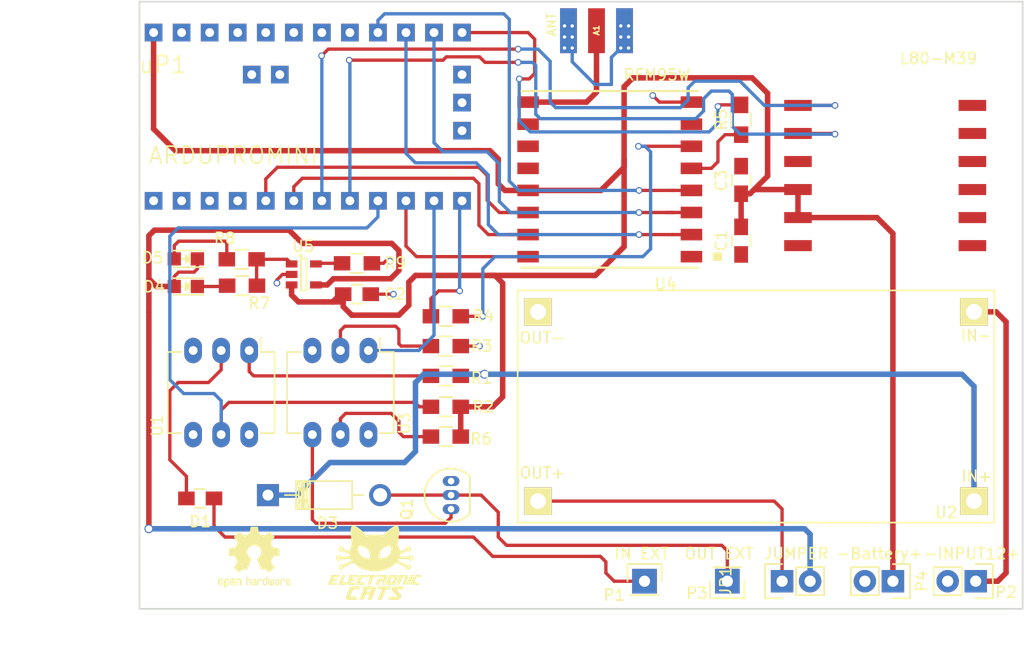
<source format=kicad_pcb>
(kicad_pcb (version 4) (host pcbnew 4.0.5)

  (general
    (links 0)
    (no_connects 0)
    (area 109.924999 49.924999 190.075001 105.075001)
    (thickness 1.6)
    (drawings 6)
    (tracks 348)
    (zones 0)
    (modules 32)
    (nets 55)
  )

  (page A4)
  (title_block
    (title "LoRa Track")
    (rev v0.1)
    (company "Electronic Cats")
    (comment 1 "Eduardo Contreras Flores")
  )

  (layers
    (0 F.Cu signal)
    (31 B.Cu signal)
    (32 B.Adhes user)
    (33 F.Adhes user)
    (34 B.Paste user)
    (35 F.Paste user)
    (36 B.SilkS user)
    (37 F.SilkS user)
    (38 B.Mask user)
    (39 F.Mask user)
    (40 Dwgs.User user)
    (41 Cmts.User user)
    (42 Eco1.User user)
    (43 Eco2.User user)
    (44 Edge.Cuts user)
    (45 Margin user)
    (46 B.CrtYd user)
    (47 F.CrtYd user)
    (48 B.Fab user)
    (49 F.Fab user)
  )

  (setup
    (last_trace_width 0.3)
    (trace_clearance 0.2)
    (zone_clearance 0.508)
    (zone_45_only no)
    (trace_min 0.2)
    (segment_width 0.2)
    (edge_width 0.15)
    (via_size 0.6)
    (via_drill 0.4)
    (via_min_size 0.4)
    (via_min_drill 0.3)
    (uvia_size 0.3)
    (uvia_drill 0.1)
    (uvias_allowed no)
    (uvia_min_size 0.2)
    (uvia_min_drill 0.1)
    (pcb_text_width 0.3)
    (pcb_text_size 1.5 1.5)
    (mod_edge_width 0.15)
    (mod_text_size 1 1)
    (mod_text_width 0.15)
    (pad_size 1.524 1.524)
    (pad_drill 0.762)
    (pad_to_mask_clearance 0.2)
    (aux_axis_origin 0 0)
    (visible_elements FFFFFF7F)
    (pcbplotparams
      (layerselection 0x00030_80000001)
      (usegerberextensions false)
      (excludeedgelayer true)
      (linewidth 0.100000)
      (plotframeref false)
      (viasonmask false)
      (mode 1)
      (useauxorigin false)
      (hpglpennumber 1)
      (hpglpenspeed 20)
      (hpglpendiameter 15)
      (hpglpenoverlay 2)
      (psnegative false)
      (psa4output false)
      (plotreference true)
      (plotvalue true)
      (plotinvisibletext false)
      (padsonsilk false)
      (subtractmaskfromsilk false)
      (outputformat 1)
      (mirror false)
      (drillshape 1)
      (scaleselection 1)
      (outputdirectory ""))
  )

  (net 0 "")
  (net 1 "Net-(A1-Pad1)")
  (net 2 GND)
  (net 3 +BATT)
  (net 4 "Net-(D1-Pad1)")
  (net 5 "Net-(D1-Pad2)")
  (net 6 +12C)
  (net 7 "Net-(D2-Pad2)")
  (net 8 "Net-(D3-Pad2)")
  (net 9 +5V)
  (net 10 "Net-(D4-Pad1)")
  (net 11 "Net-(D5-Pad2)")
  (net 12 "Net-(JP1-Pad1)")
  (net 13 /TX)
  (net 14 /RX)
  (net 15 "Net-(MODULE1-Pad6)")
  (net 16 "Net-(MODULE1-Pad7)")
  (net 17 "Net-(MODULE1-Pad8)")
  (net 18 "Net-(MODULE1-Pad10)")
  (net 19 "Net-(MODULE1-Pad11)")
  (net 20 "Net-(P2-Pad1)")
  (net 21 "Net-(Q1-Pad1)")
  (net 22 "Net-(R1-Pad2)")
  (net 23 /D6)
  (net 24 "Net-(R3-Pad1)")
  (net 25 /RST)
  (net 26 "Net-(R4-Pad2)")
  (net 27 /NSS)
  (net 28 "Net-(R5-Pad2)")
  (net 29 "Net-(R6-Pad2)")
  (net 30 "Net-(R7-Pad1)")
  (net 31 "Net-(R9-Pad1)")
  (net 32 "Net-(U1-Pad6)")
  (net 33 /D8)
  (net 34 "Net-(U3-Pad6)")
  (net 35 /MISO)
  (net 36 /MOSI)
  (net 37 /SCK)
  (net 38 "Net-(U4-Pad7)")
  (net 39 "Net-(U4-Pad11)")
  (net 40 "Net-(U4-Pad12)")
  (net 41 /DIO0)
  (net 42 /DIO1)
  (net 43 /DIO2)
  (net 44 "Net-(uP1-Pad7)")
  (net 45 "Net-(uP1-Pad8)")
  (net 46 "Net-(uP1-Pad9)")
  (net 47 "Net-(uP1-Pad21)")
  (net 48 "Net-(uP1-Pad22)")
  (net 49 "Net-(uP1-Pad23)")
  (net 50 "Net-(uP1-Pad24)")
  (net 51 "Net-(uP1-Pad25)")
  (net 52 /A0)
  (net 53 "Net-(uP1-Pad32)")
  (net 54 "Net-(uP1-Pad31)")

  (net_class Default "Esta es la clase de red por defecto."
    (clearance 0.2)
    (trace_width 0.3)
    (via_dia 0.6)
    (via_drill 0.4)
    (uvia_dia 0.3)
    (uvia_drill 0.1)
    (add_net /A0)
    (add_net /D6)
    (add_net /D8)
    (add_net /DIO0)
    (add_net /DIO1)
    (add_net /DIO2)
    (add_net /MISO)
    (add_net /MOSI)
    (add_net /NSS)
    (add_net /RST)
    (add_net /RX)
    (add_net /SCK)
    (add_net /TX)
    (add_net GND)
    (add_net "Net-(D1-Pad1)")
    (add_net "Net-(D1-Pad2)")
    (add_net "Net-(D2-Pad2)")
    (add_net "Net-(D3-Pad2)")
    (add_net "Net-(D4-Pad1)")
    (add_net "Net-(D5-Pad2)")
    (add_net "Net-(JP1-Pad1)")
    (add_net "Net-(MODULE1-Pad10)")
    (add_net "Net-(MODULE1-Pad11)")
    (add_net "Net-(MODULE1-Pad6)")
    (add_net "Net-(MODULE1-Pad7)")
    (add_net "Net-(MODULE1-Pad8)")
    (add_net "Net-(Q1-Pad1)")
    (add_net "Net-(R1-Pad2)")
    (add_net "Net-(R3-Pad1)")
    (add_net "Net-(R4-Pad2)")
    (add_net "Net-(R5-Pad2)")
    (add_net "Net-(R6-Pad2)")
    (add_net "Net-(R7-Pad1)")
    (add_net "Net-(R9-Pad1)")
    (add_net "Net-(U1-Pad6)")
    (add_net "Net-(U3-Pad6)")
    (add_net "Net-(U4-Pad11)")
    (add_net "Net-(U4-Pad12)")
    (add_net "Net-(U4-Pad7)")
    (add_net "Net-(uP1-Pad21)")
    (add_net "Net-(uP1-Pad22)")
    (add_net "Net-(uP1-Pad23)")
    (add_net "Net-(uP1-Pad24)")
    (add_net "Net-(uP1-Pad25)")
    (add_net "Net-(uP1-Pad31)")
    (add_net "Net-(uP1-Pad32)")
    (add_net "Net-(uP1-Pad7)")
    (add_net "Net-(uP1-Pad8)")
    (add_net "Net-(uP1-Pad9)")
  )

  (net_class Vcc ""
    (clearance 0.2)
    (trace_width 0.5)
    (via_dia 0.8)
    (via_drill 0.6)
    (uvia_dia 0.3)
    (uvia_drill 0.1)
    (add_net +12C)
    (add_net +5V)
    (add_net +BATT)
    (add_net "Net-(A1-Pad1)")
    (add_net "Net-(P2-Pad1)")
  )

  (module TIH:GSG-SMA-EDGE (layer F.Cu) (tedit 586FF0EC) (tstamp 583873A1)
    (at 151.4 50.6 270)
    (path /57EC23F3)
    (fp_text reference A1 (at 1.99898 0 270) (layer F.SilkS)
      (effects (font (size 0.50038 0.50038) (thickness 0.12446)))
    )
    (fp_text value ANT (at 1.47 4.08 270) (layer F.SilkS)
      (effects (font (size 0.8 0.8) (thickness 0.12446)))
    )
    (pad 1 smd rect (at 2.032 0 270) (size 4.064 1.524) (layers F.Cu F.Mask)
      (net 1 "Net-(A1-Pad1)"))
    (pad 3 smd rect (at 2.032 -2.54 270) (size 4.064 1.524) (layers F.Cu F.Mask)
      (net 2 GND))
    (pad 5 smd rect (at 2.032 2.54 270) (size 4.064 1.524) (layers B.Cu B.Mask)
      (net 2 GND))
    (pad 4 smd rect (at 2.032 -2.54 270) (size 4.064 1.524) (layers B.Cu B.Mask)
      (net 2 GND))
    (pad 2 smd rect (at 2.032 2.54 270) (size 4.064 1.524) (layers F.Cu F.Mask)
      (net 2 GND))
    (pad 2 thru_hole circle (at 3.6 -2.2 270) (size 0.762 0.762) (drill 0.3048) (layers *.Cu *.Mask)
      (net 2 GND))
    (pad 2 thru_hole circle (at 3.6 -2.9 270) (size 0.762 0.762) (drill 0.3048) (layers *.Cu *.Mask)
      (net 2 GND))
    (pad 2 thru_hole circle (at 2.6 -2.2 270) (size 0.762 0.762) (drill 0.3048) (layers *.Cu *.Mask)
      (net 2 GND))
    (pad 2 thru_hole circle (at 1.6 -2.2 270) (size 0.762 0.762) (drill 0.3048) (layers *.Cu *.Mask)
      (net 2 GND))
    (pad 2 thru_hole circle (at 1.6 -2.9 270) (size 0.762 0.762) (drill 0.3048) (layers *.Cu *.Mask)
      (net 2 GND))
    (pad 2 thru_hole circle (at 2.6 -2.9 270) (size 0.762 0.762) (drill 0.3048) (layers *.Cu *.Mask)
      (net 2 GND))
    (pad 2 thru_hole circle (at 3.6 2.2 270) (size 0.762 0.762) (drill 0.3048) (layers *.Cu *.Mask)
      (net 2 GND))
    (pad 2 thru_hole circle (at 2.6 2.2 270) (size 0.762 0.762) (drill 0.3048) (layers *.Cu *.Mask)
      (net 2 GND))
    (pad 2 thru_hole circle (at 1.6 2.2 270) (size 0.762 0.762) (drill 0.3048) (layers *.Cu *.Mask)
      (net 2 GND))
    (pad 2 thru_hole circle (at 1.6 2.9 270) (size 0.762 0.762) (drill 0.3048) (layers *.Cu *.Mask)
      (net 2 GND))
    (pad 2 thru_hole circle (at 2.6 2.9 270) (size 0.762 0.762) (drill 0.3048) (layers *.Cu *.Mask)
      (net 2 GND))
    (pad 2 thru_hole circle (at 3.6 2.9 270) (size 0.762 0.762) (drill 0.3048) (layers *.Cu *.Mask)
      (net 2 GND))
  )

  (module Capacitors_SMD:C_0805_HandSoldering (layer F.Cu) (tedit 541A9B8D) (tstamp 583873A7)
    (at 164.5 71.65 270)
    (descr "Capacitor SMD 0805, hand soldering")
    (tags "capacitor 0805")
    (path /57EC42B8)
    (attr smd)
    (fp_text reference C1 (at 0 1.8 270) (layer F.SilkS)
      (effects (font (size 1 1) (thickness 0.15)))
    )
    (fp_text value 0.1uF (at -0.05 -1.4 270) (layer F.Fab)
      (effects (font (size 1 1) (thickness 0.15)))
    )
    (fp_line (start -1 0.625) (end -1 -0.625) (layer F.Fab) (width 0.15))
    (fp_line (start 1 0.625) (end -1 0.625) (layer F.Fab) (width 0.15))
    (fp_line (start 1 -0.625) (end 1 0.625) (layer F.Fab) (width 0.15))
    (fp_line (start -1 -0.625) (end 1 -0.625) (layer F.Fab) (width 0.15))
    (fp_line (start -2.3 -1) (end 2.3 -1) (layer F.CrtYd) (width 0.05))
    (fp_line (start -2.3 1) (end 2.3 1) (layer F.CrtYd) (width 0.05))
    (fp_line (start -2.3 -1) (end -2.3 1) (layer F.CrtYd) (width 0.05))
    (fp_line (start 2.3 -1) (end 2.3 1) (layer F.CrtYd) (width 0.05))
    (fp_line (start 0.5 -0.85) (end -0.5 -0.85) (layer F.SilkS) (width 0.15))
    (fp_line (start -0.5 0.85) (end 0.5 0.85) (layer F.SilkS) (width 0.15))
    (pad 1 smd rect (at -1.25 0 270) (size 1.5 1.25) (layers F.Cu F.Paste F.Mask)
      (net 3 +BATT))
    (pad 2 smd rect (at 1.25 0 270) (size 1.5 1.25) (layers F.Cu F.Paste F.Mask)
      (net 2 GND))
    (model Capacitors_SMD.3dshapes/C_0805_HandSoldering.wrl
      (at (xyz 0 0 0))
      (scale (xyz 1 1 1))
      (rotate (xyz 0 0 0))
    )
  )

  (module Capacitors_SMD:C_0805_HandSoldering (layer F.Cu) (tedit 541A9B8D) (tstamp 583873AD)
    (at 129.7 76.5)
    (descr "Capacitor SMD 0805, hand soldering")
    (tags "capacitor 0805")
    (path /57EC4557)
    (attr smd)
    (fp_text reference C2 (at 3.45 0) (layer F.SilkS)
      (effects (font (size 1 1) (thickness 0.15)))
    )
    (fp_text value 10uF (at 0 2.1) (layer F.Fab)
      (effects (font (size 1 1) (thickness 0.15)))
    )
    (fp_line (start -1 0.625) (end -1 -0.625) (layer F.Fab) (width 0.15))
    (fp_line (start 1 0.625) (end -1 0.625) (layer F.Fab) (width 0.15))
    (fp_line (start 1 -0.625) (end 1 0.625) (layer F.Fab) (width 0.15))
    (fp_line (start -1 -0.625) (end 1 -0.625) (layer F.Fab) (width 0.15))
    (fp_line (start -2.3 -1) (end 2.3 -1) (layer F.CrtYd) (width 0.05))
    (fp_line (start -2.3 1) (end 2.3 1) (layer F.CrtYd) (width 0.05))
    (fp_line (start -2.3 -1) (end -2.3 1) (layer F.CrtYd) (width 0.05))
    (fp_line (start 2.3 -1) (end 2.3 1) (layer F.CrtYd) (width 0.05))
    (fp_line (start 0.5 -0.85) (end -0.5 -0.85) (layer F.SilkS) (width 0.15))
    (fp_line (start -0.5 0.85) (end 0.5 0.85) (layer F.SilkS) (width 0.15))
    (pad 1 smd rect (at -1.25 0) (size 1.5 1.25) (layers F.Cu F.Paste F.Mask)
      (net 3 +BATT))
    (pad 2 smd rect (at 1.25 0) (size 1.5 1.25) (layers F.Cu F.Paste F.Mask)
      (net 2 GND))
    (model Capacitors_SMD.3dshapes/C_0805_HandSoldering.wrl
      (at (xyz 0 0 0))
      (scale (xyz 1 1 1))
      (rotate (xyz 0 0 0))
    )
  )

  (module Capacitors_SMD:C_0805_HandSoldering (layer F.Cu) (tedit 541A9B8D) (tstamp 583873B3)
    (at 164.5 66.15 90)
    (descr "Capacitor SMD 0805, hand soldering")
    (tags "capacitor 0805")
    (path /57EC47A2)
    (attr smd)
    (fp_text reference C3 (at -0.05 -1.8 90) (layer F.SilkS)
      (effects (font (size 1 1) (thickness 0.15)))
    )
    (fp_text value 0.1uF (at 0 2.1 90) (layer F.Fab)
      (effects (font (size 1 1) (thickness 0.15)))
    )
    (fp_line (start -1 0.625) (end -1 -0.625) (layer F.Fab) (width 0.15))
    (fp_line (start 1 0.625) (end -1 0.625) (layer F.Fab) (width 0.15))
    (fp_line (start 1 -0.625) (end 1 0.625) (layer F.Fab) (width 0.15))
    (fp_line (start -1 -0.625) (end 1 -0.625) (layer F.Fab) (width 0.15))
    (fp_line (start -2.3 -1) (end 2.3 -1) (layer F.CrtYd) (width 0.05))
    (fp_line (start -2.3 1) (end 2.3 1) (layer F.CrtYd) (width 0.05))
    (fp_line (start -2.3 -1) (end -2.3 1) (layer F.CrtYd) (width 0.05))
    (fp_line (start 2.3 -1) (end 2.3 1) (layer F.CrtYd) (width 0.05))
    (fp_line (start 0.5 -0.85) (end -0.5 -0.85) (layer F.SilkS) (width 0.15))
    (fp_line (start -0.5 0.85) (end 0.5 0.85) (layer F.SilkS) (width 0.15))
    (pad 1 smd rect (at -1.25 0 90) (size 1.5 1.25) (layers F.Cu F.Paste F.Mask)
      (net 3 +BATT))
    (pad 2 smd rect (at 1.25 0 90) (size 1.5 1.25) (layers F.Cu F.Paste F.Mask)
      (net 2 GND))
    (model Capacitors_SMD.3dshapes/C_0805_HandSoldering.wrl
      (at (xyz 0 0 0))
      (scale (xyz 1 1 1))
      (rotate (xyz 0 0 0))
    )
  )

  (module Capacitors_SMD:C_0805_HandSoldering (layer F.Cu) (tedit 541A9B8D) (tstamp 583873B9)
    (at 115.5 95 180)
    (descr "Capacitor SMD 0805, hand soldering")
    (tags "capacitor 0805")
    (path /580EC5DD)
    (attr smd)
    (fp_text reference D1 (at 0 -2.1 180) (layer F.SilkS)
      (effects (font (size 1 1) (thickness 0.15)))
    )
    (fp_text value D (at 0 2.1 180) (layer F.Fab)
      (effects (font (size 1 1) (thickness 0.15)))
    )
    (fp_line (start -1 0.625) (end -1 -0.625) (layer F.Fab) (width 0.15))
    (fp_line (start 1 0.625) (end -1 0.625) (layer F.Fab) (width 0.15))
    (fp_line (start 1 -0.625) (end 1 0.625) (layer F.Fab) (width 0.15))
    (fp_line (start -1 -0.625) (end 1 -0.625) (layer F.Fab) (width 0.15))
    (fp_line (start -2.3 -1) (end 2.3 -1) (layer F.CrtYd) (width 0.05))
    (fp_line (start -2.3 1) (end 2.3 1) (layer F.CrtYd) (width 0.05))
    (fp_line (start -2.3 -1) (end -2.3 1) (layer F.CrtYd) (width 0.05))
    (fp_line (start 2.3 -1) (end 2.3 1) (layer F.CrtYd) (width 0.05))
    (fp_line (start 0.5 -0.85) (end -0.5 -0.85) (layer F.SilkS) (width 0.15))
    (fp_line (start -0.5 0.85) (end 0.5 0.85) (layer F.SilkS) (width 0.15))
    (pad 1 smd rect (at -1.25 0 180) (size 1.5 1.25) (layers F.Cu F.Paste F.Mask)
      (net 4 "Net-(D1-Pad1)"))
    (pad 2 smd rect (at 1.25 0 180) (size 1.5 1.25) (layers F.Cu F.Paste F.Mask)
      (net 5 "Net-(D1-Pad2)"))
    (model Capacitors_SMD.3dshapes/C_0805_HandSoldering.wrl
      (at (xyz 0 0 0))
      (scale (xyz 1 1 1))
      (rotate (xyz 0 0 0))
    )
  )

  (module Diodes_ThroughHole:Diode_DO-41_SOD81_Horizontal_RM10 (layer F.Cu) (tedit 552FFCCE) (tstamp 583873C6)
    (at 121.64 94.70254)
    (descr "Diode, DO-41, SOD81, Horizontal, RM 10mm,")
    (tags "Diode, DO-41, SOD81, Horizontal, RM 10mm, 1N4007, SB140,")
    (path /580EFDA6)
    (fp_text reference D3 (at 5.38734 2.53746) (layer F.SilkS)
      (effects (font (size 1 1) (thickness 0.15)))
    )
    (fp_text value D (at 4.37134 -3.55854) (layer F.Fab)
      (effects (font (size 1 1) (thickness 0.15)))
    )
    (fp_line (start 7.62 -0.00254) (end 8.636 -0.00254) (layer F.SilkS) (width 0.15))
    (fp_line (start 2.794 -0.00254) (end 1.524 -0.00254) (layer F.SilkS) (width 0.15))
    (fp_line (start 3.048 -1.27254) (end 3.048 1.26746) (layer F.SilkS) (width 0.15))
    (fp_line (start 3.302 -1.27254) (end 3.302 1.26746) (layer F.SilkS) (width 0.15))
    (fp_line (start 3.556 -1.27254) (end 3.556 1.26746) (layer F.SilkS) (width 0.15))
    (fp_line (start 2.794 -1.27254) (end 2.794 1.26746) (layer F.SilkS) (width 0.15))
    (fp_line (start 3.81 -1.27254) (end 2.54 1.26746) (layer F.SilkS) (width 0.15))
    (fp_line (start 2.54 -1.27254) (end 3.81 1.26746) (layer F.SilkS) (width 0.15))
    (fp_line (start 3.81 -1.27254) (end 3.81 1.26746) (layer F.SilkS) (width 0.15))
    (fp_line (start 3.175 -1.27254) (end 3.175 1.26746) (layer F.SilkS) (width 0.15))
    (fp_line (start 2.54 1.26746) (end 2.54 -1.27254) (layer F.SilkS) (width 0.15))
    (fp_line (start 2.54 -1.27254) (end 7.62 -1.27254) (layer F.SilkS) (width 0.15))
    (fp_line (start 7.62 -1.27254) (end 7.62 1.26746) (layer F.SilkS) (width 0.15))
    (fp_line (start 7.62 1.26746) (end 2.54 1.26746) (layer F.SilkS) (width 0.15))
    (pad 2 thru_hole circle (at 10.16 -0.00254 180) (size 1.99898 1.99898) (drill 1.27) (layers *.Cu *.Mask)
      (net 8 "Net-(D3-Pad2)"))
    (pad 1 thru_hole rect (at 0 -0.00254 180) (size 1.99898 1.99898) (drill 1.00076) (layers *.Cu *.Mask)
      (net 6 +12C))
  )

  (module LEDs:LED_0805 (layer F.Cu) (tedit 55BDE1C2) (tstamp 583873CC)
    (at 114.19902 75.8 180)
    (descr "LED 0805 smd package")
    (tags "LED 0805 SMD")
    (path /57EC4E60)
    (attr smd)
    (fp_text reference D4 (at 2.87402 -0.025 180) (layer F.SilkS)
      (effects (font (size 1 1) (thickness 0.15)))
    )
    (fp_text value LED (at 0.04902 -1.7 180) (layer F.Fab)
      (effects (font (size 1 1) (thickness 0.15)))
    )
    (fp_line (start -0.4 -0.3) (end -0.4 0.3) (layer F.Fab) (width 0.15))
    (fp_line (start -0.3 0) (end 0 -0.3) (layer F.Fab) (width 0.15))
    (fp_line (start 0 0.3) (end -0.3 0) (layer F.Fab) (width 0.15))
    (fp_line (start 0 -0.3) (end 0 0.3) (layer F.Fab) (width 0.15))
    (fp_line (start 1 -0.6) (end -1 -0.6) (layer F.Fab) (width 0.15))
    (fp_line (start 1 0.6) (end 1 -0.6) (layer F.Fab) (width 0.15))
    (fp_line (start -1 0.6) (end 1 0.6) (layer F.Fab) (width 0.15))
    (fp_line (start -1 -0.6) (end -1 0.6) (layer F.Fab) (width 0.15))
    (fp_line (start -1.6 0.75) (end 1.1 0.75) (layer F.SilkS) (width 0.15))
    (fp_line (start -1.6 -0.75) (end 1.1 -0.75) (layer F.SilkS) (width 0.15))
    (fp_line (start -0.1 0.15) (end -0.1 -0.1) (layer F.SilkS) (width 0.15))
    (fp_line (start -0.1 -0.1) (end -0.25 0.05) (layer F.SilkS) (width 0.15))
    (fp_line (start -0.35 -0.35) (end -0.35 0.35) (layer F.SilkS) (width 0.15))
    (fp_line (start 0 0) (end 0.35 0) (layer F.SilkS) (width 0.15))
    (fp_line (start -0.35 0) (end 0 -0.35) (layer F.SilkS) (width 0.15))
    (fp_line (start 0 -0.35) (end 0 0.35) (layer F.SilkS) (width 0.15))
    (fp_line (start 0 0.35) (end -0.35 0) (layer F.SilkS) (width 0.15))
    (fp_line (start 1.9 -0.95) (end 1.9 0.95) (layer F.CrtYd) (width 0.05))
    (fp_line (start 1.9 0.95) (end -1.9 0.95) (layer F.CrtYd) (width 0.05))
    (fp_line (start -1.9 0.95) (end -1.9 -0.95) (layer F.CrtYd) (width 0.05))
    (fp_line (start -1.9 -0.95) (end 1.9 -0.95) (layer F.CrtYd) (width 0.05))
    (pad 2 smd rect (at 1.04902 0) (size 1.19888 1.19888) (layers F.Cu F.Paste F.Mask)
      (net 9 +5V))
    (pad 1 smd rect (at -1.04902 0) (size 1.19888 1.19888) (layers F.Cu F.Paste F.Mask)
      (net 10 "Net-(D4-Pad1)"))
    (model LEDs.3dshapes/LED_0805.wrl
      (at (xyz 0 0 0))
      (scale (xyz 1 1 1))
      (rotate (xyz 0 0 0))
    )
  )

  (module LEDs:LED_0805 (layer F.Cu) (tedit 55BDE1C2) (tstamp 583873D2)
    (at 114.19902 73.3 180)
    (descr "LED 0805 smd package")
    (tags "LED 0805 SMD")
    (path /57EC4EE4)
    (attr smd)
    (fp_text reference D5 (at 2.99902 0.1 180) (layer F.SilkS)
      (effects (font (size 1 1) (thickness 0.15)))
    )
    (fp_text value LED (at 0.84902 2.2 180) (layer F.Fab)
      (effects (font (size 1 1) (thickness 0.15)))
    )
    (fp_line (start -0.4 -0.3) (end -0.4 0.3) (layer F.Fab) (width 0.15))
    (fp_line (start -0.3 0) (end 0 -0.3) (layer F.Fab) (width 0.15))
    (fp_line (start 0 0.3) (end -0.3 0) (layer F.Fab) (width 0.15))
    (fp_line (start 0 -0.3) (end 0 0.3) (layer F.Fab) (width 0.15))
    (fp_line (start 1 -0.6) (end -1 -0.6) (layer F.Fab) (width 0.15))
    (fp_line (start 1 0.6) (end 1 -0.6) (layer F.Fab) (width 0.15))
    (fp_line (start -1 0.6) (end 1 0.6) (layer F.Fab) (width 0.15))
    (fp_line (start -1 -0.6) (end -1 0.6) (layer F.Fab) (width 0.15))
    (fp_line (start -1.6 0.75) (end 1.1 0.75) (layer F.SilkS) (width 0.15))
    (fp_line (start -1.6 -0.75) (end 1.1 -0.75) (layer F.SilkS) (width 0.15))
    (fp_line (start -0.1 0.15) (end -0.1 -0.1) (layer F.SilkS) (width 0.15))
    (fp_line (start -0.1 -0.1) (end -0.25 0.05) (layer F.SilkS) (width 0.15))
    (fp_line (start -0.35 -0.35) (end -0.35 0.35) (layer F.SilkS) (width 0.15))
    (fp_line (start 0 0) (end 0.35 0) (layer F.SilkS) (width 0.15))
    (fp_line (start -0.35 0) (end 0 -0.35) (layer F.SilkS) (width 0.15))
    (fp_line (start 0 -0.35) (end 0 0.35) (layer F.SilkS) (width 0.15))
    (fp_line (start 0 0.35) (end -0.35 0) (layer F.SilkS) (width 0.15))
    (fp_line (start 1.9 -0.95) (end 1.9 0.95) (layer F.CrtYd) (width 0.05))
    (fp_line (start 1.9 0.95) (end -1.9 0.95) (layer F.CrtYd) (width 0.05))
    (fp_line (start -1.9 0.95) (end -1.9 -0.95) (layer F.CrtYd) (width 0.05))
    (fp_line (start -1.9 -0.95) (end 1.9 -0.95) (layer F.CrtYd) (width 0.05))
    (pad 2 smd rect (at 1.04902 0) (size 1.19888 1.19888) (layers F.Cu F.Paste F.Mask)
      (net 11 "Net-(D5-Pad2)"))
    (pad 1 smd rect (at -1.04902 0) (size 1.19888 1.19888) (layers F.Cu F.Paste F.Mask)
      (net 9 +5V))
    (model LEDs.3dshapes/LED_0805.wrl
      (at (xyz 0 0 0))
      (scale (xyz 1 1 1))
      (rotate (xyz 0 0 0))
    )
  )

  (module Pin_Headers:Pin_Header_Straight_1x02 (layer F.Cu) (tedit 586FF119) (tstamp 583873D8)
    (at 168.21 102.5 90)
    (descr "Through hole pin header")
    (tags "pin header")
    (path /57EC6E3B)
    (fp_text reference JP1 (at 0 -5.1 90) (layer F.SilkS)
      (effects (font (size 1 1) (thickness 0.15)))
    )
    (fp_text value JUMPER (at 2.5 1.29 180) (layer F.SilkS)
      (effects (font (size 1 1) (thickness 0.15)))
    )
    (fp_line (start 1.27 1.27) (end 1.27 3.81) (layer F.SilkS) (width 0.15))
    (fp_line (start 1.55 -1.55) (end 1.55 0) (layer F.SilkS) (width 0.15))
    (fp_line (start -1.75 -1.75) (end -1.75 4.3) (layer F.CrtYd) (width 0.05))
    (fp_line (start 1.75 -1.75) (end 1.75 4.3) (layer F.CrtYd) (width 0.05))
    (fp_line (start -1.75 -1.75) (end 1.75 -1.75) (layer F.CrtYd) (width 0.05))
    (fp_line (start -1.75 4.3) (end 1.75 4.3) (layer F.CrtYd) (width 0.05))
    (fp_line (start 1.27 1.27) (end -1.27 1.27) (layer F.SilkS) (width 0.15))
    (fp_line (start -1.55 0) (end -1.55 -1.55) (layer F.SilkS) (width 0.15))
    (fp_line (start -1.55 -1.55) (end 1.55 -1.55) (layer F.SilkS) (width 0.15))
    (fp_line (start -1.27 1.27) (end -1.27 3.81) (layer F.SilkS) (width 0.15))
    (fp_line (start -1.27 3.81) (end 1.27 3.81) (layer F.SilkS) (width 0.15))
    (pad 1 thru_hole rect (at 0 0 90) (size 2.032 2.032) (drill 1.016) (layers *.Cu *.Mask)
      (net 12 "Net-(JP1-Pad1)"))
    (pad 2 thru_hole oval (at 0 2.54 90) (size 2.032 2.032) (drill 1.016) (layers *.Cu *.Mask)
      (net 9 +5V))
    (model Pin_Headers.3dshapes/Pin_Header_Straight_1x02.wrl
      (at (xyz 0 -0.05 0))
      (scale (xyz 1 1 1))
      (rotate (xyz 0 0 90))
    )
  )

  (module TIH:QUECTEL_L80-M39 (layer F.Cu) (tedit 586FF074) (tstamp 583873E8)
    (at 177.55 64.9 180)
    (path /57EC22AA)
    (solder_mask_margin 0.1)
    (attr smd)
    (fp_text reference MODULE1 (at -5.46 -9.635 180) (layer F.Fab)
      (effects (font (size 1 1) (thickness 0.05)))
    )
    (fp_text value L80-M39 (at -4.82731 9.7554 180) (layer F.SilkS)
      (effects (font (size 1 1) (thickness 0.15)))
    )
    (fp_line (start -8 8) (end 8 8) (layer Dwgs.User) (width 0.254))
    (fp_line (start 8 8) (end 8 -8) (layer Dwgs.User) (width 0.254))
    (fp_line (start 8 -8) (end -8 -8) (layer Dwgs.User) (width 0.254))
    (fp_line (start -8 -8) (end -8 8) (layer Dwgs.User) (width 0.254))
    (fp_circle (center 0 0) (end 0.51 0) (layer Dwgs.User) (width 0.127))
    (fp_poly (pts (xy -7.5 -7.5) (xy 7.5 -7.5) (xy 7.5 7.5) (xy -7.5 7.5)) (layer Dwgs.User) (width 0.381))
    (pad 1 smd rect (at 7.9 5.5 180) (size 2.5 1) (layers F.Cu F.Paste F.Mask)
      (net 13 /TX) (solder_mask_margin 0.2))
    (pad 2 smd rect (at 7.9 2.96 180) (size 2.5 1) (layers F.Cu F.Paste F.Mask)
      (net 14 /RX) (solder_mask_margin 0.2))
    (pad 3 smd rect (at 7.9 0.42 180) (size 2.5 1) (layers F.Cu F.Paste F.Mask)
      (net 2 GND) (solder_mask_margin 0.2))
    (pad 4 smd rect (at 7.9 -2.12 180) (size 2.5 1) (layers F.Cu F.Paste F.Mask)
      (net 3 +BATT) (solder_mask_margin 0.2))
    (pad 5 smd rect (at 7.9 -4.66 180) (size 2.5 1) (layers F.Cu F.Paste F.Mask)
      (net 3 +BATT) (solder_mask_margin 0.2))
    (pad 6 smd rect (at 7.9 -7.2 180) (size 2.5 1) (layers F.Cu F.Paste F.Mask)
      (net 15 "Net-(MODULE1-Pad6)") (solder_mask_margin 0.2))
    (pad 7 smd rect (at -7.9 -7.2) (size 2.5 1) (layers F.Cu F.Paste F.Mask)
      (net 16 "Net-(MODULE1-Pad7)") (solder_mask_margin 0.2))
    (pad 8 smd rect (at -7.9 -4.66) (size 2.5 1) (layers F.Cu F.Paste F.Mask)
      (net 17 "Net-(MODULE1-Pad8)") (solder_mask_margin 0.2))
    (pad 9 smd rect (at -7.9 -2.12) (size 2.5 1) (layers F.Cu F.Paste F.Mask)
      (solder_mask_margin 0.2))
    (pad 10 smd rect (at -7.9 0.42) (size 2.5 1) (layers F.Cu F.Paste F.Mask)
      (net 18 "Net-(MODULE1-Pad10)") (solder_mask_margin 0.2))
    (pad 11 smd rect (at -7.9 2.96) (size 2.5 1) (layers F.Cu F.Paste F.Mask)
      (net 19 "Net-(MODULE1-Pad11)") (solder_mask_margin 0.2))
    (pad 12 smd rect (at -7.9 5.5) (size 2.5 1) (layers F.Cu F.Paste F.Mask)
      (net 2 GND) (solder_mask_margin 0.2))
  )

  (module Pin_Headers:Pin_Header_Straight_1x01 (layer F.Cu) (tedit 586FF110) (tstamp 583873ED)
    (at 155.75 102.5)
    (descr "Through hole pin header")
    (tags "pin header")
    (path /580FF79B)
    (fp_text reference P1 (at -2.75 1.25) (layer F.SilkS)
      (effects (font (size 1 1) (thickness 0.15)))
    )
    (fp_text value "IN EXT" (at -0.25 -2.5) (layer F.SilkS)
      (effects (font (size 1 1) (thickness 0.15)))
    )
    (fp_line (start 1.55 -1.55) (end 1.55 0) (layer F.SilkS) (width 0.15))
    (fp_line (start -1.75 -1.75) (end -1.75 1.75) (layer F.CrtYd) (width 0.05))
    (fp_line (start 1.75 -1.75) (end 1.75 1.75) (layer F.CrtYd) (width 0.05))
    (fp_line (start -1.75 -1.75) (end 1.75 -1.75) (layer F.CrtYd) (width 0.05))
    (fp_line (start -1.75 1.75) (end 1.75 1.75) (layer F.CrtYd) (width 0.05))
    (fp_line (start -1.55 0) (end -1.55 -1.55) (layer F.SilkS) (width 0.15))
    (fp_line (start -1.55 -1.55) (end 1.55 -1.55) (layer F.SilkS) (width 0.15))
    (fp_line (start -1.27 1.27) (end 1.27 1.27) (layer F.SilkS) (width 0.15))
    (pad 1 thru_hole rect (at 0 0) (size 2.2352 2.2352) (drill 1.016) (layers *.Cu *.Mask)
      (net 4 "Net-(D1-Pad1)"))
    (model Pin_Headers.3dshapes/Pin_Header_Straight_1x01.wrl
      (at (xyz 0 0 0))
      (scale (xyz 1 1 1))
      (rotate (xyz 0 0 90))
    )
  )

  (module Pin_Headers:Pin_Header_Straight_1x02 (layer F.Cu) (tedit 586FF447) (tstamp 583873F3)
    (at 185.75 102.5 270)
    (descr "Through hole pin header")
    (tags "pin header")
    (path /57EC544D)
    (fp_text reference P2 (at 1 -2.75 360) (layer F.SilkS)
      (effects (font (size 1 1) (thickness 0.15)))
    )
    (fp_text value -INPUT12+ (at -2.5 0.33 360) (layer F.SilkS)
      (effects (font (size 1 1) (thickness 0.15)))
    )
    (fp_line (start 1.27 1.27) (end 1.27 3.81) (layer F.SilkS) (width 0.15))
    (fp_line (start 1.55 -1.55) (end 1.55 0) (layer F.SilkS) (width 0.15))
    (fp_line (start -1.75 -1.75) (end -1.75 4.3) (layer F.CrtYd) (width 0.05))
    (fp_line (start 1.75 -1.75) (end 1.75 4.3) (layer F.CrtYd) (width 0.05))
    (fp_line (start -1.75 -1.75) (end 1.75 -1.75) (layer F.CrtYd) (width 0.05))
    (fp_line (start -1.75 4.3) (end 1.75 4.3) (layer F.CrtYd) (width 0.05))
    (fp_line (start 1.27 1.27) (end -1.27 1.27) (layer F.SilkS) (width 0.15))
    (fp_line (start -1.55 0) (end -1.55 -1.55) (layer F.SilkS) (width 0.15))
    (fp_line (start -1.55 -1.55) (end 1.55 -1.55) (layer F.SilkS) (width 0.15))
    (fp_line (start -1.27 1.27) (end -1.27 3.81) (layer F.SilkS) (width 0.15))
    (fp_line (start -1.27 3.81) (end 1.27 3.81) (layer F.SilkS) (width 0.15))
    (pad 1 thru_hole rect (at 0 0 270) (size 2.032 2.032) (drill 1.016) (layers *.Cu *.Mask)
      (net 20 "Net-(P2-Pad1)"))
    (pad 2 thru_hole oval (at 0 2.54 270) (size 2.032 2.032) (drill 1.016) (layers *.Cu *.Mask)
      (net 7 "Net-(D2-Pad2)"))
    (model Pin_Headers.3dshapes/Pin_Header_Straight_1x02.wrl
      (at (xyz 0 -0.05 0))
      (scale (xyz 1 1 1))
      (rotate (xyz 0 0 90))
    )
  )

  (module Pin_Headers:Pin_Header_Straight_1x01 (layer F.Cu) (tedit 586FF114) (tstamp 583873F8)
    (at 163.25 102.5 180)
    (descr "Through hole pin header")
    (tags "pin header")
    (path /580EBCCC)
    (fp_text reference P3 (at 2.75 -1.1 180) (layer F.SilkS)
      (effects (font (size 1 1) (thickness 0.15)))
    )
    (fp_text value "OUT EXT" (at 0.75 2.5 180) (layer F.SilkS)
      (effects (font (size 1 1) (thickness 0.15)))
    )
    (fp_line (start 1.55 -1.55) (end 1.55 0) (layer F.SilkS) (width 0.15))
    (fp_line (start -1.75 -1.75) (end -1.75 1.75) (layer F.CrtYd) (width 0.05))
    (fp_line (start 1.75 -1.75) (end 1.75 1.75) (layer F.CrtYd) (width 0.05))
    (fp_line (start -1.75 -1.75) (end 1.75 -1.75) (layer F.CrtYd) (width 0.05))
    (fp_line (start -1.75 1.75) (end 1.75 1.75) (layer F.CrtYd) (width 0.05))
    (fp_line (start -1.55 0) (end -1.55 -1.55) (layer F.SilkS) (width 0.15))
    (fp_line (start -1.55 -1.55) (end 1.55 -1.55) (layer F.SilkS) (width 0.15))
    (fp_line (start -1.27 1.27) (end 1.27 1.27) (layer F.SilkS) (width 0.15))
    (pad 1 thru_hole rect (at 0 0 180) (size 2.2352 2.2352) (drill 1.016) (layers *.Cu *.Mask)
      (net 8 "Net-(D3-Pad2)"))
    (model Pin_Headers.3dshapes/Pin_Header_Straight_1x01.wrl
      (at (xyz 0 0 0))
      (scale (xyz 1 1 1))
      (rotate (xyz 0 0 90))
    )
  )

  (module Pin_Headers:Pin_Header_Straight_1x02 (layer F.Cu) (tedit 586FF440) (tstamp 583873FE)
    (at 178.25 102.5 270)
    (descr "Through hole pin header")
    (tags "pin header")
    (path /57EDC726)
    (fp_text reference P4 (at 0 -2.598 270) (layer F.SilkS)
      (effects (font (size 1 1) (thickness 0.15)))
    )
    (fp_text value -Battery+ (at -2.5 1.212 360) (layer F.SilkS)
      (effects (font (size 1 1) (thickness 0.15)))
    )
    (fp_line (start 1.27 1.27) (end 1.27 3.81) (layer F.SilkS) (width 0.15))
    (fp_line (start 1.55 -1.55) (end 1.55 0) (layer F.SilkS) (width 0.15))
    (fp_line (start -1.75 -1.75) (end -1.75 4.3) (layer F.CrtYd) (width 0.05))
    (fp_line (start 1.75 -1.75) (end 1.75 4.3) (layer F.CrtYd) (width 0.05))
    (fp_line (start -1.75 -1.75) (end 1.75 -1.75) (layer F.CrtYd) (width 0.05))
    (fp_line (start -1.75 4.3) (end 1.75 4.3) (layer F.CrtYd) (width 0.05))
    (fp_line (start 1.27 1.27) (end -1.27 1.27) (layer F.SilkS) (width 0.15))
    (fp_line (start -1.55 0) (end -1.55 -1.55) (layer F.SilkS) (width 0.15))
    (fp_line (start -1.55 -1.55) (end 1.55 -1.55) (layer F.SilkS) (width 0.15))
    (fp_line (start -1.27 1.27) (end -1.27 3.81) (layer F.SilkS) (width 0.15))
    (fp_line (start -1.27 3.81) (end 1.27 3.81) (layer F.SilkS) (width 0.15))
    (pad 1 thru_hole rect (at 0 0 270) (size 2.032 2.032) (drill 1.016) (layers *.Cu *.Mask)
      (net 3 +BATT))
    (pad 2 thru_hole oval (at 0 2.54 270) (size 2.032 2.032) (drill 1.016) (layers *.Cu *.Mask)
      (net 2 GND))
    (model Pin_Headers.3dshapes/Pin_Header_Straight_1x02.wrl
      (at (xyz 0 -0.05 0))
      (scale (xyz 1 1 1))
      (rotate (xyz 0 0 90))
    )
  )

  (module TO_SOT_Packages_THT:TO-92_Inline_Narrow_Oval (layer F.Cu) (tedit 54F24281) (tstamp 58387405)
    (at 138.225 95.97 90)
    (descr "TO-92 leads in-line, narrow, oval pads, drill 0.6mm (see NXP sot054_po.pdf)")
    (tags "to-92 sc-43 sc-43a sot54 PA33 transistor")
    (path /580EBAB3)
    (fp_text reference Q1 (at 0 -4 90) (layer F.SilkS)
      (effects (font (size 1 1) (thickness 0.15)))
    )
    (fp_text value Q_NPN_BCE (at 0 3 90) (layer F.Fab)
      (effects (font (size 1 1) (thickness 0.15)))
    )
    (fp_line (start -1.4 1.95) (end -1.4 -2.65) (layer F.CrtYd) (width 0.05))
    (fp_line (start -1.4 1.95) (end 3.95 1.95) (layer F.CrtYd) (width 0.05))
    (fp_line (start -0.43 1.7) (end 2.97 1.7) (layer F.SilkS) (width 0.15))
    (fp_arc (start 1.27 0) (end 1.27 -2.4) (angle -135) (layer F.SilkS) (width 0.15))
    (fp_arc (start 1.27 0) (end 1.27 -2.4) (angle 135) (layer F.SilkS) (width 0.15))
    (fp_line (start -1.4 -2.65) (end 3.95 -2.65) (layer F.CrtYd) (width 0.05))
    (fp_line (start 3.95 1.95) (end 3.95 -2.65) (layer F.CrtYd) (width 0.05))
    (pad 2 thru_hole oval (at 1.27 0 270) (size 0.89916 1.50114) (drill 0.6) (layers *.Cu *.Mask)
      (net 8 "Net-(D3-Pad2)"))
    (pad 3 thru_hole oval (at 2.54 0 270) (size 0.89916 1.50114) (drill 0.6) (layers *.Cu *.Mask)
      (net 2 GND))
    (pad 1 thru_hole oval (at 0 0 270) (size 0.89916 1.50114) (drill 0.6) (layers *.Cu *.Mask)
      (net 21 "Net-(Q1-Pad1)"))
    (model TO_SOT_Packages_THT.3dshapes/TO-92_Inline_Narrow_Oval.wrl
      (at (xyz 0.05 0 0))
      (scale (xyz 1 1 1))
      (rotate (xyz 0 0 -90))
    )
  )

  (module Resistors_SMD:R_0805_HandSoldering (layer F.Cu) (tedit 58307B90) (tstamp 5838740B)
    (at 137.75 83.9 180)
    (descr "Resistor SMD 0805, hand soldering")
    (tags "resistor 0805")
    (path /58105DE4)
    (attr smd)
    (fp_text reference R1 (at -3.25 -0.2 360) (layer F.SilkS)
      (effects (font (size 1 1) (thickness 0.15)))
    )
    (fp_text value 1K (at -4.45 -0.2 270) (layer F.Fab)
      (effects (font (size 1 1) (thickness 0.15)))
    )
    (fp_line (start -1 0.625) (end -1 -0.625) (layer F.Fab) (width 0.1))
    (fp_line (start 1 0.625) (end -1 0.625) (layer F.Fab) (width 0.1))
    (fp_line (start 1 -0.625) (end 1 0.625) (layer F.Fab) (width 0.1))
    (fp_line (start -1 -0.625) (end 1 -0.625) (layer F.Fab) (width 0.1))
    (fp_line (start -2.4 -1) (end 2.4 -1) (layer F.CrtYd) (width 0.05))
    (fp_line (start -2.4 1) (end 2.4 1) (layer F.CrtYd) (width 0.05))
    (fp_line (start -2.4 -1) (end -2.4 1) (layer F.CrtYd) (width 0.05))
    (fp_line (start 2.4 -1) (end 2.4 1) (layer F.CrtYd) (width 0.05))
    (fp_line (start 0.6 0.875) (end -0.6 0.875) (layer F.SilkS) (width 0.15))
    (fp_line (start -0.6 -0.875) (end 0.6 -0.875) (layer F.SilkS) (width 0.15))
    (pad 1 smd rect (at -1.35 0 180) (size 1.5 1.3) (layers F.Cu F.Paste F.Mask)
      (net 6 +12C))
    (pad 2 smd rect (at 1.35 0 180) (size 1.5 1.3) (layers F.Cu F.Paste F.Mask)
      (net 22 "Net-(R1-Pad2)"))
    (model Resistors_SMD.3dshapes/R_0805_HandSoldering.wrl
      (at (xyz 0 0 0))
      (scale (xyz 1 1 1))
      (rotate (xyz 0 0 0))
    )
  )

  (module Resistors_SMD:R_0805_HandSoldering (layer F.Cu) (tedit 58307B90) (tstamp 58387411)
    (at 137.75 86.7 180)
    (descr "Resistor SMD 0805, hand soldering")
    (tags "resistor 0805")
    (path /580F0721)
    (attr smd)
    (fp_text reference R2 (at -3.4 0 360) (layer F.SilkS)
      (effects (font (size 1 1) (thickness 0.15)))
    )
    (fp_text value 10K (at -4.75 0 270) (layer F.Fab)
      (effects (font (size 1 1) (thickness 0.15)))
    )
    (fp_line (start -1 0.625) (end -1 -0.625) (layer F.Fab) (width 0.1))
    (fp_line (start 1 0.625) (end -1 0.625) (layer F.Fab) (width 0.1))
    (fp_line (start 1 -0.625) (end 1 0.625) (layer F.Fab) (width 0.1))
    (fp_line (start -1 -0.625) (end 1 -0.625) (layer F.Fab) (width 0.1))
    (fp_line (start -2.4 -1) (end 2.4 -1) (layer F.CrtYd) (width 0.05))
    (fp_line (start -2.4 1) (end 2.4 1) (layer F.CrtYd) (width 0.05))
    (fp_line (start -2.4 -1) (end -2.4 1) (layer F.CrtYd) (width 0.05))
    (fp_line (start 2.4 -1) (end 2.4 1) (layer F.CrtYd) (width 0.05))
    (fp_line (start 0.6 0.875) (end -0.6 0.875) (layer F.SilkS) (width 0.15))
    (fp_line (start -0.6 -0.875) (end 0.6 -0.875) (layer F.SilkS) (width 0.15))
    (pad 1 smd rect (at -1.35 0 180) (size 1.5 1.3) (layers F.Cu F.Paste F.Mask)
      (net 3 +BATT))
    (pad 2 smd rect (at 1.35 0 180) (size 1.5 1.3) (layers F.Cu F.Paste F.Mask)
      (net 23 /D6))
    (model Resistors_SMD.3dshapes/R_0805_HandSoldering.wrl
      (at (xyz 0 0 0))
      (scale (xyz 1 1 1))
      (rotate (xyz 0 0 0))
    )
  )

  (module Resistors_SMD:R_0805_HandSoldering (layer F.Cu) (tedit 58307B90) (tstamp 58387417)
    (at 137.75 81.2)
    (descr "Resistor SMD 0805, hand soldering")
    (tags "resistor 0805")
    (path /580A4B53)
    (attr smd)
    (fp_text reference R3 (at 3.25 0 180) (layer F.SilkS)
      (effects (font (size 1 1) (thickness 0.15)))
    )
    (fp_text value 220R (at 4.65 -1 90) (layer F.Fab)
      (effects (font (size 1 1) (thickness 0.15)))
    )
    (fp_line (start -1 0.625) (end -1 -0.625) (layer F.Fab) (width 0.1))
    (fp_line (start 1 0.625) (end -1 0.625) (layer F.Fab) (width 0.1))
    (fp_line (start 1 -0.625) (end 1 0.625) (layer F.Fab) (width 0.1))
    (fp_line (start -1 -0.625) (end 1 -0.625) (layer F.Fab) (width 0.1))
    (fp_line (start -2.4 -1) (end 2.4 -1) (layer F.CrtYd) (width 0.05))
    (fp_line (start -2.4 1) (end 2.4 1) (layer F.CrtYd) (width 0.05))
    (fp_line (start -2.4 -1) (end -2.4 1) (layer F.CrtYd) (width 0.05))
    (fp_line (start 2.4 -1) (end 2.4 1) (layer F.CrtYd) (width 0.05))
    (fp_line (start 0.6 0.875) (end -0.6 0.875) (layer F.SilkS) (width 0.15))
    (fp_line (start -0.6 -0.875) (end 0.6 -0.875) (layer F.SilkS) (width 0.15))
    (pad 1 smd rect (at -1.35 0) (size 1.5 1.3) (layers F.Cu F.Paste F.Mask)
      (net 24 "Net-(R3-Pad1)"))
    (pad 2 smd rect (at 1.35 0) (size 1.5 1.3) (layers F.Cu F.Paste F.Mask)
      (net 2 GND))
    (model Resistors_SMD.3dshapes/R_0805_HandSoldering.wrl
      (at (xyz 0 0 0))
      (scale (xyz 1 1 1))
      (rotate (xyz 0 0 0))
    )
  )

  (module Resistors_SMD:R_0805_HandSoldering (layer F.Cu) (tedit 58307B90) (tstamp 5838741D)
    (at 137.75 78.5)
    (descr "Resistor SMD 0805, hand soldering")
    (tags "resistor 0805")
    (path /57EC4429)
    (attr smd)
    (fp_text reference R4 (at 3.409 -0.034) (layer F.SilkS)
      (effects (font (size 1 1) (thickness 0.15)))
    )
    (fp_text value 10K (at 4.55 -0.1 90) (layer F.Fab)
      (effects (font (size 1 1) (thickness 0.15)))
    )
    (fp_line (start -1 0.625) (end -1 -0.625) (layer F.Fab) (width 0.1))
    (fp_line (start 1 0.625) (end -1 0.625) (layer F.Fab) (width 0.1))
    (fp_line (start 1 -0.625) (end 1 0.625) (layer F.Fab) (width 0.1))
    (fp_line (start -1 -0.625) (end 1 -0.625) (layer F.Fab) (width 0.1))
    (fp_line (start -2.4 -1) (end 2.4 -1) (layer F.CrtYd) (width 0.05))
    (fp_line (start -2.4 1) (end 2.4 1) (layer F.CrtYd) (width 0.05))
    (fp_line (start -2.4 -1) (end -2.4 1) (layer F.CrtYd) (width 0.05))
    (fp_line (start 2.4 -1) (end 2.4 1) (layer F.CrtYd) (width 0.05))
    (fp_line (start 0.6 0.875) (end -0.6 0.875) (layer F.SilkS) (width 0.15))
    (fp_line (start -0.6 -0.875) (end 0.6 -0.875) (layer F.SilkS) (width 0.15))
    (pad 1 smd rect (at -1.35 0) (size 1.5 1.3) (layers F.Cu F.Paste F.Mask)
      (net 25 /RST))
    (pad 2 smd rect (at 1.35 0) (size 1.5 1.3) (layers F.Cu F.Paste F.Mask)
      (net 26 "Net-(R4-Pad2)"))
    (model Resistors_SMD.3dshapes/R_0805_HandSoldering.wrl
      (at (xyz 0 0 0))
      (scale (xyz 1 1 1))
      (rotate (xyz 0 0 0))
    )
  )

  (module Resistors_SMD:R_0805_HandSoldering (layer F.Cu) (tedit 58307B90) (tstamp 58387423)
    (at 164.5 60.7 270)
    (descr "Resistor SMD 0805, hand soldering")
    (tags "resistor 0805")
    (path /57EC43EF)
    (attr smd)
    (fp_text reference R5 (at 0 1.8 270) (layer F.SilkS)
      (effects (font (size 1 1) (thickness 0.15)))
    )
    (fp_text value 10K (at -1.18 -1.81 270) (layer F.Fab)
      (effects (font (size 1 1) (thickness 0.15)))
    )
    (fp_line (start -1 0.625) (end -1 -0.625) (layer F.Fab) (width 0.1))
    (fp_line (start 1 0.625) (end -1 0.625) (layer F.Fab) (width 0.1))
    (fp_line (start 1 -0.625) (end 1 0.625) (layer F.Fab) (width 0.1))
    (fp_line (start -1 -0.625) (end 1 -0.625) (layer F.Fab) (width 0.1))
    (fp_line (start -2.4 -1) (end 2.4 -1) (layer F.CrtYd) (width 0.05))
    (fp_line (start -2.4 1) (end 2.4 1) (layer F.CrtYd) (width 0.05))
    (fp_line (start -2.4 -1) (end -2.4 1) (layer F.CrtYd) (width 0.05))
    (fp_line (start 2.4 -1) (end 2.4 1) (layer F.CrtYd) (width 0.05))
    (fp_line (start 0.6 0.875) (end -0.6 0.875) (layer F.SilkS) (width 0.15))
    (fp_line (start -0.6 -0.875) (end 0.6 -0.875) (layer F.SilkS) (width 0.15))
    (pad 1 smd rect (at -1.35 0 270) (size 1.5 1.3) (layers F.Cu F.Paste F.Mask)
      (net 27 /NSS))
    (pad 2 smd rect (at 1.35 0 270) (size 1.5 1.3) (layers F.Cu F.Paste F.Mask)
      (net 28 "Net-(R5-Pad2)"))
    (model Resistors_SMD.3dshapes/R_0805_HandSoldering.wrl
      (at (xyz 0 0 0))
      (scale (xyz 1 1 1))
      (rotate (xyz 0 0 0))
    )
  )

  (module Resistors_SMD:R_0805_HandSoldering (layer F.Cu) (tedit 58307B90) (tstamp 58387429)
    (at 137.75 89.4 180)
    (descr "Resistor SMD 0805, hand soldering")
    (tags "resistor 0805")
    (path /580EFC26)
    (attr smd)
    (fp_text reference R6 (at -3.2 -0.2 360) (layer F.SilkS)
      (effects (font (size 1 1) (thickness 0.15)))
    )
    (fp_text value 1K (at -4.6 -0.2 270) (layer F.Fab)
      (effects (font (size 1 1) (thickness 0.15)))
    )
    (fp_line (start -1 0.625) (end -1 -0.625) (layer F.Fab) (width 0.1))
    (fp_line (start 1 0.625) (end -1 0.625) (layer F.Fab) (width 0.1))
    (fp_line (start 1 -0.625) (end 1 0.625) (layer F.Fab) (width 0.1))
    (fp_line (start -1 -0.625) (end 1 -0.625) (layer F.Fab) (width 0.1))
    (fp_line (start -2.4 -1) (end 2.4 -1) (layer F.CrtYd) (width 0.05))
    (fp_line (start -2.4 1) (end 2.4 1) (layer F.CrtYd) (width 0.05))
    (fp_line (start -2.4 -1) (end -2.4 1) (layer F.CrtYd) (width 0.05))
    (fp_line (start 2.4 -1) (end 2.4 1) (layer F.CrtYd) (width 0.05))
    (fp_line (start 0.6 0.875) (end -0.6 0.875) (layer F.SilkS) (width 0.15))
    (fp_line (start -0.6 -0.875) (end 0.6 -0.875) (layer F.SilkS) (width 0.15))
    (pad 1 smd rect (at -1.35 0 180) (size 1.5 1.3) (layers F.Cu F.Paste F.Mask)
      (net 3 +BATT))
    (pad 2 smd rect (at 1.35 0 180) (size 1.5 1.3) (layers F.Cu F.Paste F.Mask)
      (net 29 "Net-(R6-Pad2)"))
    (model Resistors_SMD.3dshapes/R_0805_HandSoldering.wrl
      (at (xyz 0 0 0))
      (scale (xyz 1 1 1))
      (rotate (xyz 0 0 0))
    )
  )

  (module Resistors_SMD:R_0805_HandSoldering (layer F.Cu) (tedit 58307B90) (tstamp 5838742F)
    (at 119.29 75.73 180)
    (descr "Resistor SMD 0805, hand soldering")
    (tags "resistor 0805")
    (path /57EC4AA4)
    (attr smd)
    (fp_text reference R7 (at -1.566 -1.59 180) (layer F.SilkS)
      (effects (font (size 1 1) (thickness 0.15)))
    )
    (fp_text value 220R (at 1.404 -1.59 180) (layer F.Fab)
      (effects (font (size 1 1) (thickness 0.15)))
    )
    (fp_line (start -1 0.625) (end -1 -0.625) (layer F.Fab) (width 0.1))
    (fp_line (start 1 0.625) (end -1 0.625) (layer F.Fab) (width 0.1))
    (fp_line (start 1 -0.625) (end 1 0.625) (layer F.Fab) (width 0.1))
    (fp_line (start -1 -0.625) (end 1 -0.625) (layer F.Fab) (width 0.1))
    (fp_line (start -2.4 -1) (end 2.4 -1) (layer F.CrtYd) (width 0.05))
    (fp_line (start -2.4 1) (end 2.4 1) (layer F.CrtYd) (width 0.05))
    (fp_line (start -2.4 -1) (end -2.4 1) (layer F.CrtYd) (width 0.05))
    (fp_line (start 2.4 -1) (end 2.4 1) (layer F.CrtYd) (width 0.05))
    (fp_line (start 0.6 0.875) (end -0.6 0.875) (layer F.SilkS) (width 0.15))
    (fp_line (start -0.6 -0.875) (end 0.6 -0.875) (layer F.SilkS) (width 0.15))
    (pad 1 smd rect (at -1.35 0 180) (size 1.5 1.3) (layers F.Cu F.Paste F.Mask)
      (net 30 "Net-(R7-Pad1)"))
    (pad 2 smd rect (at 1.35 0 180) (size 1.5 1.3) (layers F.Cu F.Paste F.Mask)
      (net 10 "Net-(D4-Pad1)"))
    (model Resistors_SMD.3dshapes/R_0805_HandSoldering.wrl
      (at (xyz 0 0 0))
      (scale (xyz 1 1 1))
      (rotate (xyz 0 0 0))
    )
  )

  (module Resistors_SMD:R_0805_HandSoldering (layer F.Cu) (tedit 58307B90) (tstamp 58387435)
    (at 119.26 73.34 180)
    (descr "Resistor SMD 0805, hand soldering")
    (tags "resistor 0805")
    (path /57EC4AF1)
    (attr smd)
    (fp_text reference R8 (at 1.54 1.9 180) (layer F.SilkS)
      (effects (font (size 1 1) (thickness 0.15)))
    )
    (fp_text value 220R (at -1.28 1.9 180) (layer F.Fab)
      (effects (font (size 1 1) (thickness 0.15)))
    )
    (fp_line (start -1 0.625) (end -1 -0.625) (layer F.Fab) (width 0.1))
    (fp_line (start 1 0.625) (end -1 0.625) (layer F.Fab) (width 0.1))
    (fp_line (start 1 -0.625) (end 1 0.625) (layer F.Fab) (width 0.1))
    (fp_line (start -1 -0.625) (end 1 -0.625) (layer F.Fab) (width 0.1))
    (fp_line (start -2.4 -1) (end 2.4 -1) (layer F.CrtYd) (width 0.05))
    (fp_line (start -2.4 1) (end 2.4 1) (layer F.CrtYd) (width 0.05))
    (fp_line (start -2.4 -1) (end -2.4 1) (layer F.CrtYd) (width 0.05))
    (fp_line (start 2.4 -1) (end 2.4 1) (layer F.CrtYd) (width 0.05))
    (fp_line (start 0.6 0.875) (end -0.6 0.875) (layer F.SilkS) (width 0.15))
    (fp_line (start -0.6 -0.875) (end 0.6 -0.875) (layer F.SilkS) (width 0.15))
    (pad 1 smd rect (at -1.35 0 180) (size 1.5 1.3) (layers F.Cu F.Paste F.Mask)
      (net 30 "Net-(R7-Pad1)"))
    (pad 2 smd rect (at 1.35 0 180) (size 1.5 1.3) (layers F.Cu F.Paste F.Mask)
      (net 11 "Net-(D5-Pad2)"))
    (model Resistors_SMD.3dshapes/R_0805_HandSoldering.wrl
      (at (xyz 0 0 0))
      (scale (xyz 1 1 1))
      (rotate (xyz 0 0 0))
    )
  )

  (module Resistors_SMD:R_0805_HandSoldering (layer F.Cu) (tedit 58307B90) (tstamp 5838743B)
    (at 129.7 73.7)
    (descr "Resistor SMD 0805, hand soldering")
    (tags "resistor 0805")
    (path /57EC459C)
    (attr smd)
    (fp_text reference R9 (at 3.475 -0.025) (layer F.SilkS)
      (effects (font (size 1 1) (thickness 0.15)))
    )
    (fp_text value 1K (at 3.675 0.775) (layer F.Fab)
      (effects (font (size 1 1) (thickness 0.15)))
    )
    (fp_line (start -1 0.625) (end -1 -0.625) (layer F.Fab) (width 0.1))
    (fp_line (start 1 0.625) (end -1 0.625) (layer F.Fab) (width 0.1))
    (fp_line (start 1 -0.625) (end 1 0.625) (layer F.Fab) (width 0.1))
    (fp_line (start -1 -0.625) (end 1 -0.625) (layer F.Fab) (width 0.1))
    (fp_line (start -2.4 -1) (end 2.4 -1) (layer F.CrtYd) (width 0.05))
    (fp_line (start -2.4 1) (end 2.4 1) (layer F.CrtYd) (width 0.05))
    (fp_line (start -2.4 -1) (end -2.4 1) (layer F.CrtYd) (width 0.05))
    (fp_line (start 2.4 -1) (end 2.4 1) (layer F.CrtYd) (width 0.05))
    (fp_line (start 0.6 0.875) (end -0.6 0.875) (layer F.SilkS) (width 0.15))
    (fp_line (start -0.6 -0.875) (end 0.6 -0.875) (layer F.SilkS) (width 0.15))
    (pad 1 smd rect (at -1.35 0) (size 1.5 1.3) (layers F.Cu F.Paste F.Mask)
      (net 31 "Net-(R9-Pad1)"))
    (pad 2 smd rect (at 1.35 0) (size 1.5 1.3) (layers F.Cu F.Paste F.Mask)
      (net 2 GND))
    (model Resistors_SMD.3dshapes/R_0805_HandSoldering.wrl
      (at (xyz 0 0 0))
      (scale (xyz 1 1 1))
      (rotate (xyz 0 0 0))
    )
  )

  (module Housings_DIP:DIP-6_W7.62mm_LongPads (layer F.Cu) (tedit 54130A77) (tstamp 58387445)
    (at 119.94 81.6 270)
    (descr "6-lead dip package, row spacing 7.62 mm (300 mils), longer pads")
    (tags "dil dip 2.54 300")
    (path /580EC293)
    (fp_text reference U1 (at 6.8 8.34 270) (layer F.SilkS)
      (effects (font (size 1 1) (thickness 0.15)))
    )
    (fp_text value 4N26 (at 0.4 8.34 270) (layer F.Fab)
      (effects (font (size 1 1) (thickness 0.15)))
    )
    (fp_line (start -1.4 -2.45) (end -1.4 7.55) (layer F.CrtYd) (width 0.05))
    (fp_line (start 9 -2.45) (end 9 7.55) (layer F.CrtYd) (width 0.05))
    (fp_line (start -1.4 -2.45) (end 9 -2.45) (layer F.CrtYd) (width 0.05))
    (fp_line (start -1.4 7.55) (end 9 7.55) (layer F.CrtYd) (width 0.05))
    (fp_line (start 0.135 -2.295) (end 0.135 -1.025) (layer F.SilkS) (width 0.15))
    (fp_line (start 7.485 -2.295) (end 7.485 -1.025) (layer F.SilkS) (width 0.15))
    (fp_line (start 7.485 7.375) (end 7.485 6.105) (layer F.SilkS) (width 0.15))
    (fp_line (start 0.135 7.375) (end 0.135 6.105) (layer F.SilkS) (width 0.15))
    (fp_line (start 0.135 -2.295) (end 7.485 -2.295) (layer F.SilkS) (width 0.15))
    (fp_line (start 0.135 7.375) (end 7.485 7.375) (layer F.SilkS) (width 0.15))
    (fp_line (start 0.135 -1.025) (end -1.15 -1.025) (layer F.SilkS) (width 0.15))
    (pad 1 thru_hole oval (at 0 0 270) (size 2.3 1.6) (drill 0.8) (layers *.Cu *.Mask)
      (net 22 "Net-(R1-Pad2)"))
    (pad 2 thru_hole oval (at 0 2.54 270) (size 2.3 1.6) (drill 0.8) (layers *.Cu *.Mask)
      (net 5 "Net-(D1-Pad2)"))
    (pad 3 thru_hole oval (at 0 5.08 270) (size 2.3 1.6) (drill 0.8) (layers *.Cu *.Mask))
    (pad 4 thru_hole oval (at 7.62 5.08 270) (size 2.3 1.6) (drill 0.8) (layers *.Cu *.Mask)
      (net 2 GND))
    (pad 5 thru_hole oval (at 7.62 2.54 270) (size 2.3 1.6) (drill 0.8) (layers *.Cu *.Mask)
      (net 23 /D6))
    (pad 6 thru_hole oval (at 7.62 0 270) (size 2.3 1.6) (drill 0.8) (layers *.Cu *.Mask)
      (net 32 "Net-(U1-Pad6)"))
    (model Housings_DIP.3dshapes/DIP-6_W7.62mm_LongPads.wrl
      (at (xyz 0 0 0))
      (scale (xyz 1 1 1))
      (rotate (xyz 0 0 0))
    )
  )

  (module TIH:LM2596DC-DC (layer F.Cu) (tedit 57A637D4) (tstamp 5838744D)
    (at 187.4385 97.1885 180)
    (path /57EC52D5)
    (fp_text reference U2 (at 4.365 0.9135 180) (layer F.SilkS)
      (effects (font (size 1 1) (thickness 0.15)))
    )
    (fp_text value LM2596_Breakout (at 9.44 2.2385 180) (layer F.Fab)
      (effects (font (size 1 1) (thickness 0.15)))
    )
    (fp_text user OUT- (at 40.96 16.75 180) (layer F.SilkS)
      (effects (font (size 1 1) (thickness 0.15)))
    )
    (fp_text user OUT+ (at 40.95 4.5 180) (layer F.SilkS)
      (effects (font (size 1 1) (thickness 0.15)))
    )
    (fp_text user IN- (at 1.65 16.95 180) (layer F.SilkS)
      (effects (font (size 1 1) (thickness 0.15)))
    )
    (fp_text user IN+ (at 1.6 4.2 180) (layer F.SilkS)
      (effects (font (size 1 1) (thickness 0.15)))
    )
    (fp_line (start 43.18 21.03) (end 0 21.03) (layer F.SilkS) (width 0.15))
    (fp_line (start 43.18 0) (end 43.18 21.03) (layer F.SilkS) (width 0.15))
    (fp_line (start 0 21.025) (end 0 0) (layer F.SilkS) (width 0.15))
    (fp_line (start 0 0) (end 43.175 0) (layer F.SilkS) (width 0.15))
    (pad 2 thru_hole rect (at 1.84 19.0885 180) (size 2.5 2.5) (drill 1.42) (layers *.Cu *.Mask F.SilkS)
      (net 20 "Net-(P2-Pad1)"))
    (pad 4 thru_hole rect (at 41.3385 19.0885 180) (size 2.5 2.5) (drill 1.42) (layers *.Cu *.Mask F.SilkS)
      (net 2 GND))
    (pad 1 thru_hole rect (at 1.8415 1.9435 180) (size 2.5 2.5) (drill 1.42) (layers *.Cu *.Mask F.SilkS)
      (net 6 +12C))
    (pad 3 thru_hole rect (at 41.3385 1.9435 180) (size 2.5 2.5) (drill 1.42) (layers *.Cu *.Mask F.SilkS)
      (net 12 "Net-(JP1-Pad1)"))
  )

  (module Housings_DIP:DIP-6_W7.62mm_LongPads (layer F.Cu) (tedit 54130A77) (tstamp 58387457)
    (at 130.74 81.6 270)
    (descr "6-lead dip package, row spacing 7.62 mm (300 mils), longer pads")
    (tags "dil dip 2.54 300")
    (path /580A43D8)
    (fp_text reference U3 (at 6.6 -3.26 270) (layer F.SilkS)
      (effects (font (size 1 1) (thickness 0.15)))
    )
    (fp_text value 4N26 (at 0 -3.26 270) (layer F.Fab)
      (effects (font (size 1 1) (thickness 0.15)))
    )
    (fp_line (start -1.4 -2.45) (end -1.4 7.55) (layer F.CrtYd) (width 0.05))
    (fp_line (start 9 -2.45) (end 9 7.55) (layer F.CrtYd) (width 0.05))
    (fp_line (start -1.4 -2.45) (end 9 -2.45) (layer F.CrtYd) (width 0.05))
    (fp_line (start -1.4 7.55) (end 9 7.55) (layer F.CrtYd) (width 0.05))
    (fp_line (start 0.135 -2.295) (end 0.135 -1.025) (layer F.SilkS) (width 0.15))
    (fp_line (start 7.485 -2.295) (end 7.485 -1.025) (layer F.SilkS) (width 0.15))
    (fp_line (start 7.485 7.375) (end 7.485 6.105) (layer F.SilkS) (width 0.15))
    (fp_line (start 0.135 7.375) (end 0.135 6.105) (layer F.SilkS) (width 0.15))
    (fp_line (start 0.135 -2.295) (end 7.485 -2.295) (layer F.SilkS) (width 0.15))
    (fp_line (start 0.135 7.375) (end 7.485 7.375) (layer F.SilkS) (width 0.15))
    (fp_line (start 0.135 -1.025) (end -1.15 -1.025) (layer F.SilkS) (width 0.15))
    (pad 1 thru_hole oval (at 0 0 270) (size 2.3 1.6) (drill 0.8) (layers *.Cu *.Mask)
      (net 33 /D8))
    (pad 2 thru_hole oval (at 0 2.54 270) (size 2.3 1.6) (drill 0.8) (layers *.Cu *.Mask)
      (net 24 "Net-(R3-Pad1)"))
    (pad 3 thru_hole oval (at 0 5.08 270) (size 2.3 1.6) (drill 0.8) (layers *.Cu *.Mask))
    (pad 4 thru_hole oval (at 7.62 5.08 270) (size 2.3 1.6) (drill 0.8) (layers *.Cu *.Mask)
      (net 21 "Net-(Q1-Pad1)"))
    (pad 5 thru_hole oval (at 7.62 2.54 270) (size 2.3 1.6) (drill 0.8) (layers *.Cu *.Mask)
      (net 29 "Net-(R6-Pad2)"))
    (pad 6 thru_hole oval (at 7.62 0 270) (size 2.3 1.6) (drill 0.8) (layers *.Cu *.Mask)
      (net 34 "Net-(U3-Pad6)"))
    (model Housings_DIP.3dshapes/DIP-6_W7.62mm_LongPads.wrl
      (at (xyz 0 0 0))
      (scale (xyz 1 1 1))
      (rotate (xyz 0 0 0))
    )
  )

  (module TIH:XCVR_RFM95W-868S2 (layer F.Cu) (tedit 586FF0CC) (tstamp 5838746B)
    (at 152.6 66.1 180)
    (path /57EC2207)
    (solder_mask_margin 0.1)
    (attr smd)
    (fp_text reference U4 (at -5.06 -9.485 180) (layer F.SilkS)
      (effects (font (size 1 1) (thickness 0.15)))
    )
    (fp_text value RFM95W (at -4.275 9.465 180) (layer F.SilkS)
      (effects (font (size 1 1) (thickness 0.15)))
    )
    (fp_line (start -8 -8) (end 8 -8) (layer F.SilkS) (width 0.2))
    (fp_line (start 8 -8) (end 8 8) (layer Dwgs.User) (width 0.2))
    (fp_line (start 8 8) (end -8 8) (layer F.SilkS) (width 0.2))
    (fp_line (start -8 8) (end -8 -8) (layer Dwgs.User) (width 0.2))
    (fp_line (start -8.65 -8.25) (end 8.65 -8.25) (layer Dwgs.User) (width 0.05))
    (fp_line (start 8.65 -8.25) (end 8.65 8.25) (layer Dwgs.User) (width 0.05))
    (fp_line (start 8.65 8.25) (end -8.65 8.25) (layer Dwgs.User) (width 0.05))
    (fp_line (start -8.65 8.25) (end -8.65 -8.25) (layer Dwgs.User) (width 0.05))
    (fp_circle (center -9.75 -7) (end -9.45845 -7) (layer F.SilkS) (width 0.2))
    (fp_poly (pts (xy -10 -7.2) (xy -9.5 -7.2) (xy -9.5 -6.8) (xy -10 -6.8)) (layer F.SilkS) (width 0.381))
    (pad 1 smd rect (at -7.4 -7 180) (size 1.95 1.05) (layers F.Cu F.Paste F.Mask)
      (net 2 GND) (solder_mask_margin 0.2))
    (pad 2 smd rect (at -7.4 -5 180) (size 1.95 1.05) (layers F.Cu F.Paste F.Mask)
      (net 35 /MISO) (solder_mask_margin 0.2))
    (pad 3 smd rect (at -7.4 -3 180) (size 1.95 1.05) (layers F.Cu F.Paste F.Mask)
      (net 36 /MOSI) (solder_mask_margin 0.2))
    (pad 4 smd rect (at -7.4 -1 180) (size 1.95 1.05) (layers F.Cu F.Paste F.Mask)
      (net 37 /SCK) (solder_mask_margin 0.2))
    (pad 5 smd rect (at -7.4 1 180) (size 1.95 1.05) (layers F.Cu F.Paste F.Mask)
      (net 28 "Net-(R5-Pad2)") (solder_mask_margin 0.2))
    (pad 6 smd rect (at -7.4 3 180) (size 1.95 1.05) (layers F.Cu F.Paste F.Mask)
      (net 26 "Net-(R4-Pad2)") (solder_mask_margin 0.2))
    (pad 7 smd rect (at -7.4 5 180) (size 1.95 1.05) (layers F.Cu F.Paste F.Mask)
      (net 38 "Net-(U4-Pad7)") (solder_mask_margin 0.2))
    (pad 8 smd rect (at -7.4 7 180) (size 1.95 1.05) (layers F.Cu F.Paste F.Mask)
      (net 2 GND) (solder_mask_margin 0.2))
    (pad 9 smd rect (at 7.4 7) (size 1.95 1.05) (layers F.Cu F.Paste F.Mask)
      (net 1 "Net-(A1-Pad1)") (solder_mask_margin 0.2))
    (pad 10 smd rect (at 7.4 5) (size 1.95 1.05) (layers F.Cu F.Paste F.Mask)
      (net 2 GND) (solder_mask_margin 0.2))
    (pad 11 smd rect (at 7.4 3) (size 1.95 1.05) (layers F.Cu F.Paste F.Mask)
      (net 39 "Net-(U4-Pad11)") (solder_mask_margin 0.2))
    (pad 12 smd rect (at 7.4 1) (size 1.95 1.05) (layers F.Cu F.Paste F.Mask)
      (net 40 "Net-(U4-Pad12)") (solder_mask_margin 0.2))
    (pad 13 smd rect (at 7.4 -1) (size 1.95 1.05) (layers F.Cu F.Paste F.Mask)
      (net 3 +BATT) (solder_mask_margin 0.2))
    (pad 14 smd rect (at 7.4 -3) (size 1.95 1.05) (layers F.Cu F.Paste F.Mask)
      (net 41 /DIO0) (solder_mask_margin 0.2))
    (pad 15 smd rect (at 7.4 -5) (size 1.95 1.05) (layers F.Cu F.Paste F.Mask)
      (net 42 /DIO1) (solder_mask_margin 0.2))
    (pad 16 smd rect (at 7.4 -7) (size 1.95 1.05) (layers F.Cu F.Paste F.Mask)
      (net 43 /DIO2) (solder_mask_margin 0.2))
  )

  (module TO_SOT_Packages_SMD:SOT-23-5 (layer F.Cu) (tedit 55360473) (tstamp 58387474)
    (at 124.88 74.71)
    (descr "5-pin SOT23 package")
    (tags SOT-23-5)
    (path /57EC439D)
    (attr smd)
    (fp_text reference U5 (at -0.05 -2.55) (layer F.SilkS)
      (effects (font (size 1 1) (thickness 0.15)))
    )
    (fp_text value MCP73831T-2ATI/OT (at -5.33 4.39 180) (layer F.Fab)
      (effects (font (size 1 1) (thickness 0.15)))
    )
    (fp_line (start -1.8 -1.6) (end 1.8 -1.6) (layer F.CrtYd) (width 0.05))
    (fp_line (start 1.8 -1.6) (end 1.8 1.6) (layer F.CrtYd) (width 0.05))
    (fp_line (start 1.8 1.6) (end -1.8 1.6) (layer F.CrtYd) (width 0.05))
    (fp_line (start -1.8 1.6) (end -1.8 -1.6) (layer F.CrtYd) (width 0.05))
    (fp_circle (center -0.3 -1.7) (end -0.2 -1.7) (layer F.SilkS) (width 0.15))
    (fp_line (start 0.25 -1.45) (end -0.25 -1.45) (layer F.SilkS) (width 0.15))
    (fp_line (start 0.25 1.45) (end 0.25 -1.45) (layer F.SilkS) (width 0.15))
    (fp_line (start -0.25 1.45) (end 0.25 1.45) (layer F.SilkS) (width 0.15))
    (fp_line (start -0.25 -1.45) (end -0.25 1.45) (layer F.SilkS) (width 0.15))
    (pad 1 smd rect (at -1.1 -0.95) (size 1.06 0.65) (layers F.Cu F.Paste F.Mask)
      (net 30 "Net-(R7-Pad1)"))
    (pad 2 smd rect (at -1.1 0) (size 1.06 0.65) (layers F.Cu F.Paste F.Mask)
      (net 2 GND))
    (pad 3 smd rect (at -1.1 0.95) (size 1.06 0.65) (layers F.Cu F.Paste F.Mask)
      (net 3 +BATT))
    (pad 4 smd rect (at 1.1 0.95) (size 1.06 0.65) (layers F.Cu F.Paste F.Mask)
      (net 9 +5V))
    (pad 5 smd rect (at 1.1 -0.95) (size 1.06 0.65) (layers F.Cu F.Paste F.Mask)
      (net 31 "Net-(R9-Pad1)"))
    (model TO_SOT_Packages_SMD.3dshapes/SOT-23-5.wrl
      (at (xyz 0 0 0))
      (scale (xyz 1 1 1))
      (rotate (xyz 0 0 0))
    )
  )

  (module TIH:arduinoMiniPro2 (layer F.Cu) (tedit 57A117CD) (tstamp 58387495)
    (at 117.63 62.96 90)
    (descr ABK-PRO-MINI)
    (path /57EC232C)
    (fp_text reference uP1 (at 7.245 -5.525 180) (layer F.SilkS)
      (effects (font (thickness 0.15)))
    )
    (fp_text value ARDUPROMINI (at -0.955 0.875 360) (layer F.SilkS)
      (effects (font (thickness 0.15)))
    )
    (pad 7 thru_hole rect (at -5.08 -6.35 270) (size 1.6 1.6) (drill 0.8) (layers *.Cu *.Mask)
      (net 44 "Net-(uP1-Pad7)"))
    (pad 8 thru_hole rect (at -5.08 -3.81 270) (size 1.6 1.6) (drill 0.8) (layers *.Cu *.Mask)
      (net 45 "Net-(uP1-Pad8)"))
    (pad 9 thru_hole rect (at -5.08 -1.27 270) (size 1.6 1.6) (drill 0.8) (layers *.Cu *.Mask)
      (net 46 "Net-(uP1-Pad9)"))
    (pad 10 thru_hole rect (at -5.08 1.27 270) (size 1.6 1.6) (drill 0.8) (layers *.Cu *.Mask)
      (net 2 GND))
    (pad 11 thru_hole rect (at -5.08 3.81 270) (size 1.6 1.6) (drill 0.8) (layers *.Cu *.Mask)
      (net 41 /DIO0))
    (pad 12 thru_hole rect (at -5.08 6.35 270) (size 1.6 1.6) (drill 0.8) (layers *.Cu *.Mask)
      (net 42 /DIO1))
    (pad 13 thru_hole rect (at -5.08 8.89 270) (size 1.6 1.6) (drill 0.8) (layers *.Cu *.Mask)
      (net 13 /TX))
    (pad 14 thru_hole rect (at -5.08 11.43 270) (size 1.6 1.6) (drill 0.8) (layers *.Cu *.Mask)
      (net 14 /RX))
    (pad 15 thru_hole rect (at -5.08 13.97 270) (size 1.6 1.6) (drill 0.8) (layers *.Cu *.Mask)
      (net 23 /D6))
    (pad 16 thru_hole rect (at -5.08 16.51 270) (size 1.6 1.6) (drill 0.8) (layers *.Cu *.Mask)
      (net 43 /DIO2))
    (pad 17 thru_hole rect (at -5.08 19.05 270) (size 1.6 1.6) (drill 0.8) (layers *.Cu *.Mask)
      (net 33 /D8))
    (pad 18 thru_hole rect (at -5.08 21.59 270) (size 1.6 1.6) (drill 0.8) (layers *.Cu *.Mask)
      (net 25 /RST))
    (pad 19 thru_hole rect (at 10.16 -6.35 270) (size 1.6 1.6) (drill 0.8) (layers *.Cu *.Mask)
      (net 3 +BATT))
    (pad 20 thru_hole rect (at 10.16 -3.81 270) (size 1.6 1.6) (drill 0.8) (layers *.Cu *.Mask)
      (net 2 GND))
    (pad 21 thru_hole rect (at 10.16 -1.27 270) (size 1.6 1.6) (drill 0.8) (layers *.Cu *.Mask)
      (net 47 "Net-(uP1-Pad21)"))
    (pad 22 thru_hole rect (at 10.16 1.27 270) (size 1.6 1.6) (drill 0.8) (layers *.Cu *.Mask)
      (net 48 "Net-(uP1-Pad22)"))
    (pad 23 thru_hole rect (at 10.16 3.81 270) (size 1.6 1.6) (drill 0.8) (layers *.Cu *.Mask)
      (net 49 "Net-(uP1-Pad23)"))
    (pad 24 thru_hole rect (at 10.16 6.35 270) (size 1.6 1.6) (drill 0.8) (layers *.Cu *.Mask)
      (net 50 "Net-(uP1-Pad24)"))
    (pad 25 thru_hole rect (at 10.16 8.89 270) (size 1.6 1.6) (drill 0.8) (layers *.Cu *.Mask)
      (net 51 "Net-(uP1-Pad25)"))
    (pad 26 thru_hole rect (at 10.16 11.43 270) (size 1.6 1.6) (drill 0.8) (layers *.Cu *.Mask)
      (net 52 /A0))
    (pad 27 thru_hole rect (at 10.16 13.97 270) (size 1.6 1.6) (drill 0.8) (layers *.Cu *.Mask)
      (net 37 /SCK))
    (pad 28 thru_hole rect (at 10.16 16.51 270) (size 1.6 1.6) (drill 0.8) (layers *.Cu *.Mask)
      (net 35 /MISO))
    (pad 29 thru_hole rect (at 10.16 19.05 270) (size 1.6 1.6) (drill 0.8) (layers *.Cu *.Mask)
      (net 36 /MOSI))
    (pad 30 thru_hole rect (at 10.16 21.59 270) (size 1.6 1.6) (drill 0.8) (layers *.Cu *.Mask)
      (net 27 /NSS))
    (pad A7 thru_hole rect (at 6.35 21.59) (size 1.6 1.6) (drill 0.8) (layers *.Cu *.Mask))
    (pad A6 thru_hole rect (at 3.81 21.59) (size 1.6 1.6) (drill 0.8) (layers *.Cu *.Mask))
    (pad GND4 thru_hole rect (at 1.27 21.59) (size 1.6 1.6) (drill 0.8) (layers *.Cu *.Mask))
    (pad 32 thru_hole rect (at 6.35 2.54) (size 1.6 1.6) (drill 0.8) (layers *.Cu *.Mask)
      (net 53 "Net-(uP1-Pad32)"))
    (pad 31 thru_hole rect (at 6.35 5.08) (size 1.6 1.6) (drill 0.8) (layers *.Cu *.Mask)
      (net 54 "Net-(uP1-Pad31)"))
  )

  (module TIH:electronic_cats_logo_8x6 (layer F.Cu) (tedit 0) (tstamp 5870033E)
    (at 131.318 100.838)
    (fp_text reference G*** (at 0 0) (layer F.SilkS) hide
      (effects (font (thickness 0.3)))
    )
    (fp_text value LOGO (at 0.75 0) (layer F.SilkS) hide
      (effects (font (thickness 0.3)))
    )
    (fp_poly (pts (xy -1.511952 2.134469) (xy -1.457322 2.134584) (xy -1.408721 2.134798) (xy -1.367028 2.135106)
      (xy -1.333123 2.135503) (xy -1.307886 2.135985) (xy -1.292197 2.136546) (xy -1.286933 2.137166)
      (xy -1.288907 2.144025) (xy -1.294337 2.159457) (xy -1.302488 2.181556) (xy -1.312625 2.208412)
      (xy -1.324012 2.238118) (xy -1.335914 2.268766) (xy -1.347595 2.298447) (xy -1.358321 2.325254)
      (xy -1.367355 2.347279) (xy -1.373007 2.360481) (xy -1.38977 2.398273) (xy -1.650207 2.399992)
      (xy -1.711234 2.400408) (xy -1.762016 2.400814) (xy -1.8036 2.401261) (xy -1.837031 2.4018)
      (xy -1.863353 2.402483) (xy -1.883612 2.40336) (xy -1.898852 2.404484) (xy -1.910119 2.405905)
      (xy -1.918458 2.407675) (xy -1.924914 2.409846) (xy -1.930531 2.412467) (xy -1.933222 2.413894)
      (xy -1.956584 2.429106) (xy -1.976812 2.448526) (xy -1.995034 2.473783) (xy -2.012374 2.50651)
      (xy -2.029956 2.548336) (xy -2.034811 2.561185) (xy -2.042642 2.581822) (xy -2.05406 2.611251)
      (xy -2.068405 2.647803) (xy -2.085019 2.689812) (xy -2.10324 2.735608) (xy -2.122411 2.783525)
      (xy -2.141384 2.830688) (xy -2.159759 2.876395) (xy -2.17689 2.91931) (xy -2.192288 2.958193)
      (xy -2.205469 2.991804) (xy -2.215947 3.018901) (xy -2.223235 3.038245) (xy -2.226848 3.048595)
      (xy -2.227072 3.049411) (xy -2.23078 3.064933) (xy -1.728641 3.064933) (xy -1.673661 3.182055)
      (xy -1.657155 3.217406) (xy -1.641663 3.250935) (xy -1.628047 3.280746) (xy -1.617171 3.304946)
      (xy -1.609898 3.32164) (xy -1.608112 3.325988) (xy -1.597543 3.3528) (xy -2.064538 3.35255)
      (xy -2.148085 3.352497) (xy -2.221092 3.352423) (xy -2.284306 3.352311) (xy -2.338477 3.352143)
      (xy -2.384352 3.351902) (xy -2.422681 3.351572) (xy -2.454211 3.351135) (xy -2.479691 3.350574)
      (xy -2.499869 3.349872) (xy -2.515493 3.349012) (xy -2.527313 3.347977) (xy -2.536076 3.346749)
      (xy -2.542531 3.345313) (xy -2.547426 3.34365) (xy -2.55151 3.341743) (xy -2.552122 3.341423)
      (xy -2.581872 3.319531) (xy -2.60532 3.289458) (xy -2.621536 3.252954) (xy -2.629586 3.211767)
      (xy -2.630311 3.194633) (xy -2.628535 3.169238) (xy -2.623056 3.138459) (xy -2.613648 3.101603)
      (xy -2.600085 3.057977) (xy -2.58214 3.006886) (xy -2.559587 2.947637) (xy -2.532201 2.879535)
      (xy -2.510929 2.828358) (xy -2.494754 2.789239) (xy -2.476975 2.745214) (xy -2.459384 2.700785)
      (xy -2.443774 2.660451) (xy -2.438575 2.646709) (xy -2.413265 2.580405) (xy -2.387347 2.514678)
      (xy -2.361711 2.451694) (xy -2.33725 2.393617) (xy -2.314854 2.342615) (xy -2.301271 2.313103)
      (xy -2.27273 2.260395) (xy -2.241285 2.217763) (xy -2.205995 2.184165) (xy -2.165919 2.15856)
      (xy -2.158286 2.154796) (xy -2.119489 2.136422) (xy -1.703211 2.134772) (xy -1.635776 2.134558)
      (xy -1.57173 2.134459) (xy -1.511952 2.134469)) (layer F.SilkS) (width 0.01))
    (fp_poly (pts (xy -0.758396 2.134512) (xy -0.668554 2.134699) (xy -0.594078 2.134912) (xy -0.50221 2.135213)
      (xy -0.420943 2.135513) (xy -0.349591 2.135826) (xy -0.287464 2.136166) (xy -0.233876 2.136545)
      (xy -0.188139 2.136978) (xy -0.149566 2.137477) (xy -0.117469 2.138056) (xy -0.09116 2.138729)
      (xy -0.069952 2.139509) (xy -0.053158 2.14041) (xy -0.040089 2.141445) (xy -0.030058 2.142628)
      (xy -0.022378 2.143971) (xy -0.016362 2.14549) (xy -0.013865 2.146284) (xy 0.022439 2.164287)
      (xy 0.052406 2.190922) (xy 0.075079 2.224894) (xy 0.089502 2.26491) (xy 0.093857 2.291918)
      (xy 0.094487 2.313724) (xy 0.092427 2.338488) (xy 0.087413 2.367055) (xy 0.079176 2.400274)
      (xy 0.067453 2.438988) (xy 0.051978 2.484046) (xy 0.032483 2.536293) (xy 0.008705 2.596575)
      (xy -0.019624 2.665738) (xy -0.035423 2.703546) (xy -0.048183 2.734323) (xy -0.064329 2.77391)
      (xy -0.083174 2.820588) (xy -0.10403 2.87264) (xy -0.126212 2.928347) (xy -0.149031 2.985991)
      (xy -0.171802 3.043853) (xy -0.188885 3.087511) (xy -0.291302 3.349977) (xy -0.473029 3.351467)
      (xy -0.528061 3.351747) (xy -0.573708 3.351616) (xy -0.609582 3.351083) (xy -0.635294 3.350157)
      (xy -0.650453 3.348847) (xy -0.654756 3.347387) (xy -0.652752 3.34111) (xy -0.647025 3.325444)
      (xy -0.638001 3.301501) (xy -0.626105 3.270391) (xy -0.611763 3.233223) (xy -0.595402 3.191109)
      (xy -0.577446 3.145159) (xy -0.566513 3.117297) (xy -0.547726 3.069431) (xy -0.530179 3.024594)
      (xy -0.514314 2.983926) (xy -0.500573 2.948565) (xy -0.489397 2.919652) (xy -0.48123 2.898324)
      (xy -0.476513 2.885722) (xy -0.475543 2.8829) (xy -0.47539 2.880223) (xy -0.477298 2.878077)
      (xy -0.482369 2.876404) (xy -0.491702 2.875146) (xy -0.506399 2.874243) (xy -0.527559 2.873638)
      (xy -0.556284 2.873272) (xy -0.593673 2.873088) (xy -0.640827 2.873025) (xy -0.661801 2.873022)
      (xy -0.850785 2.873022) (xy -0.882147 2.947811) (xy -0.893122 2.974256) (xy -0.907257 3.008736)
      (xy -0.923555 3.048791) (xy -0.941017 3.091961) (xy -0.958644 3.135785) (xy -0.970726 3.165987)
      (xy -0.986366 3.204964) (xy -1.001209 3.241542) (xy -1.014579 3.274091) (xy -1.025802 3.300981)
      (xy -1.034204 3.320583) (xy -1.039019 3.331087) (xy -1.050096 3.3528) (xy -1.227782 3.3528)
      (xy -1.283252 3.35262) (xy -1.328714 3.352088) (xy -1.363898 3.351212) (xy -1.388536 3.350001)
      (xy -1.402359 3.348463) (xy -1.405467 3.34711) (xy -1.403423 3.341084) (xy -1.397541 3.325526)
      (xy -1.388197 3.30138) (xy -1.375767 3.269587) (xy -1.360626 3.231091) (xy -1.34315 3.186833)
      (xy -1.323714 3.137755) (xy -1.302694 3.084801) (xy -1.280466 3.028912) (xy -1.257405 2.97103)
      (xy -1.233886 2.912098) (xy -1.210286 2.853059) (xy -1.18698 2.794854) (xy -1.164343 2.738426)
      (xy -1.142751 2.684717) (xy -1.122581 2.634669) (xy -1.111751 2.607883) (xy -0.745026 2.607883)
      (xy -0.554547 2.606397) (xy -0.364067 2.604911) (xy -0.346131 2.568222) (xy -0.335166 2.543332)
      (xy -0.323986 2.514029) (xy -0.315429 2.488002) (xy -0.309109 2.464971) (xy -0.306297 2.449677)
      (xy -0.306699 2.439226) (xy -0.309718 2.431291) (xy -0.314536 2.422989) (xy -0.319973 2.416398)
      (xy -0.327319 2.411303) (xy -0.337864 2.40749) (xy -0.352898 2.404743) (xy -0.37371 2.402849)
      (xy -0.401592 2.401592) (xy -0.437831 2.400759) (xy -0.48372 2.400135) (xy -0.498007 2.399973)
      (xy -0.654525 2.398236) (xy -0.665891 2.416907) (xy -0.674267 2.432917) (xy -0.685776 2.458318)
      (xy -0.699878 2.491828) (xy -0.71603 2.532163) (xy -0.731603 2.57253) (xy -0.745026 2.607883)
      (xy -1.111751 2.607883) (xy -1.104206 2.589225) (xy -1.088003 2.549328) (xy -1.074348 2.515918)
      (xy -1.068503 2.501723) (xy -1.025872 2.398535) (xy -1.085847 2.272203) (xy -1.102384 2.237124)
      (xy -1.117174 2.205275) (xy -1.129559 2.178116) (xy -1.138878 2.157109) (xy -1.14447 2.143712)
      (xy -1.145822 2.139525) (xy -1.142579 2.138408) (xy -1.132569 2.137437) (xy -1.11537 2.136609)
      (xy -1.090564 2.13592) (xy -1.057729 2.135366) (xy -1.016444 2.134945) (xy -0.966289 2.134653)
      (xy -0.906843 2.134485) (xy -0.837685 2.13444) (xy -0.758396 2.134512)) (layer F.SilkS) (width 0.01))
    (fp_poly (pts (xy 1.005374 2.133101) (xy 1.072832 2.133233) (xy 1.137829 2.133459) (xy 1.199452 2.13378)
      (xy 1.256786 2.134198) (xy 1.308917 2.134713) (xy 1.35493 2.135326) (xy 1.393912 2.136038)
      (xy 1.424947 2.13685) (xy 1.447123 2.137762) (xy 1.459524 2.138777) (xy 1.461911 2.139498)
      (xy 1.459955 2.146219) (xy 1.454462 2.161933) (xy 1.445993 2.185116) (xy 1.435111 2.214244)
      (xy 1.422378 2.247792) (xy 1.413028 2.272143) (xy 1.364145 2.398888) (xy 1.010546 2.398888)
      (xy 0.995454 2.428522) (xy 0.988093 2.444315) (xy 0.977915 2.467989) (xy 0.966042 2.496847)
      (xy 0.953596 2.528188) (xy 0.947939 2.542822) (xy 0.933802 2.579324) (xy 0.918042 2.619348)
      (xy 0.902408 2.658488) (xy 0.88865 2.692339) (xy 0.886295 2.698044) (xy 0.878575 2.716927)
      (xy 0.867221 2.745035) (xy 0.852744 2.781092) (xy 0.835652 2.823824) (xy 0.816455 2.871953)
      (xy 0.795661 2.924203) (xy 0.773781 2.9793) (xy 0.751324 3.035967) (xy 0.742095 3.059288)
      (xy 0.627116 3.349977) (xy 0.254534 3.352951) (xy 0.26003 3.337353) (xy 0.262913 3.329863)
      (xy 0.269678 3.312678) (xy 0.280011 3.286583) (xy 0.293599 3.252364) (xy 0.310129 3.210807)
      (xy 0.32929 3.162698) (xy 0.350767 3.108822) (xy 0.374248 3.049965) (xy 0.399419 2.986912)
      (xy 0.425969 2.920449) (xy 0.44831 2.864555) (xy 0.475575 2.796237) (xy 0.50155 2.730915)
      (xy 0.52594 2.669347) (xy 0.548447 2.612294) (xy 0.568775 2.560515) (xy 0.586627 2.51477)
      (xy 0.601707 2.475819) (xy 0.613717 2.444422) (xy 0.622362 2.421338) (xy 0.627345 2.407327)
      (xy 0.628481 2.403122) (xy 0.622431 2.402149) (xy 0.606372 2.401255) (xy 0.581587 2.400466)
      (xy 0.549357 2.399809) (xy 0.510961 2.399309) (xy 0.467682 2.398994) (xy 0.42262 2.398888)
      (xy 0.219372 2.398888) (xy 0.223231 2.386188) (xy 0.22599 2.378292) (xy 0.232035 2.361676)
      (xy 0.240676 2.33819) (xy 0.251227 2.309682) (xy 0.263 2.278001) (xy 0.275307 2.244993)
      (xy 0.287461 2.212509) (xy 0.298773 2.182394) (xy 0.308556 2.156499) (xy 0.314593 2.140655)
      (xy 0.320502 2.139562) (xy 0.336749 2.13855) (xy 0.362421 2.13762) (xy 0.396604 2.136774)
      (xy 0.438383 2.136013) (xy 0.486844 2.135336) (xy 0.541073 2.134746) (xy 0.600155 2.134242)
      (xy 0.663176 2.133827) (xy 0.729223 2.1335) (xy 0.79738 2.133263) (xy 0.866734 2.133117)
      (xy 0.93637 2.133063) (xy 1.005374 2.133101)) (layer F.SilkS) (width 0.01))
    (fp_poly (pts (xy 2.448718 2.134699) (xy 2.498882 2.134872) (xy 2.542225 2.135141) (xy 2.577884 2.135501)
      (xy 2.604996 2.135947) (xy 2.622699 2.136477) (xy 2.630131 2.137084) (xy 2.630311 2.137201)
      (xy 2.62831 2.143399) (xy 2.622704 2.158536) (xy 2.614083 2.181072) (xy 2.60304 2.209467)
      (xy 2.590167 2.242181) (xy 2.583022 2.260198) (xy 2.56922 2.294975) (xy 2.556707 2.326623)
      (xy 2.546129 2.353502) (xy 2.538131 2.37397) (xy 2.533358 2.386386) (xy 2.532399 2.389011)
      (xy 2.530996 2.391373) (xy 2.527873 2.393327) (xy 2.522043 2.394912) (xy 2.512522 2.396166)
      (xy 2.498323 2.397127) (xy 2.478463 2.397835) (xy 2.451955 2.398327) (xy 2.417813 2.398642)
      (xy 2.375054 2.398818) (xy 2.322691 2.398895) (xy 2.279121 2.398909) (xy 2.219298 2.398936)
      (xy 2.169712 2.399033) (xy 2.129314 2.399244) (xy 2.097053 2.399611) (xy 2.071877 2.400177)
      (xy 2.052737 2.400985) (xy 2.038581 2.402077) (xy 2.028359 2.403497) (xy 2.021019 2.405286)
      (xy 2.015512 2.407489) (xy 2.011337 2.409809) (xy 1.998349 2.419648) (xy 1.991059 2.430579)
      (xy 1.989911 2.443428) (xy 1.995348 2.459019) (xy 2.007812 2.478176) (xy 2.027746 2.501723)
      (xy 2.055594 2.530485) (xy 2.091798 2.565286) (xy 2.098016 2.571115) (xy 2.1458 2.616648)
      (xy 2.190644 2.661052) (xy 2.231397 2.703113) (xy 2.266912 2.741615) (xy 2.296037 2.775346)
      (xy 2.317622 2.803089) (xy 2.317657 2.803137) (xy 2.341533 2.844299) (xy 2.360277 2.892812)
      (xy 2.372771 2.945471) (xy 2.376156 2.970642) (xy 2.378329 3.020326) (xy 2.375437 3.071146)
      (xy 2.367947 3.120341) (xy 2.356327 3.165147) (xy 2.341046 3.202802) (xy 2.334956 3.213721)
      (xy 2.310784 3.24584) (xy 2.279356 3.276773) (xy 2.244477 3.303086) (xy 2.221144 3.316387)
      (xy 2.208052 3.322798) (xy 2.196218 3.328409) (xy 2.184833 3.333274) (xy 2.173086 3.337445)
      (xy 2.160167 3.340976) (xy 2.145266 3.343921) (xy 2.127571 3.346332) (xy 2.106272 3.348262)
      (xy 2.08056 3.349766) (xy 2.049623 3.350895) (xy 2.012651 3.351704) (xy 1.968834 3.352246)
      (xy 1.917362 3.352573) (xy 1.857423 3.352739) (xy 1.788208 3.352797) (xy 1.708906 3.352801)
      (xy 1.666747 3.3528) (xy 1.594682 3.352739) (xy 1.526568 3.352563) (xy 1.463201 3.35228)
      (xy 1.405379 3.351899) (xy 1.353898 3.351428) (xy 1.309552 3.350878) (xy 1.27314 3.350255)
      (xy 1.245456 3.34957) (xy 1.227297 3.348831) (xy 1.21946 3.348046) (xy 1.2192 3.347872)
      (xy 1.221152 3.341476) (xy 1.226652 3.326001) (xy 1.235162 3.302889) (xy 1.246145 3.273587)
      (xy 1.259066 3.239537) (xy 1.272167 3.205349) (xy 1.325134 3.067755) (xy 1.652011 3.064933)
      (xy 1.721307 3.064315) (xy 1.780207 3.063731) (xy 1.829605 3.063145) (xy 1.870393 3.062526)
      (xy 1.903464 3.061838) (xy 1.929712 3.061047) (xy 1.950029 3.060121) (xy 1.965308 3.059024)
      (xy 1.976443 3.057723) (xy 1.984326 3.056184) (xy 1.98985 3.054374) (xy 1.993909 3.052258)
      (xy 1.994412 3.051934) (xy 2.009185 3.039945) (xy 2.01722 3.026989) (xy 2.018137 3.012156)
      (xy 2.011556 2.994535) (xy 1.997094 2.973217) (xy 1.974372 2.94729) (xy 1.943007 2.915846)
      (xy 1.933759 2.907004) (xy 1.911102 2.885292) (xy 1.882361 2.857429) (xy 1.849419 2.825258)
      (xy 1.81416 2.790624) (xy 1.778467 2.755373) (xy 1.746442 2.723559) (xy 1.708074 2.685015)
      (xy 1.67704 2.6531) (xy 1.652402 2.626766) (xy 1.633217 2.604965) (xy 1.618546 2.58665)
      (xy 1.607447 2.570771) (xy 1.603385 2.56417) (xy 1.580849 2.520884) (xy 1.566521 2.480088)
      (xy 1.559294 2.437894) (xy 1.557867 2.404308) (xy 1.5616 2.34441) (xy 1.573001 2.292628)
      (xy 1.592369 2.248523) (xy 1.620001 2.211657) (xy 1.656198 2.181593) (xy 1.701258 2.157893)
      (xy 1.734289 2.146046) (xy 1.740937 2.144331) (xy 1.749505 2.14283) (xy 1.76077 2.141522)
      (xy 1.775509 2.14039) (xy 1.7945 2.139416) (xy 1.818521 2.13858) (xy 1.84835 2.137865)
      (xy 1.884763 2.137252) (xy 1.928538 2.136722) (xy 1.980454 2.136256) (xy 2.041288 2.135838)
      (xy 2.111817 2.135447) (xy 2.192818 2.135065) (xy 2.1971 2.135046) (xy 2.265924 2.134795)
      (xy 2.331376 2.134656) (xy 2.392596 2.134626) (xy 2.448718 2.134699)) (layer F.SilkS) (width 0.01))
    (fp_poly (pts (xy -2.688812 1.118905) (xy -2.691443 1.126336) (xy -2.697869 1.143309) (xy -2.707718 1.168875)
      (xy -2.720621 1.202084) (xy -2.736206 1.241987) (xy -2.754101 1.287633) (xy -2.773937 1.338074)
      (xy -2.795343 1.392359) (xy -2.817946 1.449538) (xy -2.818375 1.450622) (xy -2.944605 1.769533)
      (xy -2.756413 1.771019) (xy -2.711602 1.77146) (xy -2.670609 1.77203) (xy -2.634741 1.772698)
      (xy -2.605308 1.773433) (xy -2.583619 1.774203) (xy -2.570982 1.774978) (xy -2.568222 1.775513)
      (xy -2.570255 1.781478) (xy -2.575884 1.796108) (xy -2.58441 1.817632) (xy -2.595132 1.844276)
      (xy -2.604463 1.867213) (xy -2.616799 1.897748) (xy -2.627813 1.925656) (xy -2.636692 1.948828)
      (xy -2.642624 1.965155) (xy -2.644586 1.971374) (xy -2.648468 1.986844) (xy -3.297116 1.986844)
      (xy -3.293368 1.974144) (xy -3.290731 1.967033) (xy -3.284217 1.950251) (xy -3.274148 1.924607)
      (xy -3.260844 1.890912) (xy -3.244628 1.849973) (xy -3.225819 1.8026) (xy -3.204739 1.749601)
      (xy -3.181709 1.691787) (xy -3.15705 1.629966) (xy -3.131083 1.564947) (xy -3.119228 1.535288)
      (xy -2.948836 1.109133) (xy -2.817158 1.107616) (xy -2.685479 1.106099) (xy -2.688812 1.118905)) (layer F.SilkS) (width 0.01))
    (fp_poly (pts (xy 1.770214 1.112167) (xy 1.836284 1.112556) (xy 1.891463 1.113207) (xy 1.935671 1.114119)
      (xy 1.968825 1.115289) (xy 1.990845 1.116716) (xy 2.000955 1.118185) (xy 2.032619 1.132226)
      (xy 2.057659 1.154316) (xy 2.074703 1.182695) (xy 2.082381 1.215602) (xy 2.082676 1.223141)
      (xy 2.082058 1.234537) (xy 2.079887 1.248287) (xy 2.075853 1.265286) (xy 2.069649 1.286426)
      (xy 2.060963 1.312601) (xy 2.049487 1.344705) (xy 2.034912 1.383631) (xy 2.016927 1.430272)
      (xy 1.995224 1.485521) (xy 1.969494 1.550273) (xy 1.968758 1.552117) (xy 1.939062 1.626051)
      (xy 1.912808 1.690185) (xy 1.889556 1.745316) (xy 1.868863 1.792244) (xy 1.850289 1.831768)
      (xy 1.833393 1.864686) (xy 1.817735 1.891797) (xy 1.802872 1.913902) (xy 1.788364 1.931797)
      (xy 1.77377 1.946282) (xy 1.758648 1.958157) (xy 1.742559 1.96822) (xy 1.737538 1.970972)
      (xy 1.713089 1.984022) (xy 1.425222 1.985023) (xy 1.35628 1.985147) (xy 1.294833 1.985019)
      (xy 1.241473 1.98465) (xy 1.19679 1.984048) (xy 1.161373 1.983221) (xy 1.135814 1.98218)
      (xy 1.120702 1.980932) (xy 1.1176 1.980345) (xy 1.090115 1.96685) (xy 1.068012 1.944716)
      (xy 1.052512 1.915798) (xy 1.044835 1.881951) (xy 1.044222 1.868827) (xy 1.044677 1.855671)
      (xy 1.046258 1.841584) (xy 1.049295 1.825593) (xy 1.054114 1.806723) (xy 1.061043 1.784)
      (xy 1.07041 1.756451) (xy 1.073303 1.748496) (xy 1.350111 1.748496) (xy 1.356193 1.759628)
      (xy 1.369584 1.766629) (xy 1.391287 1.770451) (xy 1.422301 1.772043) (xy 1.462161 1.772355)
      (xy 1.502139 1.771952) (xy 1.532605 1.770652) (xy 1.555313 1.768321) (xy 1.572013 1.764825)
      (xy 1.575803 1.763635) (xy 1.594982 1.754821) (xy 1.612042 1.743306) (xy 1.616199 1.739463)
      (xy 1.624171 1.727828) (xy 1.635577 1.706232) (xy 1.650116 1.675368) (xy 1.667486 1.635928)
      (xy 1.687388 1.588605) (xy 1.709519 1.534091) (xy 1.733579 1.473079) (xy 1.74628 1.440242)
      (xy 1.75942 1.405888) (xy 1.768877 1.380385) (xy 1.775072 1.362069) (xy 1.778426 1.349275)
      (xy 1.77936 1.340337) (xy 1.778295 1.333591) (xy 1.775652 1.327372) (xy 1.775101 1.326296)
      (xy 1.765237 1.31364) (xy 1.753508 1.306412) (xy 1.753409 1.306387) (xy 1.743562 1.305398)
      (xy 1.724602 1.304743) (xy 1.698703 1.304452) (xy 1.668035 1.304554) (xy 1.643839 1.304894)
      (xy 1.608107 1.305672) (xy 1.581809 1.306628) (xy 1.563092 1.307983) (xy 1.5501 1.309961)
      (xy 1.54098 1.312783) (xy 1.533877 1.316673) (xy 1.531449 1.318384) (xy 1.513225 1.336036)
      (xy 1.49529 1.360594) (xy 1.48038 1.387945) (xy 1.473545 1.405466) (xy 1.468856 1.418737)
      (xy 1.460678 1.440276) (xy 1.449856 1.467925) (xy 1.437234 1.499528) (xy 1.423954 1.532198)
      (xy 1.409572 1.567629) (xy 1.395405 1.603168) (xy 1.382526 1.63608) (xy 1.372005 1.663633)
      (xy 1.365711 1.680814) (xy 1.355872 1.710039) (xy 1.350338 1.732283) (xy 1.350111 1.748496)
      (xy 1.073303 1.748496) (xy 1.082542 1.723101) (xy 1.097767 1.682975) (xy 1.116413 1.635102)
      (xy 1.138806 1.578505) (xy 1.158299 1.529644) (xy 1.18743 1.457153) (xy 1.213014 1.394435)
      (xy 1.235483 1.340698) (xy 1.255271 1.295152) (xy 1.272814 1.257006) (xy 1.288543 1.225468)
      (xy 1.302893 1.199749) (xy 1.316298 1.179056) (xy 1.329191 1.1626) (xy 1.342007 1.149589)
      (xy 1.355178 1.139232) (xy 1.369139 1.130738) (xy 1.380067 1.125266) (xy 1.408289 1.112065)
      (xy 1.693333 1.112042) (xy 1.770214 1.112167)) (layer F.SilkS) (width 0.01))
    (fp_poly (pts (xy 2.692241 1.111989) (xy 2.752109 1.112108) (xy 2.803079 1.112364) (xy 2.845947 1.112808)
      (xy 2.88151 1.113491) (xy 2.910565 1.114464) (xy 2.933909 1.115778) (xy 2.952339 1.117486)
      (xy 2.966651 1.119637) (xy 2.977643 1.122284) (xy 2.986111 1.125477) (xy 2.992852 1.129268)
      (xy 2.998663 1.133708) (xy 3.00434 1.138849) (xy 3.00755 1.141858) (xy 3.025542 1.162828)
      (xy 3.036933 1.186781) (xy 3.041734 1.214878) (xy 3.039958 1.248281) (xy 3.031617 1.288151)
      (xy 3.016724 1.335649) (xy 3.009826 1.354666) (xy 3.002076 1.374996) (xy 2.99062 1.404442)
      (xy 2.975994 1.44166) (xy 2.95873 1.485304) (xy 2.939363 1.534027) (xy 2.918426 1.586485)
      (xy 2.896455 1.641331) (xy 2.873981 1.69722) (xy 2.869346 1.708722) (xy 2.757311 1.986577)
      (xy 2.626078 1.98671) (xy 2.578766 1.986538) (xy 2.542364 1.985901) (xy 2.516501 1.984784)
      (xy 2.500807 1.983169) (xy 2.494911 1.98104) (xy 2.494844 1.980751) (xy 2.496877 1.974541)
      (xy 2.502731 1.95878) (xy 2.512044 1.934401) (xy 2.524452 1.902336) (xy 2.53959 1.863519)
      (xy 2.557095 1.818883) (xy 2.576604 1.76936) (xy 2.597752 1.715884) (xy 2.619022 1.662288)
      (xy 2.641445 1.605649) (xy 2.662567 1.551843) (xy 2.68202 1.501834) (xy 2.69944 1.456587)
      (xy 2.714458 1.417065) (xy 2.726708 1.384233) (xy 2.735825 1.359055) (xy 2.74144 1.342494)
      (xy 2.7432 1.335679) (xy 2.742304 1.325865) (xy 2.738771 1.318285) (xy 2.73133 1.312656)
      (xy 2.718712 1.308696) (xy 2.699648 1.306121) (xy 2.672868 1.304647) (xy 2.637102 1.303992)
      (xy 2.600632 1.303866) (xy 2.483154 1.303866) (xy 2.471311 1.330677) (xy 2.467087 1.340721)
      (xy 2.45908 1.360233) (xy 2.447701 1.388198) (xy 2.433358 1.423603) (xy 2.416461 1.465434)
      (xy 2.39742 1.512676) (xy 2.376645 1.564316) (xy 2.354546 1.61934) (xy 2.333926 1.670755)
      (xy 2.208384 1.984022) (xy 2.07722 1.985538) (xy 1.946056 1.987055) (xy 1.949974 1.971427)
      (xy 1.952726 1.963533) (xy 1.959325 1.946108) (xy 1.969399 1.920095) (xy 1.982576 1.886436)
      (xy 1.998486 1.846072) (xy 2.016757 1.799944) (xy 2.037017 1.748995) (xy 2.058896 1.694165)
      (xy 2.082022 1.636397) (xy 2.085751 1.627098) (xy 2.217612 1.298396) (xy 2.17921 1.21773)
      (xy 2.16573 1.189156) (xy 2.15379 1.163365) (xy 2.144338 1.142441) (xy 2.138322 1.128465)
      (xy 2.136824 1.124509) (xy 2.132839 1.111955) (xy 2.622678 1.111955) (xy 2.692241 1.111989)) (layer F.SilkS) (width 0.01))
    (fp_poly (pts (xy -3.536952 1.106362) (xy -3.470462 1.10651) (xy -3.408181 1.106748) (xy -3.35096 1.107067)
      (xy -3.299648 1.107459) (xy -3.255096 1.107917) (xy -3.218154 1.108433) (xy -3.189672 1.108998)
      (xy -3.1705 1.109605) (xy -3.161488 1.110245) (xy -3.160889 1.110461) (xy -3.162823 1.116843)
      (xy -3.168184 1.131958) (xy -3.176316 1.154016) (xy -3.186558 1.181228) (xy -3.196167 1.206381)
      (xy -3.231445 1.29815) (xy -3.467454 1.298186) (xy -3.703464 1.298222) (xy -3.720054 1.334811)
      (xy -3.731339 1.360716) (xy -3.743174 1.389438) (xy -3.750491 1.408188) (xy -3.764339 1.444977)
      (xy -3.581147 1.444977) (xy -3.528388 1.445072) (xy -3.486011 1.44538) (xy -3.453111 1.445934)
      (xy -3.428782 1.446771) (xy -3.412118 1.447924) (xy -3.402214 1.449427) (xy -3.398164 1.451315)
      (xy -3.397956 1.451952) (xy -3.399902 1.459389) (xy -3.405275 1.475364) (xy -3.413373 1.49791)
      (xy -3.423498 1.525058) (xy -3.430072 1.542263) (xy -3.462187 1.6256) (xy -3.837169 1.6256)
      (xy -3.8554 1.669344) (xy -3.865601 1.694477) (xy -3.875537 1.720046) (xy -3.883221 1.740929)
      (xy -3.883845 1.742722) (xy -3.894059 1.772355) (xy -3.678463 1.772495) (xy -3.462867 1.772636)
      (xy -3.417711 1.871677) (xy -3.403579 1.902729) (xy -3.391059 1.930345) (xy -3.380906 1.952848)
      (xy -3.373878 1.96856) (xy -3.370732 1.975806) (xy -3.370674 1.975959) (xy -3.375869 1.97693)
      (xy -3.391836 1.977819) (xy -3.418056 1.978618) (xy -3.454012 1.979322) (xy -3.499187 1.979924)
      (xy -3.553064 1.980417) (xy -3.615124 1.980795) (xy -3.684852 1.981053) (xy -3.761728 1.981184)
      (xy -3.801063 1.9812) (xy -4.233333 1.9812) (xy -4.233333 1.965006) (xy -4.231266 1.956935)
      (xy -4.225314 1.939384) (xy -4.215847 1.913325) (xy -4.20324 1.879731) (xy -4.187865 1.839577)
      (xy -4.170093 1.793836) (xy -4.150298 1.743482) (xy -4.128852 1.689488) (xy -4.10863 1.639039)
      (xy -4.085911 1.582555) (xy -4.064338 1.528825) (xy -4.044301 1.478827) (xy -4.02619 1.433541)
      (xy -4.010396 1.393945) (xy -3.99731 1.361017) (xy -3.987321 1.335736) (xy -3.98082 1.319081)
      (xy -3.978291 1.312326) (xy -3.97665 1.305029) (xy -3.97697 1.296584) (xy -3.97983 1.285259)
      (xy -3.985811 1.269325) (xy -3.995494 1.24705) (xy -4.00946 1.216704) (xy -4.012684 1.209802)
      (xy -4.026036 1.180739) (xy -4.037499 1.154804) (xy -4.046267 1.133899) (xy -4.051536 1.119927)
      (xy -4.052711 1.115264) (xy -4.051926 1.113621) (xy -4.049092 1.112189) (xy -4.043489 1.110956)
      (xy -4.034398 1.109905) (xy -4.021101 1.109024) (xy -4.002877 1.108297) (xy -3.979009 1.10771)
      (xy -3.948777 1.107249) (xy -3.911462 1.106899) (xy -3.866345 1.106646) (xy -3.812707 1.106475)
      (xy -3.749829 1.106371) (xy -3.676991 1.106322) (xy -3.6068 1.106311) (xy -3.536952 1.106362)) (layer F.SilkS) (width 0.01))
    (fp_poly (pts (xy -1.835961 1.106382) (xy -1.75279 1.106597) (xy -1.680869 1.106955) (xy -1.620178 1.107456)
      (xy -1.570699 1.108102) (xy -1.532412 1.108892) (xy -1.505298 1.109826) (xy -1.489338 1.110904)
      (xy -1.484489 1.112042) (xy -1.486432 1.118971) (xy -1.491817 1.134567) (xy -1.499973 1.156985)
      (xy -1.510231 1.184377) (xy -1.519235 1.207937) (xy -1.553981 1.298101) (xy -1.791553 1.299572)
      (xy -2.029126 1.301044) (xy -2.058437 1.373011) (xy -2.087747 1.444977) (xy -1.720145 1.444977)
      (xy -1.723277 1.4605) (xy -1.726438 1.471312) (xy -1.732933 1.490196) (xy -1.7419 1.514747)
      (xy -1.752475 1.542557) (xy -1.755688 1.550811) (xy -1.784968 1.6256) (xy -1.969882 1.6256)
      (xy -2.023657 1.625703) (xy -2.067055 1.626037) (xy -2.100982 1.626635) (xy -2.126349 1.627529)
      (xy -2.144064 1.628755) (xy -2.155036 1.630346) (xy -2.160173 1.632334) (xy -2.160485 1.632655)
      (xy -2.164671 1.640429) (xy -2.171897 1.656431) (xy -2.18116 1.678348) (xy -2.191454 1.703869)
      (xy -2.191751 1.704622) (xy -2.217327 1.769533) (xy -2.001597 1.771009) (xy -1.785867 1.772486)
      (xy -1.7396 1.873227) (xy -1.725372 1.904383) (xy -1.712917 1.931994) (xy -1.702953 1.954438)
      (xy -1.6962 1.970094) (xy -1.693375 1.977342) (xy -1.693333 1.977584) (xy -1.698835 1.978157)
      (xy -1.714764 1.978702) (xy -1.740261 1.979212) (xy -1.774465 1.97968) (xy -1.816516 1.980098)
      (xy -1.865553 1.98046) (xy -1.920715 1.980758) (xy -1.981142 1.980985) (xy -2.045973 1.981134)
      (xy -2.114348 1.981198) (xy -2.128568 1.9812) (xy -2.563802 1.9812) (xy -2.559909 1.965677)
      (xy -2.557155 1.957776) (xy -2.550558 1.940355) (xy -2.540494 1.914365) (xy -2.527338 1.880758)
      (xy -2.511464 1.840484) (xy -2.493249 1.794496) (xy -2.473066 1.743744) (xy -2.451291 1.689181)
      (xy -2.428299 1.631756) (xy -2.426653 1.627652) (xy -2.403711 1.570327) (xy -2.382068 1.515995)
      (xy -2.362087 1.465581) (xy -2.344128 1.420008) (xy -2.328552 1.380199) (xy -2.315721 1.347079)
      (xy -2.305996 1.32157) (xy -2.299738 1.304596) (xy -2.297308 1.297081) (xy -2.297289 1.296894)
      (xy -2.299627 1.289206) (xy -2.306088 1.273285) (xy -2.315842 1.251044) (xy -2.328059 1.224395)
      (xy -2.3368 1.205882) (xy -2.350161 1.1774) (xy -2.36159 1.152086) (xy -2.370258 1.131856)
      (xy -2.375332 1.118627) (xy -2.376311 1.114718) (xy -2.375276 1.113168) (xy -2.371699 1.111817)
      (xy -2.364872 1.110652) (xy -2.35409 1.10966) (xy -2.338646 1.108828) (xy -2.317831 1.108142)
      (xy -2.290941 1.107589) (xy -2.257266 1.107155) (xy -2.216102 1.106827) (xy -2.166741 1.106593)
      (xy -2.108475 1.106438) (xy -2.040598 1.106349) (xy -1.962404 1.106313) (xy -1.9304 1.106311)
      (xy -1.835961 1.106382)) (layer F.SilkS) (width 0.01))
    (fp_poly (pts (xy -0.924832 1.112154) (xy -0.861767 1.112441) (xy -0.808697 1.112935) (xy -0.765859 1.113632)
      (xy -0.73349 1.114527) (xy -0.711826 1.115617) (xy -0.701104 1.116897) (xy -0.699911 1.117549)
      (xy -0.701895 1.124436) (xy -0.707383 1.139936) (xy -0.715683 1.162185) (xy -0.726104 1.189317)
      (xy -0.734474 1.210683) (xy -0.769036 1.298222) (xy -0.944729 1.298253) (xy -1.000347 1.298479)
      (xy -1.048056 1.299122) (xy -1.087123 1.300156) (xy -1.116814 1.301561) (xy -1.136395 1.303311)
      (xy -1.143 1.304522) (xy -1.167475 1.316567) (xy -1.190328 1.337611) (xy -1.209404 1.365378)
      (xy -1.217827 1.383512) (xy -1.222769 1.396069) (xy -1.231299 1.417616) (xy -1.242821 1.446657)
      (xy -1.256742 1.481695) (xy -1.272468 1.521235) (xy -1.289404 1.56378) (xy -1.300538 1.591733)
      (xy -1.371383 1.769533) (xy -1.010501 1.775177) (xy -0.990119 1.817511) (xy -0.975074 1.849171)
      (xy -0.960406 1.880777) (xy -0.946903 1.910556) (xy -0.935349 1.936734) (xy -0.926532 1.957538)
      (xy -0.921236 1.971196) (xy -0.920045 1.97559) (xy -0.925656 1.976913) (xy -0.942362 1.97806)
      (xy -0.969968 1.979027) (xy -1.008281 1.979812) (xy -1.057108 1.980412) (xy -1.116255 1.980822)
      (xy -1.185528 1.981041) (xy -1.246011 1.981076) (xy -1.315109 1.981033) (xy -1.373838 1.980943)
      (xy -1.423121 1.980777) (xy -1.463877 1.980507) (xy -1.497028 1.980104) (xy -1.523495 1.979539)
      (xy -1.544198 1.978784) (xy -1.560058 1.97781) (xy -1.571997 1.976589) (xy -1.580935 1.975092)
      (xy -1.587794 1.97329) (xy -1.593493 1.971156) (xy -1.595594 1.97023) (xy -1.621734 1.952793)
      (xy -1.639929 1.927682) (xy -1.650346 1.894605) (xy -1.652914 1.871228) (xy -1.652868 1.852525)
      (xy -1.650645 1.832019) (xy -1.645874 1.808497) (xy -1.638186 1.780747) (xy -1.627211 1.747555)
      (xy -1.612579 1.707709) (xy -1.593919 1.659995) (xy -1.571964 1.605885) (xy -1.555462 1.565431)
      (xy -1.536607 1.518766) (xy -1.517132 1.470206) (xy -1.498769 1.424065) (xy -1.48795 1.39665)
      (xy -1.465873 1.341233) (xy -1.446853 1.295348) (xy -1.430311 1.25784) (xy -1.415672 1.227552)
      (xy -1.402359 1.20333) (xy -1.389795 1.184017) (xy -1.377403 1.168457) (xy -1.370435 1.161062)
      (xy -1.360215 1.150743) (xy -1.351184 1.141987) (xy -1.342362 1.134666) (xy -1.332773 1.128651)
      (xy -1.321437 1.123813) (xy -1.307378 1.120025) (xy -1.289618 1.117157) (xy -1.267179 1.115082)
      (xy -1.239082 1.11367) (xy -1.20435 1.112793) (xy -1.162005 1.112323) (xy -1.11107 1.112132)
      (xy -1.050566 1.11209) (xy -0.997656 1.112079) (xy -0.924832 1.112154)) (layer F.SilkS) (width 0.01))
    (fp_poly (pts (xy 0.036601 1.107373) (xy 0.078006 1.107618) (xy 0.111551 1.108011) (xy 0.137921 1.108565)
      (xy 0.157802 1.109287) (xy 0.17188 1.110188) (xy 0.180839 1.111279) (xy 0.185366 1.112569)
      (xy 0.186267 1.113635) (xy 0.184298 1.121166) (xy 0.178852 1.137261) (xy 0.170623 1.159993)
      (xy 0.160302 1.187435) (xy 0.1524 1.207911) (xy 0.141115 1.236958) (xy 0.131424 1.262091)
      (xy 0.124006 1.281533) (xy 0.11954 1.293508) (xy 0.118533 1.296504) (xy 0.113155 1.296999)
      (xy 0.098085 1.297438) (xy 0.07492 1.297799) (xy 0.045257 1.298062) (xy 0.010694 1.298203)
      (xy -0.007845 1.298222) (xy -0.134224 1.298222) (xy -0.146853 1.325033) (xy -0.154124 1.341407)
      (xy -0.163995 1.364902) (xy -0.175046 1.392089) (xy -0.18368 1.413933) (xy -0.19098 1.432525)
      (xy -0.201897 1.460143) (xy -0.215853 1.495333) (xy -0.23227 1.536642) (xy -0.250571 1.582615)
      (xy -0.270177 1.631799) (xy -0.290509 1.682739) (xy -0.301508 1.710266) (xy -0.321156 1.759492)
      (xy -0.339675 1.806022) (xy -0.356606 1.848695) (xy -0.371492 1.88635) (xy -0.383873 1.917824)
      (xy -0.393291 1.941958) (xy -0.399288 1.957589) (xy -0.401206 1.962855) (xy -0.407276 1.9812)
      (xy -0.539482 1.9812) (xy -0.585002 1.980964) (xy -0.62155 1.980272) (xy -0.648556 1.979149)
      (xy -0.665452 1.977618) (xy -0.671668 1.975705) (xy -0.671689 1.975576) (xy -0.669643 1.969477)
      (xy -0.663744 1.953812) (xy -0.654351 1.929492) (xy -0.64182 1.897426) (xy -0.62651 1.858522)
      (xy -0.608779 1.813691) (xy -0.588985 1.76384) (xy -0.567485 1.709881) (xy -0.544639 1.652721)
      (xy -0.541133 1.643965) (xy -0.518038 1.58625) (xy -0.496159 1.531484) (xy -0.475865 1.480593)
      (xy -0.457522 1.434502) (xy -0.441498 1.394137) (xy -0.42816 1.360422) (xy -0.417876 1.334283)
      (xy -0.411012 1.316646) (xy -0.407935 1.308435) (xy -0.40783 1.3081) (xy -0.407636 1.305084)
      (xy -0.409768 1.302751) (xy -0.415478 1.301014) (xy -0.426015 1.299786) (xy -0.442629 1.29898)
      (xy -0.46657 1.298509) (xy -0.499088 1.298285) (xy -0.541433 1.298223) (xy -0.549675 1.298222)
      (xy -0.593875 1.298174) (xy -0.628059 1.297974) (xy -0.653498 1.297533) (xy -0.671465 1.296765)
      (xy -0.683232 1.295584) (xy -0.690071 1.2939) (xy -0.693255 1.291629) (xy -0.694054 1.288683)
      (xy -0.694052 1.288344) (xy -0.692028 1.279889) (xy -0.68658 1.262962) (xy -0.678409 1.239599)
      (xy -0.66822 1.211833) (xy -0.661388 1.1938) (xy -0.628939 1.109133) (xy -0.221336 1.107685)
      (xy -0.141633 1.107433) (xy -0.072533 1.10729) (xy -0.01335 1.107267) (xy 0.036601 1.107373)) (layer F.SilkS) (width 0.01))
    (fp_poly (pts (xy 0.49106 1.106829) (xy 0.553396 1.106984) (xy 0.625921 1.107247) (xy 0.665041 1.10741)
      (xy 1.064793 1.109133) (xy 1.097818 1.126066) (xy 1.127005 1.146012) (xy 1.146213 1.171063)
      (xy 1.155804 1.201797) (xy 1.157111 1.220784) (xy 1.154427 1.244325) (xy 1.146565 1.276854)
      (xy 1.133811 1.317478) (xy 1.116452 1.365306) (xy 1.094772 1.419445) (xy 1.089166 1.432786)
      (xy 1.07386 1.467074) (xy 1.060001 1.492555) (xy 1.04566 1.511196) (xy 1.028911 1.524961)
      (xy 1.007827 1.535818) (xy 0.980479 1.545732) (xy 0.977508 1.546689) (xy 0.957499 1.553087)
      (xy 0.9412 1.558296) (xy 0.93212 1.561194) (xy 0.932093 1.561203) (xy 0.930304 1.565884)
      (xy 0.936913 1.576546) (xy 0.946827 1.588003) (xy 0.963053 1.608982) (xy 0.971427 1.62944)
      (xy 0.972937 1.637319) (xy 0.973538 1.652714) (xy 0.972476 1.678023) (xy 0.96987 1.712009)
      (xy 0.965844 1.75344) (xy 0.960517 1.801079) (xy 0.954011 1.853693) (xy 0.946446 1.910047)
      (xy 0.945592 1.916151) (xy 0.942117 1.941066) (xy 0.939313 1.961469) (xy 0.9375 1.975009)
      (xy 0.936978 1.97936) (xy 0.931596 1.979883) (xy 0.916501 1.980348) (xy 0.893268 1.980734)
      (xy 0.863474 1.981016) (xy 0.828694 1.981174) (xy 0.807155 1.9812) (xy 0.761008 1.980954)
      (xy 0.72455 1.98023) (xy 0.698186 1.979045) (xy 0.682318 1.977417) (xy 0.677333 1.975486)
      (xy 0.678286 1.968585) (xy 0.680968 1.952113) (xy 0.685117 1.927609) (xy 0.690468 1.896613)
      (xy 0.69676 1.860665) (xy 0.702915 1.825876) (xy 0.710892 1.780733) (xy 0.716903 1.745259)
      (xy 0.72098 1.718011) (xy 0.723153 1.697547) (xy 0.723453 1.682424) (xy 0.721912 1.671202)
      (xy 0.718561 1.662436) (xy 0.713431 1.654686) (xy 0.706777 1.646766) (xy 0.702739 1.643346)
      (xy 0.696393 1.64081) (xy 0.686178 1.63903) (xy 0.670531 1.637878) (xy 0.647887 1.637223)
      (xy 0.616685 1.636938) (xy 0.586903 1.636888) (xy 0.475645 1.636888) (xy 0.458852 1.674988)
      (xy 0.452043 1.690979) (xy 0.441904 1.715503) (xy 0.429237 1.746591) (xy 0.41484 1.782269)
      (xy 0.399516 1.820568) (xy 0.388957 1.847144) (xy 0.335855 1.9812) (xy 0.073531 1.9812)
      (xy 0.086154 1.948031) (xy 0.090878 1.935841) (xy 0.099272 1.914416) (xy 0.110841 1.885013)
      (xy 0.125089 1.848889) (xy 0.141521 1.807299) (xy 0.159639 1.761502) (xy 0.178948 1.712754)
      (xy 0.191911 1.68006) (xy 0.285044 1.445258) (xy 0.530578 1.444994) (xy 0.590162 1.444899)
      (xy 0.639537 1.444726) (xy 0.67978 1.444433) (xy 0.71197 1.443978) (xy 0.737186 1.443317)
      (xy 0.756506 1.442409) (xy 0.77101 1.441211) (xy 0.781776 1.439682) (xy 0.789882 1.437777)
      (xy 0.796407 1.435456) (xy 0.798689 1.434459) (xy 0.81544 1.425785) (xy 0.826995 1.416075)
      (xy 0.835783 1.402288) (xy 0.84423 1.381386) (xy 0.846696 1.374335) (xy 0.852532 1.357364)
      (xy 0.856813 1.343122) (xy 0.858712 1.33137) (xy 0.8574 1.321869) (xy 0.852046 1.314381)
      (xy 0.841823 1.308665) (xy 0.825901 1.304483) (xy 0.803451 1.301596) (xy 0.773644 1.299765)
      (xy 0.735651 1.298751) (xy 0.688643 1.298314) (xy 0.631791 1.298217) (xy 0.582726 1.298222)
      (xy 0.346645 1.298222) (xy 0.305967 1.210152) (xy 0.292578 1.180707) (xy 0.281044 1.154464)
      (xy 0.272149 1.133279) (xy 0.266677 1.11901) (xy 0.265289 1.113885) (xy 0.266436 1.112296)
      (xy 0.270373 1.110935) (xy 0.277838 1.109791) (xy 0.289571 1.10885) (xy 0.306314 1.108102)
      (xy 0.328805 1.107535) (xy 0.357785 1.107136) (xy 0.393995 1.106893) (xy 0.438173 1.106795)
      (xy 0.49106 1.106829)) (layer F.SilkS) (width 0.01))
    (fp_poly (pts (xy 3.376945 1.106474) (xy 3.410055 1.106933) (xy 3.437527 1.10764) (xy 3.457795 1.108547)
      (xy 3.469294 1.109608) (xy 3.471333 1.110309) (xy 3.469284 1.116042) (xy 3.463344 1.131474)
      (xy 3.453821 1.155821) (xy 3.441026 1.188306) (xy 3.425267 1.228145) (xy 3.406855 1.27456)
      (xy 3.386099 1.326768) (xy 3.363308 1.38399) (xy 3.338792 1.445446) (xy 3.312861 1.510353)
      (xy 3.297902 1.547753) (xy 3.124471 1.9812) (xy 2.993102 1.9812) (xy 2.955948 1.981034)
      (xy 2.922869 1.98057) (xy 2.895431 1.979854) (xy 2.8752 1.978937) (xy 2.863744 1.977865)
      (xy 2.861733 1.977161) (xy 2.86378 1.97142) (xy 2.869715 1.95598) (xy 2.879229 1.931623)
      (xy 2.892013 1.899129) (xy 2.907756 1.859279) (xy 2.926151 1.812854) (xy 2.946887 1.760636)
      (xy 2.969656 1.703404) (xy 2.994148 1.641941) (xy 3.020054 1.577026) (xy 3.03496 1.539716)
      (xy 3.208187 1.106311) (xy 3.33976 1.106311) (xy 3.376945 1.106474)) (layer F.SilkS) (width 0.01))
    (fp_poly (pts (xy 3.940511 1.111955) (xy 4.233333 1.111955) (xy 4.233333 1.127869) (xy 4.23129 1.13875)
      (xy 4.225681 1.157672) (xy 4.217287 1.18226) (xy 4.20689 1.210138) (xy 4.203178 1.219591)
      (xy 4.173022 1.2954) (xy 3.984455 1.298222) (xy 3.925713 1.299263) (xy 3.877784 1.300476)
      (xy 3.840194 1.301884) (xy 3.812469 1.303509) (xy 3.794133 1.305375) (xy 3.784713 1.307503)
      (xy 3.784113 1.307803) (xy 3.765965 1.322191) (xy 3.747314 1.343384) (xy 3.731235 1.367479)
      (xy 3.72228 1.386255) (xy 3.717689 1.398196) (xy 3.709483 1.419123) (xy 3.698252 1.447542)
      (xy 3.684587 1.481965) (xy 3.669081 1.520899) (xy 3.652325 1.562854) (xy 3.64246 1.587502)
      (xy 3.625803 1.62925) (xy 3.610577 1.667727) (xy 3.597276 1.701663) (xy 3.586392 1.729787)
      (xy 3.578418 1.75083) (xy 3.573847 1.76352) (xy 3.572933 1.766713) (xy 3.578517 1.768449)
      (xy 3.595033 1.769881) (xy 3.622128 1.770998) (xy 3.659451 1.771789) (xy 3.706646 1.772242)
      (xy 3.751126 1.772355) (xy 3.929319 1.772355) (xy 3.966226 1.849966) (xy 3.980157 1.879563)
      (xy 3.993225 1.907875) (xy 4.004229 1.932259) (xy 4.011967 1.950073) (xy 4.013729 1.954388)
      (xy 4.024324 1.9812) (xy 3.69844 1.98069) (xy 3.638301 1.98051) (xy 3.58115 1.980171)
      (xy 3.528053 1.979691) (xy 3.480079 1.979089) (xy 3.438295 1.97838) (xy 3.40377 1.977584)
      (xy 3.37757 1.976717) (xy 3.360763 1.975796) (xy 3.354878 1.975057) (xy 3.336312 1.965105)
      (xy 3.317552 1.947607) (xy 3.301489 1.925877) (xy 3.291011 1.90323) (xy 3.290393 1.901086)
      (xy 3.286958 1.883464) (xy 3.286096 1.864098) (xy 3.288101 1.841891) (xy 3.293265 1.81575)
      (xy 3.301881 1.78458) (xy 3.31424 1.747285) (xy 3.330636 1.702771) (xy 3.35136 1.649944)
      (xy 3.36925 1.605844) (xy 3.386152 1.564306) (xy 3.404891 1.517775) (xy 3.4238 1.470419)
      (xy 3.441213 1.426404) (xy 3.451617 1.399822) (xy 3.473441 1.344494) (xy 3.492264 1.29868)
      (xy 3.508689 1.261196) (xy 3.523317 1.230856) (xy 3.536751 1.206476) (xy 3.549594 1.186872)
      (xy 3.562448 1.170858) (xy 3.574125 1.15891) (xy 3.584701 1.148884) (xy 3.593986 1.140393)
      (xy 3.602973 1.133312) (xy 3.612657 1.127512) (xy 3.624033 1.122865) (xy 3.638094 1.119245)
      (xy 3.655835 1.116525) (xy 3.678251 1.114576) (xy 3.706335 1.113271) (xy 3.741081 1.112483)
      (xy 3.783485 1.112084) (xy 3.834541 1.111947) (xy 3.895242 1.111945) (xy 3.940511 1.111955)) (layer F.SilkS) (width 0.01))
    (fp_poly (pts (xy 1.989366 -3.352204) (xy 2.019084 -3.349875) (xy 2.042335 -3.345004) (xy 2.061513 -3.336782)
      (xy 2.079009 -3.3244) (xy 2.097216 -3.307049) (xy 2.102479 -3.301498) (xy 2.125948 -3.271657)
      (xy 2.145863 -3.23562) (xy 2.16273 -3.192108) (xy 2.177053 -3.139842) (xy 2.188133 -3.084568)
      (xy 2.191237 -3.064337) (xy 2.193646 -3.042434) (xy 2.195434 -3.017185) (xy 2.196676 -2.986917)
      (xy 2.197446 -2.949955) (xy 2.197817 -2.904625) (xy 2.19788 -2.864556) (xy 2.197566 -2.805925)
      (xy 2.196572 -2.752405) (xy 2.194741 -2.701788) (xy 2.191915 -2.651866) (xy 2.18794 -2.600431)
      (xy 2.182659 -2.545276) (xy 2.175914 -2.484193) (xy 2.167551 -2.414974) (xy 2.164109 -2.3876)
      (xy 2.160689 -2.360867) (xy 2.15728 -2.334824) (xy 2.153731 -2.30845) (xy 2.149893 -2.280726)
      (xy 2.145613 -2.25063) (xy 2.140742 -2.217141) (xy 2.135129 -2.179239) (xy 2.128623 -2.135903)
      (xy 2.121073 -2.086113) (xy 2.11233 -2.028847) (xy 2.102241 -1.963085) (xy 2.090656 -1.887807)
      (xy 2.082867 -1.837267) (xy 2.053274 -1.645356) (xy 2.088713 -1.589184) (xy 2.120103 -1.535688)
      (xy 2.151663 -1.475113) (xy 2.1815 -1.411482) (xy 2.207718 -1.348813) (xy 2.226818 -1.296066)
      (xy 2.237211 -1.262413) (xy 2.247582 -1.225151) (xy 2.257396 -1.186605) (xy 2.266117 -1.149099)
      (xy 2.273209 -1.114958) (xy 2.278138 -1.086508) (xy 2.280367 -1.066072) (xy 2.280442 -1.063269)
      (xy 2.282074 -1.048737) (xy 2.285238 -1.039618) (xy 2.288749 -1.038992) (xy 2.297303 -1.041096)
      (xy 2.311542 -1.046206) (xy 2.332105 -1.0546) (xy 2.359633 -1.066558) (xy 2.394766 -1.082356)
      (xy 2.438146 -1.102273) (xy 2.490412 -1.126587) (xy 2.550187 -1.154626) (xy 2.764747 -1.25557)
      (xy 2.970375 -1.25557) (xy 2.976069 -1.230382) (xy 2.989483 -1.2087) (xy 3.008841 -1.192012)
      (xy 3.032365 -1.181809) (xy 3.058278 -1.179578) (xy 3.084802 -1.186808) (xy 3.087293 -1.188043)
      (xy 3.110127 -1.205274) (xy 3.124412 -1.227384) (xy 3.130402 -1.252184) (xy 3.128351 -1.277485)
      (xy 3.118514 -1.3011) (xy 3.101144 -1.320838) (xy 3.076495 -1.334513) (xy 3.070062 -1.336506)
      (xy 3.043413 -1.338248) (xy 3.017371 -1.33048) (xy 2.994729 -1.314768) (xy 2.978279 -1.292675)
      (xy 2.974181 -1.282776) (xy 2.970375 -1.25557) (xy 2.764747 -1.25557) (xy 2.810427 -1.277061)
      (xy 2.816989 -1.308808) (xy 2.832186 -1.356359) (xy 2.856271 -1.398705) (xy 2.887892 -1.434918)
      (xy 2.925702 -1.464072) (xy 2.96835 -1.485242) (xy 3.014486 -1.4975) (xy 3.062762 -1.49992)
      (xy 3.090537 -1.496576) (xy 3.14098 -1.481955) (xy 3.18558 -1.458351) (xy 3.22345 -1.426817)
      (xy 3.253706 -1.388407) (xy 3.275463 -1.344175) (xy 3.287834 -1.295174) (xy 3.290435 -1.258712)
      (xy 3.285118 -1.207336) (xy 3.269791 -1.159823) (xy 3.24539 -1.117275) (xy 3.21285 -1.080794)
      (xy 3.173107 -1.05148) (xy 3.127098 -1.030436) (xy 3.088128 -1.020584) (xy 3.039364 -1.017539)
      (xy 2.991136 -1.025424) (xy 2.943652 -1.043827) (xy 2.90986 -1.060556) (xy 2.602163 -0.91613)
      (xy 2.546845 -0.890077) (xy 2.494488 -0.865247) (xy 2.446003 -0.842084) (xy 2.402299 -0.821032)
      (xy 2.364289 -0.802532) (xy 2.332883 -0.787029) (xy 2.308991 -0.774965) (xy 2.293525 -0.766785)
      (xy 2.287411 -0.762952) (xy 2.282251 -0.751097) (xy 2.280301 -0.736933) (xy 2.279142 -0.724553)
      (xy 2.276041 -0.704132) (xy 2.271488 -0.678653) (xy 2.266744 -0.654756) (xy 2.261556 -0.629323)
      (xy 2.257475 -0.608366) (xy 2.254917 -0.594092) (xy 2.254288 -0.588715) (xy 2.259957 -0.588372)
      (xy 2.276013 -0.58774) (xy 2.30156 -0.586849) (xy 2.335702 -0.585727) (xy 2.377542 -0.584401)
      (xy 2.426182 -0.582899) (xy 2.480727 -0.58125) (xy 2.54028 -0.579481) (xy 2.603943 -0.577622)
      (xy 2.658518 -0.57605) (xy 2.735773 -0.573851) (xy 2.802521 -0.571988) (xy 2.859543 -0.570457)
      (xy 2.907615 -0.569256) (xy 2.947516 -0.568379) (xy 2.980025 -0.567826) (xy 3.005919 -0.567591)
      (xy 3.025976 -0.567671) (xy 3.040976 -0.568064) (xy 3.051695 -0.568766) (xy 3.058913 -0.569774)
      (xy 3.063407 -0.571084) (xy 3.065955 -0.572692) (xy 3.067175 -0.574295) (xy 3.08166 -0.594021)
      (xy 3.102925 -0.615582) (xy 3.127565 -0.635947) (xy 3.152172 -0.652086) (xy 3.158049 -0.655168)
      (xy 3.206984 -0.673509) (xy 3.256405 -0.681316) (xy 3.304988 -0.679023) (xy 3.351406 -0.667068)
      (xy 3.394337 -0.645888) (xy 3.432454 -0.615917) (xy 3.464433 -0.577593) (xy 3.481121 -0.548773)
      (xy 3.490266 -0.529836) (xy 3.496322 -0.514982) (xy 3.499924 -0.500971) (xy 3.501709 -0.484561)
      (xy 3.502315 -0.462511) (xy 3.502378 -0.44056) (xy 3.502186 -0.411784) (xy 3.501239 -0.391102)
      (xy 3.498976 -0.37532) (xy 3.494839 -0.361243) (xy 3.488269 -0.345678) (xy 3.484267 -0.337122)
      (xy 3.457676 -0.293342) (xy 3.42381 -0.2573) (xy 3.384056 -0.229493) (xy 3.339803 -0.21042)
      (xy 3.292439 -0.20058) (xy 3.243352 -0.200471) (xy 3.193928 -0.210592) (xy 3.164045 -0.222077)
      (xy 3.141265 -0.235574) (xy 3.115538 -0.255633) (xy 3.090118 -0.279379) (xy 3.068257 -0.30394)
      (xy 3.062071 -0.312167) (xy 3.050822 -0.328) (xy 2.672644 -0.338895) (xy 2.585267 -0.341402)
      (xy 2.508482 -0.343572) (xy 2.441601 -0.345406) (xy 2.383932 -0.346905) (xy 2.334785 -0.34807)
      (xy 2.29347 -0.348902) (xy 2.259295 -0.349401) (xy 2.231572 -0.349569) (xy 2.209608 -0.349408)
      (xy 2.192715 -0.348917) (xy 2.1802 -0.348098) (xy 2.171375 -0.346952) (xy 2.165548 -0.34548)
      (xy 2.162029 -0.343683) (xy 2.160127 -0.341562) (xy 2.159313 -0.339654) (xy 2.155361 -0.330988)
      (xy 2.146944 -0.314803) (xy 2.135263 -0.293342) (xy 2.121519 -0.26885) (xy 2.120247 -0.266618)
      (xy 2.084451 -0.203884) (xy 2.497034 -0.009588) (xy 2.909618 0.184708) (xy 2.94109 0.168715)
      (xy 2.988923 0.150321) (xy 3.038006 0.142366) (xy 3.086828 0.144492) (xy 3.133879 0.156339)
      (xy 3.177646 0.17755) (xy 3.216621 0.207765) (xy 3.245349 0.240953) (xy 3.264636 0.271377)
      (xy 3.277451 0.301116) (xy 3.284809 0.333648) (xy 3.287727 0.372453) (xy 3.287889 0.386644)
      (xy 3.287622 0.41336) (xy 3.28629 0.432644) (xy 3.283096 0.448347) (xy 3.277243 0.464322)
      (xy 3.267933 0.484423) (xy 3.267451 0.485422) (xy 3.240554 0.529417) (xy 3.207027 0.565416)
      (xy 3.168241 0.593153) (xy 3.125563 0.612362) (xy 3.080362 0.622778) (xy 3.034007 0.624133)
      (xy 2.987866 0.616163) (xy 2.943308 0.5986) (xy 2.901701 0.57118) (xy 2.888049 0.559166)
      (xy 2.857914 0.525398) (xy 2.835629 0.487581) (xy 2.819404 0.442618) (xy 2.818224 0.43828)
      (xy 2.808111 0.400269) (xy 2.780388 0.387206) (xy 2.972097 0.387206) (xy 2.977097 0.411977)
      (xy 2.990285 0.434597) (xy 3.011069 0.452328) (xy 3.036037 0.461415) (xy 3.063493 0.461528)
      (xy 3.089231 0.452785) (xy 3.093732 0.450031) (xy 3.114629 0.430398) (xy 3.126587 0.407025)
      (xy 3.130203 0.381965) (xy 3.126076 0.357268) (xy 3.114805 0.334988) (xy 3.096988 0.317175)
      (xy 3.073223 0.305881) (xy 3.050822 0.302918) (xy 3.023068 0.307658) (xy 3.000772 0.320509)
      (xy 2.984481 0.339419) (xy 2.97474 0.362336) (xy 2.972097 0.387206) (xy 2.780388 0.387206)
      (xy 1.940657 -0.008467) (xy 1.852273 0.079256) (xy 1.794149 0.135319) (xy 1.739063 0.184728)
      (xy 1.683732 0.230169) (xy 1.624873 0.274324) (xy 1.559204 0.319878) (xy 1.552222 0.324556)
      (xy 1.416925 0.408329) (xy 1.274403 0.483819) (xy 1.125332 0.550802) (xy 0.97039 0.609056)
      (xy 0.810253 0.65836) (xy 0.6456 0.698489) (xy 0.477106 0.729222) (xy 0.30545 0.750337)
      (xy 0.239889 0.755766) (xy 0.198028 0.758337) (xy 0.149875 0.760574) (xy 0.098203 0.76241)
      (xy 0.045782 0.763775) (xy -0.004615 0.764603) (xy -0.050218 0.764826) (xy -0.088253 0.764375)
      (xy -0.098778 0.764063) (xy -0.28051 0.752667) (xy -0.45801 0.731674) (xy -0.630909 0.701195)
      (xy -0.798838 0.661342) (xy -0.961428 0.612226) (xy -1.118308 0.55396) (xy -1.269109 0.486654)
      (xy -1.413463 0.410421) (xy -1.550999 0.325373) (xy -1.552222 0.324556) (xy -1.618743 0.278718)
      (xy -1.678128 0.234544) (xy -1.733661 0.18935) (xy -1.788625 0.140452) (xy -1.846303 0.085167)
      (xy -1.852273 0.079256) (xy -1.940657 -0.008467) (xy -2.808111 0.400269) (xy -2.818224 0.43828)
      (xy -2.834007 0.484008) (xy -2.855696 0.522322) (xy -2.885079 0.556319) (xy -2.888049 0.559166)
      (xy -2.928293 0.590109) (xy -2.97197 0.611101) (xy -3.017711 0.622407) (xy -3.064147 0.624295)
      (xy -3.109909 0.617031) (xy -3.153629 0.600879) (xy -3.193938 0.576107) (xy -3.229467 0.54298)
      (xy -3.258848 0.501764) (xy -3.267452 0.485422) (xy -3.276925 0.465062) (xy -3.282908 0.44899)
      (xy -3.286199 0.433354) (xy -3.287593 0.4143) (xy -3.287889 0.387976) (xy -3.287889 0.387748)
      (xy -3.131298 0.387748) (xy -3.125281 0.411168) (xy -3.112453 0.432004) (xy -3.094234 0.448666)
      (xy -3.072046 0.459568) (xy -3.04731 0.463121) (xy -3.021449 0.457737) (xy -3.014298 0.454462)
      (xy -2.993773 0.438343) (xy -2.97949 0.416138) (xy -2.972254 0.390814) (xy -2.97287 0.365333)
      (xy -2.982143 0.342662) (xy -2.983438 0.34085) (xy -3.006463 0.317543) (xy -3.031967 0.304694)
      (xy -3.058461 0.302318) (xy -3.084453 0.310431) (xy -3.108453 0.329048) (xy -3.117209 0.339504)
      (xy -3.129081 0.36333) (xy -3.131298 0.387748) (xy -3.287889 0.387748) (xy -3.287889 0.386644)
      (xy -3.286168 0.345121) (xy -3.28033 0.310974) (xy -3.269357 0.280725) (xy -3.252235 0.250896)
      (xy -3.24535 0.240953) (xy -3.211751 0.203225) (xy -3.17205 0.174191) (xy -3.127757 0.154209)
      (xy -3.080382 0.143638) (xy -3.031438 0.142837) (xy -2.982434 0.152164) (xy -2.94109 0.168715)
      (xy -2.909618 0.184708) (xy -2.497035 -0.009588) (xy -2.084451 -0.203884) (xy -2.120247 -0.266618)
      (xy -2.134116 -0.29127) (xy -2.146027 -0.313088) (xy -2.154781 -0.32983) (xy -2.159175 -0.33925)
      (xy -2.159313 -0.339654) (xy -2.160424 -0.342031) (xy -2.162606 -0.344084) (xy -2.166549 -0.345814)
      (xy -2.172943 -0.347218) (xy -2.18248 -0.348295) (xy -2.19585 -0.349046) (xy -2.213743 -0.349468)
      (xy -2.236849 -0.349562) (xy -2.265859 -0.349324) (xy -2.301464 -0.348756) (xy -2.344353 -0.347855)
      (xy -2.395218 -0.346621) (xy -2.454749 -0.345052) (xy -2.523636 -0.343148) (xy -2.60257 -0.340908)
      (xy -2.672645 -0.338895) (xy -3.050822 -0.328) (xy -3.062071 -0.312167) (xy -3.081926 -0.287997)
      (xy -3.106475 -0.26364) (xy -3.132464 -0.241969) (xy -3.156641 -0.225858) (xy -3.164046 -0.222077)
      (xy -3.212988 -0.205434) (xy -3.262446 -0.199327) (xy -3.311032 -0.203258) (xy -3.357358 -0.216727)
      (xy -3.400036 -0.239235) (xy -3.437677 -0.270285) (xy -3.468895 -0.309378) (xy -3.484267 -0.337122)
      (xy -3.492147 -0.354448) (xy -3.497336 -0.368813) (xy -3.500393 -0.383413) (xy -3.501877 -0.40144)
      (xy -3.502348 -0.426089) (xy -3.502378 -0.44056) (xy -3.502377 -0.440904) (xy -3.34611 -0.440904)
      (xy -3.345536 -0.429801) (xy -3.341837 -0.411823) (xy -3.333776 -0.397408) (xy -3.31971 -0.382622)
      (xy -3.304524 -0.369771) (xy -3.291658 -0.363395) (xy -3.276124 -0.361363) (xy -3.269763 -0.361282)
      (xy -3.244029 -0.364535) (xy -3.226598 -0.371957) (xy -3.20584 -0.391433) (xy -3.193315 -0.415434)
      (xy -3.188977 -0.441551) (xy -3.192778 -0.467378) (xy -3.20467 -0.490505) (xy -3.224605 -0.508524)
      (xy -3.229353 -0.511201) (xy -3.257048 -0.520011) (xy -3.28392 -0.518878) (xy -3.308117 -0.509102)
      (xy -3.327784 -0.491982) (xy -3.341066 -0.468816) (xy -3.34611 -0.440904) (xy -3.502377 -0.440904)
      (xy -3.502237 -0.468898) (xy -3.501389 -0.489189) (xy -3.499197 -0.504673) (xy -3.495025 -0.518591)
      (xy -3.488236 -0.534185) (xy -3.481122 -0.548773) (xy -3.453784 -0.592233) (xy -3.419457 -0.627619)
      (xy -3.379466 -0.654496) (xy -3.335136 -0.672427) (xy -3.287791 -0.680976) (xy -3.238756 -0.679706)
      (xy -3.189356 -0.668182) (xy -3.158049 -0.655168) (xy -3.133996 -0.640597) (xy -3.109041 -0.621024)
      (xy -3.086589 -0.59948) (xy -3.070045 -0.578997) (xy -3.067175 -0.574295) (xy -3.06567 -0.572435)
      (xy -3.062882 -0.57087) (xy -3.058033 -0.569605) (xy -3.050344 -0.568643) (xy -3.039039 -0.567986)
      (xy -3.023338 -0.56764) (xy -3.002463 -0.567605) (xy -2.975637 -0.567887) (xy -2.94208 -0.568489)
      (xy -2.901015 -0.569413) (xy -2.851664 -0.570664) (xy -2.793247 -0.572244) (xy -2.724988 -0.574156)
      (xy -2.658518 -0.57605) (xy -2.592156 -0.577964) (xy -2.529171 -0.579809) (xy -2.470458 -0.581558)
      (xy -2.416915 -0.583182) (xy -2.369439 -0.584655) (xy -2.328926 -0.585946) (xy -2.296274 -0.587029)
      (xy -2.272378 -0.587875) (xy -2.258135 -0.588456) (xy -2.254288 -0.588715) (xy -2.254957 -0.594337)
      (xy -2.257556 -0.608796) (xy -2.261668 -0.629885) (xy -2.266744 -0.654756) (xy -2.272157 -0.682207)
      (xy -2.276545 -0.707188) (xy -2.279418 -0.726716) (xy -2.280301 -0.736933) (xy -2.282578 -0.752293)
      (xy -2.287411 -0.762952) (xy -2.293672 -0.766867) (xy -2.309257 -0.775102) (xy -2.333255 -0.787214)
      (xy -2.364756 -0.80276) (xy -2.402848 -0.821297) (xy -2.446621 -0.842381) (xy -2.495164 -0.865569)
      (xy -2.547567 -0.890418) (xy -2.602164 -0.91613) (xy -2.909861 -1.060556) (xy -2.943653 -1.043827)
      (xy -2.992236 -1.025121) (xy -3.040466 -1.017488) (xy -3.088128 -1.020584) (xy -3.138312 -1.034536)
      (xy -3.182948 -1.057603) (xy -3.221098 -1.088682) (xy -3.251828 -1.126673) (xy -3.274202 -1.170474)
      (xy -3.287283 -1.218984) (xy -3.289996 -1.253185) (xy -3.130895 -1.253185) (xy -3.124836 -1.227381)
      (xy -3.118167 -1.214993) (xy -3.099314 -1.195808) (xy -3.074504 -1.183882) (xy -3.04709 -1.180082)
      (xy -3.020422 -1.185281) (xy -3.014352 -1.188043) (xy -2.990997 -1.205478) (xy -2.976457 -1.227597)
      (xy -2.970528 -1.252294) (xy -2.973005 -1.277464) (xy -2.983683 -1.301003) (xy -3.002358 -1.320806)
      (xy -3.028605 -1.334691) (xy -3.055451 -1.3388) (xy -3.080166 -1.333442) (xy -3.10141 -1.320408)
      (xy -3.117841 -1.301492) (xy -3.128116 -1.278487) (xy -3.130895 -1.253185) (xy -3.289996 -1.253185)
      (xy -3.290435 -1.258712) (xy -3.28515 -1.310521) (xy -3.269882 -1.358228) (xy -3.245518 -1.400791)
      (xy -3.212941 -1.437171) (xy -3.173036 -1.466324) (xy -3.126687 -1.48721) (xy -3.088188 -1.496829)
      (xy -3.038882 -1.499856) (xy -2.991176 -1.49252) (xy -2.946402 -1.475742) (xy -2.905889 -1.450445)
      (xy -2.870966 -1.417551) (xy -2.842965 -1.377981) (xy -2.823215 -1.332659) (xy -2.81699 -1.308808)
      (xy -2.810427 -1.277061) (xy -2.550377 -1.154715) (xy -2.499858 -1.131006) (xy -2.452495 -1.108893)
      (xy -2.409255 -1.08882) (xy -2.371105 -1.071228) (xy -2.339012 -1.056563) (xy -2.313944 -1.045268)
      (xy -2.296868 -1.037787) (xy -2.288751 -1.034562) (xy -2.288212 -1.034485) (xy -2.286519 -1.040541)
      (xy -2.283424 -1.055549) (xy -2.279351 -1.077324) (xy -2.274723 -1.103678) (xy -2.274203 -1.106734)
      (xy -2.250155 -1.21703) (xy -2.21574 -1.327141) (xy -2.171761 -1.434996) (xy -1.501205 -1.434996)
      (xy -1.500942 -1.403993) (xy -1.499994 -1.368309) (xy -1.49845 -1.330137) (xy -1.496401 -1.291664)
      (xy -1.493938 -1.25508) (xy -1.491149 -1.222576) (xy -1.488126 -1.19634) (xy -1.487764 -1.1938)
      (xy -1.467713 -1.084629) (xy -1.440784 -0.984365) (xy -1.406947 -0.892939) (xy -1.366172 -0.810284)
      (xy -1.31843 -0.736332) (xy -1.263691 -0.671015) (xy -1.253197 -0.660274) (xy -1.188315 -0.603292)
      (xy -1.114891 -0.553429) (xy -1.03326 -0.510837) (xy -0.943763 -0.475667) (xy -0.846737 -0.448071)
      (xy -0.742519 -0.4282) (xy -0.730956 -0.426538) (xy -0.698942 -0.422148) (xy -0.673089 -0.418907)
      (xy -0.650651 -0.416655) (xy -0.628881 -0.415227) (xy -0.605036 -0.414461) (xy -0.576367 -0.414195)
      (xy -0.540131 -0.414267) (xy -0.524933 -0.414343) (xy -0.426156 -0.414867) (xy -0.424547 -0.510823)
      (xy -0.424654 -0.516031) (xy 0.423333 -0.516031) (xy 0.42357 -0.484055) (xy 0.424226 -0.456032)
      (xy 0.425219 -0.433903) (xy 0.426468 -0.419609) (xy 0.427567 -0.41515) (xy 0.43481 -0.413532)
      (xy 0.451527 -0.412626) (xy 0.475929 -0.412368) (xy 0.506228 -0.412694) (xy 0.540636 -0.41354)
      (xy 0.577363 -0.414843) (xy 0.614621 -0.416539) (xy 0.650623 -0.418564) (xy 0.683579 -0.420855)
      (xy 0.7117 -0.423347) (xy 0.733199 -0.425977) (xy 0.733778 -0.426066) (xy 0.753821 -0.429931)
      (xy 3.188953 -0.429931) (xy 3.197092 -0.404895) (xy 3.212861 -0.383805) (xy 3.235108 -0.368689)
      (xy 3.262681 -0.361574) (xy 3.269763 -0.361282) (xy 3.287207 -0.362373) (xy 3.300385 -0.367124)
      (xy 3.314285 -0.377667) (xy 3.31971 -0.382622) (xy 3.338598 -0.406876) (xy 3.346774 -0.433793)
      (xy 3.344006 -0.462233) (xy 3.338732 -0.476068) (xy 3.32265 -0.498265) (xy 3.300755 -0.512761)
      (xy 3.275552 -0.519415) (xy 3.249548 -0.51809) (xy 3.22525 -0.508646) (xy 3.205164 -0.490945)
      (xy 3.200171 -0.483738) (xy 3.189595 -0.456888) (xy 3.188953 -0.429931) (xy 0.753821 -0.429931)
      (xy 0.841346 -0.446808) (xy 0.940097 -0.474472) (xy 1.030222 -0.509253) (xy 1.111914 -0.551348)
      (xy 1.185364 -0.60095) (xy 1.250764 -0.658256) (xy 1.308307 -0.723462) (xy 1.358184 -0.796763)
      (xy 1.400587 -0.878354) (xy 1.435709 -0.968431) (xy 1.463741 -1.067189) (xy 1.484875 -1.174824)
      (xy 1.487764 -1.1938) (xy 1.490808 -1.219166) (xy 1.493628 -1.251055) (xy 1.496134 -1.287277)
      (xy 1.498236 -1.325643) (xy 1.499843 -1.363963) (xy 1.500865 -1.400048) (xy 1.501212 -1.431707)
      (xy 1.500794 -1.456752) (xy 1.49952 -1.472992) (xy 1.499313 -1.474207) (xy 1.495536 -1.494341)
      (xy 1.446268 -1.498054) (xy 1.411073 -1.499289) (xy 1.367656 -1.498582) (xy 1.31888 -1.49613)
      (xy 1.267607 -1.492127) (xy 1.216701 -1.486768) (xy 1.169024 -1.48025) (xy 1.157111 -1.478322)
      (xy 1.059722 -1.457828) (xy 0.968006 -1.430193) (xy 0.88285 -1.395823) (xy 0.80514 -1.355124)
      (xy 0.735765 -1.308501) (xy 0.679178 -1.259865) (xy 0.622317 -1.196757) (xy 0.572212 -1.124996)
      (xy 0.529042 -1.045107) (xy 0.492988 -0.957615) (xy 0.46423 -0.863042) (xy 0.442949 -0.761915)
      (xy 0.429324 -0.654756) (xy 0.423537 -0.542091) (xy 0.423333 -0.516031) (xy -0.424654 -0.516031)
      (xy -0.426799 -0.620147) (xy -0.437111 -0.725559) (xy -0.455231 -0.826315) (xy -0.480905 -0.92167)
      (xy -0.513879 -1.010878) (xy -0.553902 -1.093196) (xy -0.600719 -1.167877) (xy -0.654079 -1.234179)
      (xy -0.679111 -1.260063) (xy -0.738777 -1.311019) (xy -0.807687 -1.356726) (xy -0.88487 -1.39674)
      (xy -0.969356 -1.430618) (xy -1.060174 -1.457918) (xy -1.156354 -1.478195) (xy -1.157111 -1.478322)
      (xy -1.20343 -1.485119) (xy -1.253748 -1.490809) (xy -1.305204 -1.495196) (xy -1.354933 -1.498086)
      (xy -1.400075 -1.499281) (xy -1.437765 -1.498588) (xy -1.446268 -1.498054) (xy -1.495536 -1.494341)
      (xy -1.499313 -1.474207) (xy -1.500692 -1.459131) (xy -1.501205 -1.434996) (xy -2.171761 -1.434996)
      (xy -2.171732 -1.435065) (xy -2.118904 -1.538798) (xy -2.085603 -1.594556) (xy -2.053513 -1.645356)
      (xy -2.074084 -1.783645) (xy -2.090547 -1.894644) (xy -2.105351 -1.995298) (xy -2.118584 -2.086414)
      (xy -2.13033 -2.168799) (xy -2.140676 -2.243262) (xy -2.149708 -2.310609) (xy -2.157513 -2.37165)
      (xy -2.164176 -2.42719) (xy -2.169785 -2.478038) (xy -2.174424 -2.525002) (xy -2.17818 -2.568888)
      (xy -2.18114 -2.610506) (xy -2.183389 -2.650661) (xy -2.185014 -2.690163) (xy -2.186101 -2.729818)
      (xy -2.186736 -2.770435) (xy -2.187006 -2.81282) (xy -2.187025 -2.841978) (xy -2.186851 -2.896442)
      (xy -2.186413 -2.941167) (xy -2.185647 -2.977701) (xy -2.184487 -3.007592) (xy -2.182866 -3.032388)
      (xy -2.180718 -3.053638) (xy -2.177979 -3.072889) (xy -2.176938 -3.079045) (xy -2.162949 -3.145836)
      (xy -2.146048 -3.202308) (xy -2.125895 -3.249136) (xy -2.10215 -3.286992) (xy -2.074471 -3.316551)
      (xy -2.046988 -3.336005) (xy -2.034943 -3.342659) (xy -2.024407 -3.34726) (xy -2.012945 -3.350189)
      (xy -1.998122 -3.351824) (xy -1.977501 -3.352548) (xy -1.948647 -3.352738) (xy -1.939699 -3.352748)
      (xy -1.907021 -3.35257) (xy -1.88253 -3.35172) (xy -1.863128 -3.349799) (xy -1.845717 -3.34641)
      (xy -1.827198 -3.341152) (xy -1.812699 -3.336409) (xy -1.740205 -3.308197) (xy -1.663118 -3.270677)
      (xy -1.581298 -3.223757) (xy -1.494606 -3.167346) (xy -1.402902 -3.101352) (xy -1.306048 -3.025682)
      (xy -1.203903 -2.940244) (xy -1.180116 -2.919613) (xy -1.144883 -2.888052) (xy -1.104144 -2.850202)
      (xy -1.059599 -2.807752) (xy -1.01295 -2.762387) (xy -0.965898 -2.715797) (xy -0.920145 -2.669668)
      (xy -0.877392 -2.625687) (xy -0.83934 -2.585542) (xy -0.807691 -2.550921) (xy -0.802688 -2.545273)
      (xy -0.745215 -2.479991) (xy -0.659063 -2.498591) (xy -0.570786 -2.516652) (xy -0.487641 -2.531418)
      (xy -0.407165 -2.543138) (xy -0.326894 -2.552059) (xy -0.244363 -2.558429) (xy -0.157107 -2.562495)
      (xy -0.062664 -2.564505) (xy 0 -2.564827) (xy 0.100083 -2.563957) (xy 0.191463 -2.561184)
      (xy 0.276605 -2.55626) (xy 0.357973 -2.548936) (xy 0.438032 -2.538965) (xy 0.519244 -2.5261)
      (xy 0.604076 -2.510092) (xy 0.659063 -2.498591) (xy 0.745215 -2.479991) (xy 0.802996 -2.545246)
      (xy 0.824438 -2.568891) (xy 0.851811 -2.59821) (xy 0.88299 -2.630974) (xy 0.915844 -2.664955)
      (xy 0.948248 -2.697922) (xy 0.959587 -2.709307) (xy 1.050884 -2.798132) (xy 1.142303 -2.882267)
      (xy 1.233158 -2.961214) (xy 1.322762 -3.034474) (xy 1.410431 -3.101547) (xy 1.495478 -3.161934)
      (xy 1.577218 -3.215136) (xy 1.654965 -3.260654) (xy 1.728032 -3.297989) (xy 1.795735 -3.326641)
      (xy 1.819177 -3.334906) (xy 1.842092 -3.342233) (xy 1.860905 -3.347238) (xy 1.878841 -3.350358)
      (xy 1.899124 -3.352032) (xy 1.924979 -3.352698) (xy 1.950789 -3.3528) (xy 1.989366 -3.352204)) (layer F.SilkS) (width 0.01))
  )

  (module Symbols:OSHW-Logo2_7.3x6mm_SilkScreen (layer F.Cu) (tedit 0) (tstamp 5870149C)
    (at 120.396 100.33)
    (descr "Open Source Hardware Symbol")
    (tags "Logo Symbol OSHW")
    (attr virtual)
    (fp_text reference REF*** (at 0 0) (layer F.SilkS) hide
      (effects (font (size 1 1) (thickness 0.15)))
    )
    (fp_text value OSHW-Logo2_7.3x6mm_SilkScreen (at 0.75 0) (layer F.Fab) hide
      (effects (font (size 1 1) (thickness 0.15)))
    )
    (fp_poly (pts (xy -2.400256 1.919918) (xy -2.344799 1.947568) (xy -2.295852 1.99848) (xy -2.282371 2.017338)
      (xy -2.267686 2.042015) (xy -2.258158 2.068816) (xy -2.252707 2.104587) (xy -2.250253 2.156169)
      (xy -2.249714 2.224267) (xy -2.252148 2.317588) (xy -2.260606 2.387657) (xy -2.276826 2.439931)
      (xy -2.302546 2.479869) (xy -2.339503 2.512929) (xy -2.342218 2.514886) (xy -2.37864 2.534908)
      (xy -2.422498 2.544815) (xy -2.478276 2.547257) (xy -2.568952 2.547257) (xy -2.56899 2.635283)
      (xy -2.569834 2.684308) (xy -2.574976 2.713065) (xy -2.588413 2.730311) (xy -2.614142 2.744808)
      (xy -2.620321 2.747769) (xy -2.649236 2.761648) (xy -2.671624 2.770414) (xy -2.688271 2.771171)
      (xy -2.699964 2.761023) (xy -2.70749 2.737073) (xy -2.711634 2.696426) (xy -2.713185 2.636186)
      (xy -2.712929 2.553455) (xy -2.711651 2.445339) (xy -2.711252 2.413) (xy -2.709815 2.301524)
      (xy -2.708528 2.228603) (xy -2.569029 2.228603) (xy -2.568245 2.290499) (xy -2.56476 2.330997)
      (xy -2.556876 2.357708) (xy -2.542895 2.378244) (xy -2.533403 2.38826) (xy -2.494596 2.417567)
      (xy -2.460237 2.419952) (xy -2.424784 2.39575) (xy -2.423886 2.394857) (xy -2.409461 2.376153)
      (xy -2.400687 2.350732) (xy -2.396261 2.311584) (xy -2.394882 2.251697) (xy -2.394857 2.23843)
      (xy -2.398188 2.155901) (xy -2.409031 2.098691) (xy -2.42866 2.063766) (xy -2.45835 2.048094)
      (xy -2.475509 2.046514) (xy -2.516234 2.053926) (xy -2.544168 2.07833) (xy -2.560983 2.12298)
      (xy -2.56835 2.19113) (xy -2.569029 2.228603) (xy -2.708528 2.228603) (xy -2.708292 2.215245)
      (xy -2.706323 2.150333) (xy -2.70355 2.102958) (xy -2.699612 2.06929) (xy -2.694151 2.045498)
      (xy -2.686808 2.027753) (xy -2.677223 2.012224) (xy -2.673113 2.006381) (xy -2.618595 1.951185)
      (xy -2.549664 1.91989) (xy -2.469928 1.911165) (xy -2.400256 1.919918)) (layer F.SilkS) (width 0.01))
    (fp_poly (pts (xy -1.283907 1.92778) (xy -1.237328 1.954723) (xy -1.204943 1.981466) (xy -1.181258 2.009484)
      (xy -1.164941 2.043748) (xy -1.154661 2.089227) (xy -1.149086 2.150892) (xy -1.146884 2.233711)
      (xy -1.146629 2.293246) (xy -1.146629 2.512391) (xy -1.208314 2.540044) (xy -1.27 2.567697)
      (xy -1.277257 2.32767) (xy -1.280256 2.238028) (xy -1.283402 2.172962) (xy -1.287299 2.128026)
      (xy -1.292553 2.09877) (xy -1.299769 2.080748) (xy -1.30955 2.069511) (xy -1.312688 2.067079)
      (xy -1.360239 2.048083) (xy -1.408303 2.0556) (xy -1.436914 2.075543) (xy -1.448553 2.089675)
      (xy -1.456609 2.10822) (xy -1.461729 2.136334) (xy -1.464559 2.179173) (xy -1.465744 2.241895)
      (xy -1.465943 2.307261) (xy -1.465982 2.389268) (xy -1.467386 2.447316) (xy -1.472086 2.486465)
      (xy -1.482013 2.51178) (xy -1.499097 2.528323) (xy -1.525268 2.541156) (xy -1.560225 2.554491)
      (xy -1.598404 2.569007) (xy -1.593859 2.311389) (xy -1.592029 2.218519) (xy -1.589888 2.149889)
      (xy -1.586819 2.100711) (xy -1.582206 2.066198) (xy -1.575432 2.041562) (xy -1.565881 2.022016)
      (xy -1.554366 2.00477) (xy -1.49881 1.94968) (xy -1.43102 1.917822) (xy -1.357287 1.910191)
      (xy -1.283907 1.92778)) (layer F.SilkS) (width 0.01))
    (fp_poly (pts (xy -2.958885 1.921962) (xy -2.890855 1.957733) (xy -2.840649 2.015301) (xy -2.822815 2.052312)
      (xy -2.808937 2.107882) (xy -2.801833 2.178096) (xy -2.80116 2.254727) (xy -2.806573 2.329552)
      (xy -2.81773 2.394342) (xy -2.834286 2.440873) (xy -2.839374 2.448887) (xy -2.899645 2.508707)
      (xy -2.971231 2.544535) (xy -3.048908 2.55502) (xy -3.127452 2.53881) (xy -3.149311 2.529092)
      (xy -3.191878 2.499143) (xy -3.229237 2.459433) (xy -3.232768 2.454397) (xy -3.247119 2.430124)
      (xy -3.256606 2.404178) (xy -3.26221 2.370022) (xy -3.264914 2.321119) (xy -3.265701 2.250935)
      (xy -3.265714 2.2352) (xy -3.265678 2.230192) (xy -3.120571 2.230192) (xy -3.119727 2.29643)
      (xy -3.116404 2.340386) (xy -3.109417 2.368779) (xy -3.097584 2.388325) (xy -3.091543 2.394857)
      (xy -3.056814 2.41968) (xy -3.023097 2.418548) (xy -2.989005 2.397016) (xy -2.968671 2.374029)
      (xy -2.956629 2.340478) (xy -2.949866 2.287569) (xy -2.949402 2.281399) (xy -2.948248 2.185513)
      (xy -2.960312 2.114299) (xy -2.98543 2.068194) (xy -3.02344 2.047635) (xy -3.037008 2.046514)
      (xy -3.072636 2.052152) (xy -3.097006 2.071686) (xy -3.111907 2.109042) (xy -3.119125 2.16815)
      (xy -3.120571 2.230192) (xy -3.265678 2.230192) (xy -3.265174 2.160413) (xy -3.262904 2.108159)
      (xy -3.257932 2.071949) (xy -3.249287 2.045299) (xy -3.235995 2.021722) (xy -3.233057 2.017338)
      (xy -3.183687 1.958249) (xy -3.129891 1.923947) (xy -3.064398 1.910331) (xy -3.042158 1.909665)
      (xy -2.958885 1.921962)) (layer F.SilkS) (width 0.01))
    (fp_poly (pts (xy -1.831697 1.931239) (xy -1.774473 1.969735) (xy -1.730251 2.025335) (xy -1.703833 2.096086)
      (xy -1.69849 2.148162) (xy -1.699097 2.169893) (xy -1.704178 2.186531) (xy -1.718145 2.201437)
      (xy -1.745411 2.217973) (xy -1.790388 2.239498) (xy -1.857489 2.269374) (xy -1.857829 2.269524)
      (xy -1.919593 2.297813) (xy -1.970241 2.322933) (xy -2.004596 2.342179) (xy -2.017482 2.352848)
      (xy -2.017486 2.352934) (xy -2.006128 2.376166) (xy -1.979569 2.401774) (xy -1.949077 2.420221)
      (xy -1.93363 2.423886) (xy -1.891485 2.411212) (xy -1.855192 2.379471) (xy -1.837483 2.344572)
      (xy -1.820448 2.318845) (xy -1.787078 2.289546) (xy -1.747851 2.264235) (xy -1.713244 2.250471)
      (xy -1.706007 2.249714) (xy -1.697861 2.26216) (xy -1.69737 2.293972) (xy -1.703357 2.336866)
      (xy -1.714643 2.382558) (xy -1.73005 2.422761) (xy -1.730829 2.424322) (xy -1.777196 2.489062)
      (xy -1.837289 2.533097) (xy -1.905535 2.554711) (xy -1.976362 2.552185) (xy -2.044196 2.523804)
      (xy -2.047212 2.521808) (xy -2.100573 2.473448) (xy -2.13566 2.410352) (xy -2.155078 2.327387)
      (xy -2.157684 2.304078) (xy -2.162299 2.194055) (xy -2.156767 2.142748) (xy -2.017486 2.142748)
      (xy -2.015676 2.174753) (xy -2.005778 2.184093) (xy -1.981102 2.177105) (xy -1.942205 2.160587)
      (xy -1.898725 2.139881) (xy -1.897644 2.139333) (xy -1.860791 2.119949) (xy -1.846 2.107013)
      (xy -1.849647 2.093451) (xy -1.865005 2.075632) (xy -1.904077 2.049845) (xy -1.946154 2.04795)
      (xy -1.983897 2.066717) (xy -2.009966 2.102915) (xy -2.017486 2.142748) (xy -2.156767 2.142748)
      (xy -2.152806 2.106027) (xy -2.12845 2.036212) (xy -2.094544 1.987302) (xy -2.033347 1.937878)
      (xy -1.965937 1.913359) (xy -1.89712 1.911797) (xy -1.831697 1.931239)) (layer F.SilkS) (width 0.01))
    (fp_poly (pts (xy -0.624114 1.851289) (xy -0.619861 1.910613) (xy -0.614975 1.945572) (xy -0.608205 1.96082)
      (xy -0.598298 1.961015) (xy -0.595086 1.959195) (xy -0.552356 1.946015) (xy -0.496773 1.946785)
      (xy -0.440263 1.960333) (xy -0.404918 1.977861) (xy -0.368679 2.005861) (xy -0.342187 2.037549)
      (xy -0.324001 2.077813) (xy -0.312678 2.131543) (xy -0.306778 2.203626) (xy -0.304857 2.298951)
      (xy -0.304823 2.317237) (xy -0.3048 2.522646) (xy -0.350509 2.53858) (xy -0.382973 2.54942)
      (xy -0.400785 2.554468) (xy -0.401309 2.554514) (xy -0.403063 2.540828) (xy -0.404556 2.503076)
      (xy -0.405674 2.446224) (xy -0.406303 2.375234) (xy -0.4064 2.332073) (xy -0.406602 2.246973)
      (xy -0.407642 2.185981) (xy -0.410169 2.144177) (xy -0.414836 2.116642) (xy -0.422293 2.098456)
      (xy -0.433189 2.084698) (xy -0.439993 2.078073) (xy -0.486728 2.051375) (xy -0.537728 2.049375)
      (xy -0.583999 2.071955) (xy -0.592556 2.080107) (xy -0.605107 2.095436) (xy -0.613812 2.113618)
      (xy -0.619369 2.139909) (xy -0.622474 2.179562) (xy -0.623824 2.237832) (xy -0.624114 2.318173)
      (xy -0.624114 2.522646) (xy -0.669823 2.53858) (xy -0.702287 2.54942) (xy -0.720099 2.554468)
      (xy -0.720623 2.554514) (xy -0.721963 2.540623) (xy -0.723172 2.501439) (xy -0.724199 2.4407)
      (xy -0.724998 2.362141) (xy -0.725519 2.269498) (xy -0.725714 2.166509) (xy -0.725714 1.769342)
      (xy -0.678543 1.749444) (xy -0.631371 1.729547) (xy -0.624114 1.851289)) (layer F.SilkS) (width 0.01))
    (fp_poly (pts (xy 0.039744 1.950968) (xy 0.096616 1.972087) (xy 0.097267 1.972493) (xy 0.13244 1.99838)
      (xy 0.158407 2.028633) (xy 0.17667 2.068058) (xy 0.188732 2.121462) (xy 0.196096 2.193651)
      (xy 0.200264 2.289432) (xy 0.200629 2.303078) (xy 0.205876 2.508842) (xy 0.161716 2.531678)
      (xy 0.129763 2.54711) (xy 0.11047 2.554423) (xy 0.109578 2.554514) (xy 0.106239 2.541022)
      (xy 0.103587 2.504626) (xy 0.101956 2.451452) (xy 0.1016 2.408393) (xy 0.101592 2.338641)
      (xy 0.098403 2.294837) (xy 0.087288 2.273944) (xy 0.063501 2.272925) (xy 0.022296 2.288741)
      (xy -0.039914 2.317815) (xy -0.085659 2.341963) (xy -0.109187 2.362913) (xy -0.116104 2.385747)
      (xy -0.116114 2.386877) (xy -0.104701 2.426212) (xy -0.070908 2.447462) (xy -0.019191 2.450539)
      (xy 0.018061 2.450006) (xy 0.037703 2.460735) (xy 0.049952 2.486505) (xy 0.057002 2.519337)
      (xy 0.046842 2.537966) (xy 0.043017 2.540632) (xy 0.007001 2.55134) (xy -0.043434 2.552856)
      (xy -0.095374 2.545759) (xy -0.132178 2.532788) (xy -0.183062 2.489585) (xy -0.211986 2.429446)
      (xy -0.217714 2.382462) (xy -0.213343 2.340082) (xy -0.197525 2.305488) (xy -0.166203 2.274763)
      (xy -0.115322 2.24399) (xy -0.040824 2.209252) (xy -0.036286 2.207288) (xy 0.030821 2.176287)
      (xy 0.072232 2.150862) (xy 0.089981 2.128014) (xy 0.086107 2.104745) (xy 0.062643 2.078056)
      (xy 0.055627 2.071914) (xy 0.00863 2.0481) (xy -0.040067 2.049103) (xy -0.082478 2.072451)
      (xy -0.110616 2.115675) (xy -0.113231 2.12416) (xy -0.138692 2.165308) (xy -0.170999 2.185128)
      (xy -0.217714 2.20477) (xy -0.217714 2.15395) (xy -0.203504 2.080082) (xy -0.161325 2.012327)
      (xy -0.139376 1.989661) (xy -0.089483 1.960569) (xy -0.026033 1.9474) (xy 0.039744 1.950968)) (layer F.SilkS) (width 0.01))
    (fp_poly (pts (xy 0.529926 1.949755) (xy 0.595858 1.974084) (xy 0.649273 2.017117) (xy 0.670164 2.047409)
      (xy 0.692939 2.102994) (xy 0.692466 2.143186) (xy 0.668562 2.170217) (xy 0.659717 2.174813)
      (xy 0.62153 2.189144) (xy 0.602028 2.185472) (xy 0.595422 2.161407) (xy 0.595086 2.148114)
      (xy 0.582992 2.09921) (xy 0.551471 2.064999) (xy 0.507659 2.048476) (xy 0.458695 2.052634)
      (xy 0.418894 2.074227) (xy 0.40545 2.086544) (xy 0.395921 2.101487) (xy 0.389485 2.124075)
      (xy 0.385317 2.159328) (xy 0.382597 2.212266) (xy 0.380502 2.287907) (xy 0.37996 2.311857)
      (xy 0.377981 2.39379) (xy 0.375731 2.451455) (xy 0.372357 2.489608) (xy 0.367006 2.513004)
      (xy 0.358824 2.526398) (xy 0.346959 2.534545) (xy 0.339362 2.538144) (xy 0.307102 2.550452)
      (xy 0.288111 2.554514) (xy 0.281836 2.540948) (xy 0.278006 2.499934) (xy 0.2766 2.430999)
      (xy 0.277598 2.333669) (xy 0.277908 2.318657) (xy 0.280101 2.229859) (xy 0.282693 2.165019)
      (xy 0.286382 2.119067) (xy 0.291864 2.086935) (xy 0.299835 2.063553) (xy 0.310993 2.043852)
      (xy 0.31683 2.03541) (xy 0.350296 1.998057) (xy 0.387727 1.969003) (xy 0.392309 1.966467)
      (xy 0.459426 1.946443) (xy 0.529926 1.949755)) (layer F.SilkS) (width 0.01))
    (fp_poly (pts (xy 1.190117 2.065358) (xy 1.189933 2.173837) (xy 1.189219 2.257287) (xy 1.187675 2.319704)
      (xy 1.185001 2.365085) (xy 1.180894 2.397429) (xy 1.175055 2.420733) (xy 1.167182 2.438995)
      (xy 1.161221 2.449418) (xy 1.111855 2.505945) (xy 1.049264 2.541377) (xy 0.980013 2.55409)
      (xy 0.910668 2.542463) (xy 0.869375 2.521568) (xy 0.826025 2.485422) (xy 0.796481 2.441276)
      (xy 0.778655 2.383462) (xy 0.770463 2.306313) (xy 0.769302 2.249714) (xy 0.769458 2.245647)
      (xy 0.870857 2.245647) (xy 0.871476 2.31055) (xy 0.874314 2.353514) (xy 0.88084 2.381622)
      (xy 0.892523 2.401953) (xy 0.906483 2.417288) (xy 0.953365 2.44689) (xy 1.003701 2.449419)
      (xy 1.051276 2.424705) (xy 1.054979 2.421356) (xy 1.070783 2.403935) (xy 1.080693 2.383209)
      (xy 1.086058 2.352362) (xy 1.088228 2.304577) (xy 1.088571 2.251748) (xy 1.087827 2.185381)
      (xy 1.084748 2.141106) (xy 1.078061 2.112009) (xy 1.066496 2.091173) (xy 1.057013 2.080107)
      (xy 1.01296 2.052198) (xy 0.962224 2.048843) (xy 0.913796 2.070159) (xy 0.90445 2.078073)
      (xy 0.88854 2.095647) (xy 0.87861 2.116587) (xy 0.873278 2.147782) (xy 0.871163 2.196122)
      (xy 0.870857 2.245647) (xy 0.769458 2.245647) (xy 0.77281 2.158568) (xy 0.784726 2.090086)
      (xy 0.807135 2.0386) (xy 0.842124 1.998443) (xy 0.869375 1.977861) (xy 0.918907 1.955625)
      (xy 0.976316 1.945304) (xy 1.029682 1.948067) (xy 1.059543 1.959212) (xy 1.071261 1.962383)
      (xy 1.079037 1.950557) (xy 1.084465 1.918866) (xy 1.088571 1.870593) (xy 1.093067 1.816829)
      (xy 1.099313 1.784482) (xy 1.110676 1.765985) (xy 1.130528 1.75377) (xy 1.143 1.748362)
      (xy 1.190171 1.728601) (xy 1.190117 2.065358)) (layer F.SilkS) (width 0.01))
    (fp_poly (pts (xy 1.779833 1.958663) (xy 1.782048 1.99685) (xy 1.783784 2.054886) (xy 1.784899 2.12818)
      (xy 1.785257 2.205055) (xy 1.785257 2.465196) (xy 1.739326 2.511127) (xy 1.707675 2.539429)
      (xy 1.67989 2.550893) (xy 1.641915 2.550168) (xy 1.62684 2.548321) (xy 1.579726 2.542948)
      (xy 1.540756 2.539869) (xy 1.531257 2.539585) (xy 1.499233 2.541445) (xy 1.453432 2.546114)
      (xy 1.435674 2.548321) (xy 1.392057 2.551735) (xy 1.362745 2.54432) (xy 1.33368 2.521427)
      (xy 1.323188 2.511127) (xy 1.277257 2.465196) (xy 1.277257 1.978602) (xy 1.314226 1.961758)
      (xy 1.346059 1.949282) (xy 1.364683 1.944914) (xy 1.369458 1.958718) (xy 1.373921 1.997286)
      (xy 1.377775 2.056356) (xy 1.380722 2.131663) (xy 1.382143 2.195286) (xy 1.386114 2.445657)
      (xy 1.420759 2.450556) (xy 1.452268 2.447131) (xy 1.467708 2.436041) (xy 1.472023 2.415308)
      (xy 1.475708 2.371145) (xy 1.478469 2.309146) (xy 1.480012 2.234909) (xy 1.480235 2.196706)
      (xy 1.480457 1.976783) (xy 1.526166 1.960849) (xy 1.558518 1.950015) (xy 1.576115 1.944962)
      (xy 1.576623 1.944914) (xy 1.578388 1.958648) (xy 1.580329 1.99673) (xy 1.582282 2.054482)
      (xy 1.584084 2.127227) (xy 1.585343 2.195286) (xy 1.589314 2.445657) (xy 1.6764 2.445657)
      (xy 1.680396 2.21724) (xy 1.684392 1.988822) (xy 1.726847 1.966868) (xy 1.758192 1.951793)
      (xy 1.776744 1.944951) (xy 1.777279 1.944914) (xy 1.779833 1.958663)) (layer F.SilkS) (width 0.01))
    (fp_poly (pts (xy 2.144876 1.956335) (xy 2.186667 1.975344) (xy 2.219469 1.998378) (xy 2.243503 2.024133)
      (xy 2.260097 2.057358) (xy 2.270577 2.1028) (xy 2.276271 2.165207) (xy 2.278507 2.249327)
      (xy 2.278743 2.304721) (xy 2.278743 2.520826) (xy 2.241774 2.53767) (xy 2.212656 2.549981)
      (xy 2.198231 2.554514) (xy 2.195472 2.541025) (xy 2.193282 2.504653) (xy 2.191942 2.451542)
      (xy 2.191657 2.409372) (xy 2.190434 2.348447) (xy 2.187136 2.300115) (xy 2.182321 2.270518)
      (xy 2.178496 2.264229) (xy 2.152783 2.270652) (xy 2.112418 2.287125) (xy 2.065679 2.309458)
      (xy 2.020845 2.333457) (xy 1.986193 2.35493) (xy 1.970002 2.369685) (xy 1.969938 2.369845)
      (xy 1.97133 2.397152) (xy 1.983818 2.423219) (xy 2.005743 2.444392) (xy 2.037743 2.451474)
      (xy 2.065092 2.450649) (xy 2.103826 2.450042) (xy 2.124158 2.459116) (xy 2.136369 2.483092)
      (xy 2.137909 2.487613) (xy 2.143203 2.521806) (xy 2.129047 2.542568) (xy 2.092148 2.552462)
      (xy 2.052289 2.554292) (xy 1.980562 2.540727) (xy 1.943432 2.521355) (xy 1.897576 2.475845)
      (xy 1.873256 2.419983) (xy 1.871073 2.360957) (xy 1.891629 2.305953) (xy 1.922549 2.271486)
      (xy 1.95342 2.252189) (xy 2.001942 2.227759) (xy 2.058485 2.202985) (xy 2.06791 2.199199)
      (xy 2.130019 2.171791) (xy 2.165822 2.147634) (xy 2.177337 2.123619) (xy 2.16658 2.096635)
      (xy 2.148114 2.075543) (xy 2.104469 2.049572) (xy 2.056446 2.047624) (xy 2.012406 2.067637)
      (xy 1.980709 2.107551) (xy 1.976549 2.117848) (xy 1.952327 2.155724) (xy 1.916965 2.183842)
      (xy 1.872343 2.206917) (xy 1.872343 2.141485) (xy 1.874969 2.101506) (xy 1.88623 2.069997)
      (xy 1.911199 2.036378) (xy 1.935169 2.010484) (xy 1.972441 1.973817) (xy 2.001401 1.954121)
      (xy 2.032505 1.94622) (xy 2.067713 1.944914) (xy 2.144876 1.956335)) (layer F.SilkS) (width 0.01))
    (fp_poly (pts (xy 2.6526 1.958752) (xy 2.669948 1.966334) (xy 2.711356 1.999128) (xy 2.746765 2.046547)
      (xy 2.768664 2.097151) (xy 2.772229 2.122098) (xy 2.760279 2.156927) (xy 2.734067 2.175357)
      (xy 2.705964 2.186516) (xy 2.693095 2.188572) (xy 2.686829 2.173649) (xy 2.674456 2.141175)
      (xy 2.669028 2.126502) (xy 2.63859 2.075744) (xy 2.59452 2.050427) (xy 2.53801 2.051206)
      (xy 2.533825 2.052203) (xy 2.503655 2.066507) (xy 2.481476 2.094393) (xy 2.466327 2.139287)
      (xy 2.45725 2.204615) (xy 2.453286 2.293804) (xy 2.452914 2.341261) (xy 2.45273 2.416071)
      (xy 2.451522 2.467069) (xy 2.448309 2.499471) (xy 2.442109 2.518495) (xy 2.43194 2.529356)
      (xy 2.416819 2.537272) (xy 2.415946 2.53767) (xy 2.386828 2.549981) (xy 2.372403 2.554514)
      (xy 2.370186 2.540809) (xy 2.368289 2.502925) (xy 2.366847 2.445715) (xy 2.365998 2.374027)
      (xy 2.365829 2.321565) (xy 2.366692 2.220047) (xy 2.37007 2.143032) (xy 2.377142 2.086023)
      (xy 2.389088 2.044526) (xy 2.40709 2.014043) (xy 2.432327 1.99008) (xy 2.457247 1.973355)
      (xy 2.517171 1.951097) (xy 2.586911 1.946076) (xy 2.6526 1.958752)) (layer F.SilkS) (width 0.01))
    (fp_poly (pts (xy 3.153595 1.966966) (xy 3.211021 2.004497) (xy 3.238719 2.038096) (xy 3.260662 2.099064)
      (xy 3.262405 2.147308) (xy 3.258457 2.211816) (xy 3.109686 2.276934) (xy 3.037349 2.310202)
      (xy 2.990084 2.336964) (xy 2.965507 2.360144) (xy 2.961237 2.382667) (xy 2.974889 2.407455)
      (xy 2.989943 2.423886) (xy 3.033746 2.450235) (xy 3.081389 2.452081) (xy 3.125145 2.431546)
      (xy 3.157289 2.390752) (xy 3.163038 2.376347) (xy 3.190576 2.331356) (xy 3.222258 2.312182)
      (xy 3.265714 2.295779) (xy 3.265714 2.357966) (xy 3.261872 2.400283) (xy 3.246823 2.435969)
      (xy 3.21528 2.476943) (xy 3.210592 2.482267) (xy 3.175506 2.51872) (xy 3.145347 2.538283)
      (xy 3.107615 2.547283) (xy 3.076335 2.55023) (xy 3.020385 2.550965) (xy 2.980555 2.54166)
      (xy 2.955708 2.527846) (xy 2.916656 2.497467) (xy 2.889625 2.464613) (xy 2.872517 2.423294)
      (xy 2.863238 2.367521) (xy 2.859693 2.291305) (xy 2.85941 2.252622) (xy 2.860372 2.206247)
      (xy 2.948007 2.206247) (xy 2.949023 2.231126) (xy 2.951556 2.2352) (xy 2.968274 2.229665)
      (xy 3.004249 2.215017) (xy 3.052331 2.19419) (xy 3.062386 2.189714) (xy 3.123152 2.158814)
      (xy 3.156632 2.131657) (xy 3.16399 2.10622) (xy 3.146391 2.080481) (xy 3.131856 2.069109)
      (xy 3.07941 2.046364) (xy 3.030322 2.050122) (xy 2.989227 2.077884) (xy 2.960758 2.127152)
      (xy 2.951631 2.166257) (xy 2.948007 2.206247) (xy 2.860372 2.206247) (xy 2.861285 2.162249)
      (xy 2.868196 2.095384) (xy 2.881884 2.046695) (xy 2.904096 2.010849) (xy 2.936574 1.982513)
      (xy 2.950733 1.973355) (xy 3.015053 1.949507) (xy 3.085473 1.948006) (xy 3.153595 1.966966)) (layer F.SilkS) (width 0.01))
    (fp_poly (pts (xy 0.10391 -2.757652) (xy 0.182454 -2.757222) (xy 0.239298 -2.756058) (xy 0.278105 -2.753793)
      (xy 0.302538 -2.75006) (xy 0.316262 -2.744494) (xy 0.32294 -2.736727) (xy 0.326236 -2.726395)
      (xy 0.326556 -2.725057) (xy 0.331562 -2.700921) (xy 0.340829 -2.653299) (xy 0.353392 -2.587259)
      (xy 0.368287 -2.507872) (xy 0.384551 -2.420204) (xy 0.385119 -2.417125) (xy 0.40141 -2.331211)
      (xy 0.416652 -2.255304) (xy 0.429861 -2.193955) (xy 0.440054 -2.151718) (xy 0.446248 -2.133145)
      (xy 0.446543 -2.132816) (xy 0.464788 -2.123747) (xy 0.502405 -2.108633) (xy 0.551271 -2.090738)
      (xy 0.551543 -2.090642) (xy 0.613093 -2.067507) (xy 0.685657 -2.038035) (xy 0.754057 -2.008403)
      (xy 0.757294 -2.006938) (xy 0.868702 -1.956374) (xy 1.115399 -2.12484) (xy 1.191077 -2.176197)
      (xy 1.259631 -2.222111) (xy 1.317088 -2.25997) (xy 1.359476 -2.287163) (xy 1.382825 -2.301079)
      (xy 1.385042 -2.302111) (xy 1.40201 -2.297516) (xy 1.433701 -2.275345) (xy 1.481352 -2.234553)
      (xy 1.546198 -2.174095) (xy 1.612397 -2.109773) (xy 1.676214 -2.046388) (xy 1.733329 -1.988549)
      (xy 1.780305 -1.939825) (xy 1.813703 -1.90379) (xy 1.830085 -1.884016) (xy 1.830694 -1.882998)
      (xy 1.832505 -1.869428) (xy 1.825683 -1.847267) (xy 1.80854 -1.813522) (xy 1.779393 -1.7652)
      (xy 1.736555 -1.699308) (xy 1.679448 -1.614483) (xy 1.628766 -1.539823) (xy 1.583461 -1.47286)
      (xy 1.54615 -1.417484) (xy 1.519452 -1.37758) (xy 1.505985 -1.357038) (xy 1.505137 -1.355644)
      (xy 1.506781 -1.335962) (xy 1.519245 -1.297707) (xy 1.540048 -1.248111) (xy 1.547462 -1.232272)
      (xy 1.579814 -1.16171) (xy 1.614328 -1.081647) (xy 1.642365 -1.012371) (xy 1.662568 -0.960955)
      (xy 1.678615 -0.921881) (xy 1.687888 -0.901459) (xy 1.689041 -0.899886) (xy 1.706096 -0.897279)
      (xy 1.746298 -0.890137) (xy 1.804302 -0.879477) (xy 1.874763 -0.866315) (xy 1.952335 -0.851667)
      (xy 2.031672 -0.836551) (xy 2.107431 -0.821982) (xy 2.174264 -0.808978) (xy 2.226828 -0.798555)
      (xy 2.259776 -0.79173) (xy 2.267857 -0.789801) (xy 2.276205 -0.785038) (xy 2.282506 -0.774282)
      (xy 2.287045 -0.753902) (xy 2.290104 -0.720266) (xy 2.291967 -0.669745) (xy 2.292918 -0.598708)
      (xy 2.29324 -0.503524) (xy 2.293257 -0.464508) (xy 2.293257 -0.147201) (xy 2.217057 -0.132161)
      (xy 2.174663 -0.124005) (xy 2.1114 -0.112101) (xy 2.034962 -0.097884) (xy 1.953043 -0.08279)
      (xy 1.9304 -0.078645) (xy 1.854806 -0.063947) (xy 1.788953 -0.049495) (xy 1.738366 -0.036625)
      (xy 1.708574 -0.026678) (xy 1.703612 -0.023713) (xy 1.691426 -0.002717) (xy 1.673953 0.037967)
      (xy 1.654577 0.090322) (xy 1.650734 0.1016) (xy 1.625339 0.171523) (xy 1.593817 0.250418)
      (xy 1.562969 0.321266) (xy 1.562817 0.321595) (xy 1.511447 0.432733) (xy 1.680399 0.681253)
      (xy 1.849352 0.929772) (xy 1.632429 1.147058) (xy 1.566819 1.211726) (xy 1.506979 1.268733)
      (xy 1.456267 1.315033) (xy 1.418046 1.347584) (xy 1.395675 1.363343) (xy 1.392466 1.364343)
      (xy 1.373626 1.356469) (xy 1.33518 1.334578) (xy 1.28133 1.301267) (xy 1.216276 1.259131)
      (xy 1.14594 1.211943) (xy 1.074555 1.16381) (xy 1.010908 1.121928) (xy 0.959041 1.088871)
      (xy 0.922995 1.067218) (xy 0.906867 1.059543) (xy 0.887189 1.066037) (xy 0.849875 1.08315)
      (xy 0.802621 1.107326) (xy 0.797612 1.110013) (xy 0.733977 1.141927) (xy 0.690341 1.157579)
      (xy 0.663202 1.157745) (xy 0.649057 1.143204) (xy 0.648975 1.143) (xy 0.641905 1.125779)
      (xy 0.625042 1.084899) (xy 0.599695 1.023525) (xy 0.567171 0.944819) (xy 0.528778 0.851947)
      (xy 0.485822 0.748072) (xy 0.444222 0.647502) (xy 0.398504 0.536516) (xy 0.356526 0.433703)
      (xy 0.319548 0.342215) (xy 0.288827 0.265201) (xy 0.265622 0.205815) (xy 0.25119 0.167209)
      (xy 0.246743 0.1528) (xy 0.257896 0.136272) (xy 0.287069 0.10993) (xy 0.325971 0.080887)
      (xy 0.436757 -0.010961) (xy 0.523351 -0.116241) (xy 0.584716 -0.232734) (xy 0.619815 -0.358224)
      (xy 0.627608 -0.490493) (xy 0.621943 -0.551543) (xy 0.591078 -0.678205) (xy 0.53792 -0.790059)
      (xy 0.465767 -0.885999) (xy 0.377917 -0.964924) (xy 0.277665 -1.02573) (xy 0.16831 -1.067313)
      (xy 0.053147 -1.088572) (xy -0.064525 -1.088401) (xy -0.18141 -1.065699) (xy -0.294211 -1.019362)
      (xy -0.399631 -0.948287) (xy -0.443632 -0.908089) (xy -0.528021 -0.804871) (xy -0.586778 -0.692075)
      (xy -0.620296 -0.57299) (xy -0.628965 -0.450905) (xy -0.613177 -0.329107) (xy -0.573322 -0.210884)
      (xy -0.509793 -0.099525) (xy -0.422979 0.001684) (xy -0.325971 0.080887) (xy -0.285563 0.111162)
      (xy -0.257018 0.137219) (xy -0.246743 0.152825) (xy -0.252123 0.169843) (xy -0.267425 0.2105)
      (xy -0.291388 0.271642) (xy -0.322756 0.350119) (xy -0.360268 0.44278) (xy -0.402667 0.546472)
      (xy -0.444337 0.647526) (xy -0.49031 0.758607) (xy -0.532893 0.861541) (xy -0.570779 0.953165)
      (xy -0.60266 1.030316) (xy -0.627229 1.089831) (xy -0.64318 1.128544) (xy -0.64909 1.143)
      (xy -0.663052 1.157685) (xy -0.69006 1.157642) (xy -0.733587 1.142099) (xy -0.79711 1.110284)
      (xy -0.797612 1.110013) (xy -0.84544 1.085323) (xy -0.884103 1.067338) (xy -0.905905 1.059614)
      (xy -0.906867 1.059543) (xy -0.923279 1.067378) (xy -0.959513 1.089165) (xy -1.011526 1.122328)
      (xy -1.075275 1.164291) (xy -1.14594 1.211943) (xy -1.217884 1.260191) (xy -1.282726 1.302151)
      (xy -1.336265 1.335227) (xy -1.374303 1.356821) (xy -1.392467 1.364343) (xy -1.409192 1.354457)
      (xy -1.44282 1.326826) (xy -1.48999 1.284495) (xy -1.547342 1.230505) (xy -1.611516 1.167899)
      (xy -1.632503 1.146983) (xy -1.849501 0.929623) (xy -1.684332 0.68722) (xy -1.634136 0.612781)
      (xy -1.590081 0.545972) (xy -1.554638 0.490665) (xy -1.530281 0.450729) (xy -1.519478 0.430036)
      (xy -1.519162 0.428563) (xy -1.524857 0.409058) (xy -1.540174 0.369822) (xy -1.562463 0.31743)
      (xy -1.578107 0.282355) (xy -1.607359 0.215201) (xy -1.634906 0.147358) (xy -1.656263 0.090034)
      (xy -1.662065 0.072572) (xy -1.678548 0.025938) (xy -1.69466 -0.010095) (xy -1.70351 -0.023713)
      (xy -1.72304 -0.032048) (xy -1.765666 -0.043863) (xy -1.825855 -0.057819) (xy -1.898078 -0.072578)
      (xy -1.9304 -0.078645) (xy -2.012478 -0.093727) (xy -2.091205 -0.108331) (xy -2.158891 -0.12102)
      (xy -2.20784 -0.130358) (xy -2.217057 -0.132161) (xy -2.293257 -0.147201) (xy -2.293257 -0.464508)
      (xy -2.293086 -0.568846) (xy -2.292384 -0.647787) (xy -2.290866 -0.704962) (xy -2.288251 -0.744001)
      (xy -2.284254 -0.768535) (xy -2.278591 -0.782195) (xy -2.27098 -0.788611) (xy -2.267857 -0.789801)
      (xy -2.249022 -0.79402) (xy -2.207412 -0.802438) (xy -2.14837 -0.814039) (xy -2.077243 -0.827805)
      (xy -1.999375 -0.84272) (xy -1.920113 -0.857768) (xy -1.844802 -0.871931) (xy -1.778787 -0.884194)
      (xy -1.727413 -0.893539) (xy -1.696025 -0.89895) (xy -1.689041 -0.899886) (xy -1.682715 -0.912404)
      (xy -1.66871 -0.945754) (xy -1.649645 -0.993623) (xy -1.642366 -1.012371) (xy -1.613004 -1.084805)
      (xy -1.578429 -1.16483) (xy -1.547463 -1.232272) (xy -1.524677 -1.283841) (xy -1.509518 -1.326215)
      (xy -1.504458 -1.352166) (xy -1.505264 -1.355644) (xy -1.515959 -1.372064) (xy -1.54038 -1.408583)
      (xy -1.575905 -1.461313) (xy -1.619913 -1.526365) (xy -1.669783 -1.599849) (xy -1.679644 -1.614355)
      (xy -1.737508 -1.700296) (xy -1.780044 -1.765739) (xy -1.808946 -1.813696) (xy -1.82591 -1.84718)
      (xy -1.832633 -1.869205) (xy -1.83081 -1.882783) (xy -1.830764 -1.882869) (xy -1.816414 -1.900703)
      (xy -1.784677 -1.935183) (xy -1.73899 -1.982732) (xy -1.682796 -2.039778) (xy -1.619532 -2.102745)
      (xy -1.612398 -2.109773) (xy -1.53267 -2.18698) (xy -1.471143 -2.24367) (xy -1.426579 -2.28089)
      (xy -1.397743 -2.299685) (xy -1.385042 -2.302111) (xy -1.366506 -2.291529) (xy -1.328039 -2.267084)
      (xy -1.273614 -2.231388) (xy -1.207202 -2.187053) (xy -1.132775 -2.136689) (xy -1.115399 -2.12484)
      (xy -0.868703 -1.956374) (xy -0.757294 -2.006938) (xy -0.689543 -2.036405) (xy -0.616817 -2.066041)
      (xy -0.554297 -2.08967) (xy -0.551543 -2.090642) (xy -0.50264 -2.108543) (xy -0.464943 -2.12368)
      (xy -0.446575 -2.13279) (xy -0.446544 -2.132816) (xy -0.440715 -2.149283) (xy -0.430808 -2.189781)
      (xy -0.417805 -2.249758) (xy -0.402691 -2.32466) (xy -0.386448 -2.409936) (xy -0.385119 -2.417125)
      (xy -0.368825 -2.504986) (xy -0.353867 -2.58474) (xy -0.341209 -2.651319) (xy -0.331814 -2.699653)
      (xy -0.326646 -2.724675) (xy -0.326556 -2.725057) (xy -0.323411 -2.735701) (xy -0.317296 -2.743738)
      (xy -0.304547 -2.749533) (xy -0.2815 -2.753453) (xy -0.244491 -2.755865) (xy -0.189856 -2.757135)
      (xy -0.113933 -2.757629) (xy -0.013056 -2.757714) (xy 0 -2.757714) (xy 0.10391 -2.757652)) (layer F.SilkS) (width 0.01))
  )

  (dimension 80 (width 0.3) (layer Margin)
    (gr_text "80.000 mm" (at 150 111.35) (layer Margin)
      (effects (font (size 1.5 1.5) (thickness 0.3)))
    )
    (feature1 (pts (xy 190 50) (xy 190 112.7)))
    (feature2 (pts (xy 110 50) (xy 110 112.7)))
    (crossbar (pts (xy 110 110) (xy 190 110)))
    (arrow1a (pts (xy 190 110) (xy 188.873496 110.586421)))
    (arrow1b (pts (xy 190 110) (xy 188.873496 109.413579)))
    (arrow2a (pts (xy 110 110) (xy 111.126504 110.586421)))
    (arrow2b (pts (xy 110 110) (xy 111.126504 109.413579)))
  )
  (dimension 55 (width 0.3) (layer Margin)
    (gr_text "55.000 mm" (at 103.65 77.5 270) (layer Margin)
      (effects (font (size 1.5 1.5) (thickness 0.3)))
    )
    (feature1 (pts (xy 190 105) (xy 102.3 105)))
    (feature2 (pts (xy 190 50) (xy 102.3 50)))
    (crossbar (pts (xy 105 50) (xy 105 105)))
    (arrow1a (pts (xy 105 105) (xy 104.413579 103.873496)))
    (arrow1b (pts (xy 105 105) (xy 105.586421 103.873496)))
    (arrow2a (pts (xy 105 50) (xy 104.413579 51.126504)))
    (arrow2b (pts (xy 105 50) (xy 105.586421 51.126504)))
  )
  (gr_line (start 110 105) (end 110 50) (layer Edge.Cuts) (width 0.15))
  (gr_line (start 190 50) (end 190 105) (layer Edge.Cuts) (width 0.15))
  (gr_line (start 110 105) (end 190 105) (layer Edge.Cuts) (width 0.15))
  (gr_line (start 110 50) (end 190 50) (layer Edge.Cuts) (width 0.15))

  (segment (start 150.5 59.1) (end 151.4 58.2) (width 0.5) (layer F.Cu) (net 1))
  (segment (start 151.4 58.2) (end 151.4 52.632) (width 0.5) (layer F.Cu) (net 1))
  (segment (start 145.2 59.1) (end 150.5 59.1) (width 0.5) (layer F.Cu) (net 1))
  (segment (start 152.75 57.5) (end 152.75 55.05) (width 0.3) (layer B.Cu) (net 2))
  (segment (start 152.75 55.05) (end 153.6 54.2) (width 0.3) (layer B.Cu) (net 2))
  (segment (start 151.25 57.5) (end 152.75 57.5) (width 0.3) (layer B.Cu) (net 2))
  (segment (start 149.2 55.45) (end 151.25 57.5) (width 0.3) (layer B.Cu) (net 2))
  (segment (start 149.2 54.2) (end 149.2 55.45) (width 0.3) (layer B.Cu) (net 2))
  (segment (start 160 59.1) (end 157.1 59.1) (width 0.3) (layer F.Cu) (net 2))
  (segment (start 157.1 59.1) (end 156.5 58.5) (width 0.3) (layer F.Cu) (net 2))
  (via (at 156.5 58.5) (size 0.6) (drill 0.4) (layers F.Cu B.Cu) (net 2))
  (segment (start 130.95 76.5) (end 133 76.5) (width 0.3) (layer F.Cu) (net 2))
  (via (at 133 76.5) (size 0.6) (drill 0.4) (layers F.Cu B.Cu) (net 2))
  (segment (start 139.1 81.2) (end 140.8 81.2) (width 0.3) (layer F.Cu) (net 2))
  (via (at 140.8 81.2) (size 0.6) (drill 0.4) (layers F.Cu B.Cu) (net 2))
  (segment (start 132.3 73.5) (end 132.7 73.5) (width 0.3) (layer F.Cu) (net 2))
  (via (at 132.7 73.5) (size 0.6) (drill 0.4) (layers F.Cu B.Cu) (net 2))
  (segment (start 131.05 73.7) (end 132.1 73.7) (width 0.3) (layer F.Cu) (net 2))
  (segment (start 132.1 73.7) (end 132.3 73.5) (width 0.3) (layer F.Cu) (net 2))
  (segment (start 122.45 75.21) (end 122.45 75.5) (width 0.3) (layer F.Cu) (net 2))
  (via (at 122.45 75.5) (size 0.6) (drill 0.4) (layers F.Cu B.Cu) (net 2))
  (segment (start 123.78 74.71) (end 122.95 74.71) (width 0.3) (layer F.Cu) (net 2))
  (segment (start 122.95 74.71) (end 122.45 75.21) (width 0.3) (layer F.Cu) (net 2))
  (segment (start 113.25 63.5) (end 140.25 63.5) (width 0.5) (layer F.Cu) (net 3))
  (segment (start 142.5 64.25) (end 141.75 63.5) (width 0.5) (layer F.Cu) (net 3))
  (segment (start 141.75 63.5) (end 140.25 63.5) (width 0.5) (layer F.Cu) (net 3))
  (segment (start 140.25 63.5) (end 141 63.5) (width 0.5) (layer F.Cu) (net 3))
  (segment (start 142.5 66.5) (end 142.5 64.25) (width 0.5) (layer F.Cu) (net 3))
  (segment (start 143.1 67.1) (end 142.5 66.5) (width 0.5) (layer F.Cu) (net 3))
  (segment (start 145.2 67.1) (end 143.1 67.1) (width 0.5) (layer F.Cu) (net 3))
  (segment (start 111.28 52.8) (end 111.28 61.53) (width 0.5) (layer F.Cu) (net 3))
  (segment (start 111.28 61.53) (end 113.25 63.5) (width 0.5) (layer F.Cu) (net 3))
  (segment (start 126.7 77.2) (end 127.5 77.2) (width 0.5) (layer F.Cu) (net 3))
  (segment (start 127.5 77.2) (end 128.4 77.2) (width 0.5) (layer F.Cu) (net 3))
  (segment (start 128.45 76.5) (end 128.2 76.5) (width 0.5) (layer F.Cu) (net 3))
  (segment (start 128.2 76.5) (end 127.5 77.2) (width 0.5) (layer F.Cu) (net 3))
  (segment (start 128.45 77.625) (end 128.45 77.25) (width 0.5) (layer F.Cu) (net 3))
  (segment (start 128.45 77.25) (end 128.45 76.5) (width 0.5) (layer F.Cu) (net 3))
  (segment (start 128.4 77.2) (end 128.45 77.25) (width 0.5) (layer F.Cu) (net 3))
  (segment (start 169.65 69.56) (end 176.81 69.56) (width 0.5) (layer F.Cu) (net 3))
  (segment (start 176.81 69.56) (end 178.25 71) (width 0.5) (layer F.Cu) (net 3))
  (segment (start 178.25 71) (end 178.25 102.5) (width 0.5) (layer F.Cu) (net 3))
  (segment (start 153.9 57.7) (end 153.9 64.3) (width 0.5) (layer F.Cu) (net 3))
  (segment (start 153.9 64.3) (end 153.9 65) (width 0.5) (layer F.Cu) (net 3))
  (segment (start 151.3 74.8) (end 153.9 72.2) (width 0.5) (layer F.Cu) (net 3))
  (segment (start 153.9 72.2) (end 153.9 64.3) (width 0.5) (layer F.Cu) (net 3))
  (segment (start 141.8 74.8) (end 142.2 74.8) (width 0.5) (layer F.Cu) (net 3))
  (segment (start 135 74.8) (end 141.8 74.8) (width 0.5) (layer F.Cu) (net 3))
  (segment (start 141.8 74.8) (end 151.3 74.8) (width 0.5) (layer F.Cu) (net 3))
  (segment (start 139.1 89.4) (end 139.1 86.7) (width 0.5) (layer F.Cu) (net 3))
  (segment (start 139.1 86.7) (end 142 86.7) (width 0.5) (layer F.Cu) (net 3))
  (segment (start 142 86.7) (end 142.9 85.8) (width 0.5) (layer F.Cu) (net 3))
  (segment (start 142.9 79.1) (end 142.9 85.8) (width 0.3) (layer F.Cu) (net 3))
  (segment (start 129.225 78.4) (end 133.5 78.4) (width 0.5) (layer F.Cu) (net 3))
  (segment (start 133.5 78.4) (end 134.4 77.5) (width 0.5) (layer F.Cu) (net 3))
  (segment (start 134.4 77.5) (end 134.4 75.4) (width 0.5) (layer F.Cu) (net 3))
  (segment (start 134.4 75.4) (end 135 74.8) (width 0.5) (layer F.Cu) (net 3))
  (segment (start 142.2 74.8) (end 142.9 75.5) (width 0.5) (layer F.Cu) (net 3))
  (segment (start 142.9 75.5) (end 142.9 85.8) (width 0.5) (layer F.Cu) (net 3))
  (segment (start 124.4 77.2) (end 126.7 77.2) (width 0.5) (layer F.Cu) (net 3))
  (segment (start 123.78 75.66) (end 123.78 76.58) (width 0.5) (layer F.Cu) (net 3))
  (segment (start 123.78 76.58) (end 124.4 77.2) (width 0.5) (layer F.Cu) (net 3))
  (segment (start 129.425 78.4) (end 129.225 78.4) (width 0.5) (layer F.Cu) (net 3))
  (segment (start 129.225 78.4) (end 128.45 77.625) (width 0.5) (layer F.Cu) (net 3))
  (segment (start 166.9 65.6) (end 166.9 58.3) (width 0.5) (layer F.Cu) (net 3))
  (segment (start 165.6 67.1) (end 165.68 67.02) (width 0.5) (layer F.Cu) (net 3))
  (segment (start 165.3 67.4) (end 165.6 67.1) (width 0.5) (layer F.Cu) (net 3))
  (segment (start 166.9 65.6) (end 166.9 65.8) (width 0.5) (layer F.Cu) (net 3))
  (segment (start 166.9 65.8) (end 165.6 67.1) (width 0.5) (layer F.Cu) (net 3))
  (segment (start 164.5 67.4) (end 165.3 67.4) (width 0.5) (layer F.Cu) (net 3))
  (segment (start 165.68 67.02) (end 169.65 67.02) (width 0.5) (layer F.Cu) (net 3))
  (segment (start 166.9 58.3) (end 165.5 56.9) (width 0.5) (layer F.Cu) (net 3))
  (segment (start 165.5 56.9) (end 154.7 56.9) (width 0.5) (layer F.Cu) (net 3))
  (segment (start 154.7 56.9) (end 153.9 57.7) (width 0.5) (layer F.Cu) (net 3))
  (segment (start 153.9 65) (end 151.8 67.1) (width 0.5) (layer F.Cu) (net 3))
  (segment (start 151.8 67.1) (end 145.2 67.1) (width 0.5) (layer F.Cu) (net 3))
  (segment (start 169.65 67.02) (end 169.65 69.56) (width 0.5) (layer F.Cu) (net 3))
  (segment (start 164.5 67.4) (end 164.5 70.4) (width 0.5) (layer F.Cu) (net 3))
  (segment (start 117.75 98.5) (end 140.25 98.5) (width 0.3) (layer F.Cu) (net 4))
  (segment (start 140.25 98.5) (end 141.25 99.5) (width 0.3) (layer F.Cu) (net 4))
  (segment (start 116.75 97.5) (end 117.75 98.5) (width 0.3) (layer F.Cu) (net 4))
  (segment (start 116.75 95) (end 116.75 97.5) (width 0.3) (layer F.Cu) (net 4))
  (segment (start 142 100.25) (end 141.25 99.5) (width 0.3) (layer F.Cu) (net 4))
  (segment (start 151.75 100.25) (end 142 100.25) (width 0.3) (layer F.Cu) (net 4))
  (segment (start 152.25 100.75) (end 151.75 100.25) (width 0.3) (layer F.Cu) (net 4))
  (segment (start 152.25 101.75) (end 152.25 100.75) (width 0.3) (layer F.Cu) (net 4))
  (segment (start 153 102.5) (end 152.25 101.75) (width 0.3) (layer F.Cu) (net 4))
  (segment (start 155.75 102.5) (end 153 102.5) (width 0.3) (layer F.Cu) (net 4))
  (segment (start 112.75 91.5) (end 114.25 93) (width 0.3) (layer F.Cu) (net 5))
  (segment (start 114.25 93) (end 114.25 95) (width 0.3) (layer F.Cu) (net 5))
  (segment (start 112.75 85.25) (end 112.75 91.5) (width 0.3) (layer F.Cu) (net 5))
  (segment (start 113.5 84.5) (end 112.75 85.25) (width 0.3) (layer F.Cu) (net 5))
  (segment (start 116.25 84.5) (end 113.5 84.5) (width 0.3) (layer F.Cu) (net 5))
  (segment (start 117.4 83.35) (end 116.25 84.5) (width 0.3) (layer F.Cu) (net 5))
  (segment (start 117.4 81.6) (end 117.4 83.35) (width 0.3) (layer F.Cu) (net 5))
  (segment (start 184.5 83.75) (end 141.75 83.75) (width 0.5) (layer B.Cu) (net 6))
  (segment (start 141.75 83.75) (end 141.25 83.75) (width 0.5) (layer B.Cu) (net 6))
  (segment (start 135 84.5) (end 135.75 83.75) (width 0.5) (layer B.Cu) (net 6))
  (segment (start 135.75 83.75) (end 141.75 83.75) (width 0.5) (layer B.Cu) (net 6))
  (segment (start 135 90.75) (end 135 84.5) (width 0.5) (layer B.Cu) (net 6))
  (segment (start 134 91.75) (end 135 90.75) (width 0.5) (layer B.Cu) (net 6))
  (segment (start 127.25 91.75) (end 134 91.75) (width 0.5) (layer B.Cu) (net 6))
  (segment (start 124.3 94.7) (end 127.25 91.75) (width 0.5) (layer B.Cu) (net 6))
  (segment (start 121.64 94.7) (end 124.3 94.7) (width 0.5) (layer B.Cu) (net 6))
  (segment (start 141.25 83.75) (end 139.25 83.75) (width 0.5) (layer F.Cu) (net 6))
  (segment (start 139.25 83.75) (end 139.1 83.9) (width 0.5) (layer F.Cu) (net 6))
  (via (at 141.25 83.75) (size 0.8) (drill 0.6) (layers F.Cu B.Cu) (net 6))
  (segment (start 185.597 84.847) (end 184.5 83.75) (width 0.5) (layer B.Cu) (net 6))
  (segment (start 185.597 95.245) (end 185.597 84.847) (width 0.5) (layer B.Cu) (net 6))
  (segment (start 162.75 99.25) (end 163.25 99.75) (width 0.3) (layer F.Cu) (net 8))
  (segment (start 163.25 99.75) (end 163.25 102.5) (width 0.3) (layer F.Cu) (net 8))
  (segment (start 143.25 99.25) (end 162.75 99.25) (width 0.3) (layer F.Cu) (net 8))
  (segment (start 142.5 98.5) (end 143.25 99.25) (width 0.3) (layer F.Cu) (net 8))
  (segment (start 142.5 96.25) (end 142.5 98.5) (width 0.3) (layer F.Cu) (net 8))
  (segment (start 140.95 94.7) (end 142.5 96.25) (width 0.3) (layer F.Cu) (net 8))
  (segment (start 138.225 94.7) (end 140.95 94.7) (width 0.3) (layer F.Cu) (net 8))
  (segment (start 138.225 94.7) (end 131.8 94.7) (width 0.3) (layer F.Cu) (net 8))
  (segment (start 170.25 97.75) (end 170.75 98.25) (width 0.5) (layer B.Cu) (net 9))
  (segment (start 170.75 98.25) (end 170.75 100) (width 0.5) (layer B.Cu) (net 9))
  (segment (start 110.85 97.75) (end 170.25 97.75) (width 0.5) (layer B.Cu) (net 9))
  (segment (start 110.85 78.15) (end 110.85 97.75) (width 0.5) (layer F.Cu) (net 9))
  (via (at 110.85 97.75) (size 0.8) (drill 0.6) (layers F.Cu B.Cu) (net 9))
  (segment (start 170.75 102.5) (end 170.75 100) (width 0.5) (layer B.Cu) (net 9))
  (segment (start 110.85 75.1) (end 110.85 78.15) (width 0.5) (layer F.Cu) (net 9))
  (segment (start 125.98 75.66) (end 127.01 75.66) (width 0.5) (layer F.Cu) (net 9))
  (segment (start 133.5 74.35) (end 133.5 72.55) (width 0.5) (layer F.Cu) (net 9))
  (segment (start 127.01 75.66) (end 127.57 75.1) (width 0.5) (layer F.Cu) (net 9))
  (segment (start 127.57 75.1) (end 132.75 75.1) (width 0.5) (layer F.Cu) (net 9))
  (segment (start 132.75 75.1) (end 133.5 74.35) (width 0.5) (layer F.Cu) (net 9))
  (segment (start 133.5 72.55) (end 132.85 71.9) (width 0.5) (layer F.Cu) (net 9))
  (segment (start 132.85 71.9) (end 124.75 71.9) (width 0.5) (layer F.Cu) (net 9))
  (segment (start 124.5 71.65) (end 124.75 71.9) (width 0.3) (layer F.Cu) (net 9))
  (segment (start 111.35 70.7) (end 123.55 70.7) (width 0.5) (layer F.Cu) (net 9))
  (segment (start 123.55 70.7) (end 124.5 71.65) (width 0.5) (layer F.Cu) (net 9))
  (segment (start 113.15 75.8) (end 111.55 75.8) (width 0.5) (layer F.Cu) (net 9))
  (segment (start 111.55 75.8) (end 110.85 75.1) (width 0.5) (layer F.Cu) (net 9))
  (segment (start 110.85 75.1) (end 110.85 71.2) (width 0.5) (layer F.Cu) (net 9))
  (segment (start 110.85 71.2) (end 111.35 70.7) (width 0.5) (layer F.Cu) (net 9))
  (segment (start 114.94748 74.5) (end 113.55056 74.5) (width 0.3) (layer F.Cu) (net 9))
  (segment (start 113.55056 74.5) (end 113.15 74.90056) (width 0.3) (layer F.Cu) (net 9))
  (segment (start 113.15 74.90056) (end 113.15 75.8) (width 0.3) (layer F.Cu) (net 9))
  (segment (start 115.24804 73.3) (end 115.24804 74.19944) (width 0.3) (layer F.Cu) (net 9))
  (segment (start 115.24804 74.19944) (end 114.94748 74.5) (width 0.3) (layer F.Cu) (net 9))
  (segment (start 115.24804 75.8) (end 117.87 75.8) (width 0.3) (layer F.Cu) (net 10))
  (segment (start 117.87 75.8) (end 117.94 75.73) (width 0.3) (layer F.Cu) (net 10))
  (segment (start 113.55 71.7) (end 113.15 72.1) (width 0.3) (layer F.Cu) (net 11))
  (segment (start 113.15 72.1) (end 113.15 73.3) (width 0.3) (layer F.Cu) (net 11))
  (segment (start 117.75 71.7) (end 113.55 71.7) (width 0.3) (layer F.Cu) (net 11))
  (segment (start 117.91 71.86) (end 117.75 71.7) (width 0.3) (layer F.Cu) (net 11))
  (segment (start 117.91 73.34) (end 117.91 71.86) (width 0.3) (layer F.Cu) (net 11))
  (segment (start 168.21 95.96) (end 167.495 95.245) (width 0.3) (layer F.Cu) (net 12))
  (segment (start 167.495 95.245) (end 146.1 95.245) (width 0.3) (layer F.Cu) (net 12))
  (segment (start 168.21 102.5) (end 168.21 95.96) (width 0.3) (layer F.Cu) (net 12))
  (segment (start 147.2 58.7) (end 147.2 59.1) (width 0.3) (layer B.Cu) (net 13))
  (segment (start 166.6 59.4) (end 173 59.4) (width 0.3) (layer B.Cu) (net 13))
  (segment (start 147.2 59.1) (end 147.7 59.6) (width 0.3) (layer B.Cu) (net 13))
  (segment (start 147.7 59.6) (end 159 59.6) (width 0.3) (layer B.Cu) (net 13))
  (segment (start 159 59.6) (end 159.7 58.9) (width 0.3) (layer B.Cu) (net 13))
  (segment (start 159.7 58.9) (end 159.7 57.8) (width 0.3) (layer B.Cu) (net 13))
  (segment (start 159.7 57.8) (end 160.3 57.2) (width 0.3) (layer B.Cu) (net 13))
  (segment (start 160.3 57.2) (end 164.4 57.2) (width 0.3) (layer B.Cu) (net 13))
  (segment (start 164.4 57.2) (end 166.6 59.4) (width 0.3) (layer B.Cu) (net 13))
  (segment (start 147.2 58.7) (end 147.2 58.9) (width 0.3) (layer B.Cu) (net 13))
  (segment (start 147.2 55.4) (end 147.2 58.7) (width 0.3) (layer B.Cu) (net 13))
  (segment (start 173 59.4) (end 169.65 59.4) (width 0.3) (layer F.Cu) (net 13))
  (via (at 173 59.4) (size 0.6) (drill 0.4) (layers F.Cu B.Cu) (net 13))
  (segment (start 146.1 54.3) (end 147.2 55.4) (width 0.3) (layer B.Cu) (net 13))
  (segment (start 144.3 54.3) (end 146.1 54.3) (width 0.3) (layer B.Cu) (net 13))
  (segment (start 126.5 54.9) (end 127.1 54.3) (width 0.3) (layer F.Cu) (net 13))
  (segment (start 127.1 54.3) (end 144.3 54.3) (width 0.3) (layer F.Cu) (net 13))
  (via (at 144.3 54.3) (size 0.6) (drill 0.4) (layers F.Cu B.Cu) (net 13))
  (segment (start 126.52 68.04) (end 126.52 54.92) (width 0.3) (layer B.Cu) (net 13))
  (segment (start 126.52 54.92) (end 126.5 54.9) (width 0.3) (layer B.Cu) (net 13))
  (via (at 126.5 54.9) (size 0.6) (drill 0.4) (layers F.Cu B.Cu) (net 13))
  (segment (start 163.7 58.4) (end 163.7 61.3) (width 0.3) (layer B.Cu) (net 14))
  (segment (start 161.8 58.1) (end 163.4 58.1) (width 0.3) (layer B.Cu) (net 14))
  (segment (start 163.4 58.1) (end 163.7 58.4) (width 0.3) (layer B.Cu) (net 14))
  (segment (start 161.1 58.8) (end 161.8 58.1) (width 0.3) (layer B.Cu) (net 14))
  (segment (start 161.1 59.9) (end 161.1 58.8) (width 0.3) (layer B.Cu) (net 14))
  (segment (start 160.4 60.6) (end 161.1 59.9) (width 0.3) (layer B.Cu) (net 14))
  (segment (start 146.3 60.6) (end 160.4 60.6) (width 0.3) (layer B.Cu) (net 14))
  (segment (start 145.6 55.5) (end 145.9 55.8) (width 0.3) (layer B.Cu) (net 14))
  (segment (start 145.9 55.8) (end 145.9 60.2) (width 0.3) (layer B.Cu) (net 14))
  (segment (start 145.9 60.2) (end 146.3 60.6) (width 0.3) (layer B.Cu) (net 14))
  (segment (start 144.3 55.5) (end 145.6 55.5) (width 0.3) (layer B.Cu) (net 14))
  (segment (start 163.7 61.3) (end 164.4 62) (width 0.3) (layer B.Cu) (net 14))
  (segment (start 164.4 62) (end 173 62) (width 0.3) (layer B.Cu) (net 14))
  (segment (start 173 62) (end 166.7 62) (width 0.3) (layer B.Cu) (net 14))
  (segment (start 169.65 61.94) (end 172.94 61.94) (width 0.3) (layer F.Cu) (net 14))
  (segment (start 172.94 61.94) (end 173 62) (width 0.3) (layer F.Cu) (net 14))
  (via (at 173 62) (size 0.6) (drill 0.4) (layers F.Cu B.Cu) (net 14))
  (segment (start 169.61 61.9) (end 169.65 61.94) (width 0.3) (layer F.Cu) (net 14))
  (segment (start 140.8 55) (end 141.3 55.5) (width 0.3) (layer F.Cu) (net 14))
  (segment (start 141.3 55.5) (end 144.3 55.5) (width 0.3) (layer F.Cu) (net 14))
  (via (at 144.3 55.5) (size 0.6) (drill 0.4) (layers F.Cu B.Cu) (net 14))
  (segment (start 137.8 55) (end 140.8 55) (width 0.3) (layer F.Cu) (net 14))
  (segment (start 137.5 55.3) (end 137.8 55) (width 0.3) (layer F.Cu) (net 14))
  (segment (start 129 55.3) (end 137.5 55.3) (width 0.3) (layer F.Cu) (net 14))
  (segment (start 129.06 68.04) (end 129.06 55.36) (width 0.3) (layer B.Cu) (net 14))
  (via (at 129 55.3) (size 0.6) (drill 0.4) (layers F.Cu B.Cu) (net 14))
  (segment (start 129.06 55.36) (end 129 55.3) (width 0.3) (layer B.Cu) (net 14))
  (segment (start 188.5 79) (end 187.6 78.1) (width 0.5) (layer F.Cu) (net 20))
  (segment (start 187.6 78.1) (end 185.5985 78.1) (width 0.5) (layer F.Cu) (net 20))
  (segment (start 188.5 101.75) (end 188.5 79) (width 0.5) (layer F.Cu) (net 20))
  (segment (start 187.75 102.5) (end 188.5 101.75) (width 0.5) (layer F.Cu) (net 20))
  (segment (start 185.75 102.5) (end 187.75 102.5) (width 0.5) (layer F.Cu) (net 20))
  (segment (start 126 97.25) (end 125.66 96.91) (width 0.3) (layer F.Cu) (net 21))
  (segment (start 125.66 96.91) (end 125.66 89.22) (width 0.3) (layer F.Cu) (net 21))
  (segment (start 137.69458 97.25) (end 126 97.25) (width 0.3) (layer F.Cu) (net 21))
  (segment (start 138.225 95.97) (end 138.225 96.71958) (width 0.3) (layer F.Cu) (net 21))
  (segment (start 138.225 96.71958) (end 137.69458 97.25) (width 0.3) (layer F.Cu) (net 21))
  (segment (start 136.4 83.9) (end 120.34 83.9) (width 0.3) (layer F.Cu) (net 22))
  (segment (start 120.34 83.9) (end 119.94 83.5) (width 0.3) (layer F.Cu) (net 22))
  (segment (start 119.94 83.5) (end 119.94 81.6) (width 0.3) (layer F.Cu) (net 22))
  (segment (start 117.4 89.22) (end 117.4 86.15) (width 0.3) (layer B.Cu) (net 23))
  (segment (start 112.75 84.25) (end 112.75 71.25) (width 0.3) (layer B.Cu) (net 23))
  (segment (start 117.4 86.15) (end 116.75 85.5) (width 0.3) (layer B.Cu) (net 23))
  (segment (start 116.75 85.5) (end 114 85.5) (width 0.3) (layer B.Cu) (net 23))
  (segment (start 114 85.5) (end 112.75 84.25) (width 0.3) (layer B.Cu) (net 23))
  (segment (start 112.75 71.25) (end 113.5 70.5) (width 0.3) (layer B.Cu) (net 23))
  (segment (start 113.5 70.5) (end 130.6 70.5) (width 0.3) (layer B.Cu) (net 23))
  (segment (start 130.6 70.5) (end 131.6 69.5) (width 0.3) (layer B.Cu) (net 23))
  (segment (start 131.6 69.5) (end 131.6 68.04) (width 0.3) (layer B.Cu) (net 23))
  (segment (start 136.4 86.7) (end 135.35 86.7) (width 0.3) (layer F.Cu) (net 23))
  (segment (start 135.35 86.7) (end 134.95 86.3) (width 0.3) (layer F.Cu) (net 23))
  (segment (start 134.95 86.3) (end 118.1 86.3) (width 0.3) (layer F.Cu) (net 23))
  (segment (start 117.4 87) (end 118.1 86.3) (width 0.3) (layer F.Cu) (net 23))
  (segment (start 117.4 89.22) (end 117.4 87) (width 0.3) (layer F.Cu) (net 23))
  (segment (start 133.5 81) (end 133.7 81.2) (width 0.3) (layer F.Cu) (net 24))
  (segment (start 133.7 81.2) (end 134.3 81.2) (width 0.3) (layer F.Cu) (net 24))
  (segment (start 133.5 79.7) (end 133.5 81) (width 0.3) (layer F.Cu) (net 24))
  (segment (start 133.2 79.4) (end 133.5 79.7) (width 0.3) (layer F.Cu) (net 24))
  (segment (start 128.6 79.4) (end 133.2 79.4) (width 0.3) (layer F.Cu) (net 24))
  (segment (start 128.2 79.8) (end 128.6 79.4) (width 0.3) (layer F.Cu) (net 24))
  (segment (start 128.2 81.6) (end 128.2 79.8) (width 0.3) (layer F.Cu) (net 24))
  (segment (start 136.4 81.2) (end 134.3 81.2) (width 0.3) (layer F.Cu) (net 24))
  (segment (start 139 76.2) (end 139 68.26) (width 0.3) (layer B.Cu) (net 25))
  (segment (start 139 68.26) (end 139.22 68.04) (width 0.3) (layer B.Cu) (net 25))
  (segment (start 136.4 76.9) (end 137.1 76.2) (width 0.3) (layer F.Cu) (net 25))
  (segment (start 137.1 76.2) (end 139 76.2) (width 0.3) (layer F.Cu) (net 25))
  (via (at 139 76.2) (size 0.6) (drill 0.4) (layers F.Cu B.Cu) (net 25))
  (segment (start 136.4 78.5) (end 136.4 76.9) (width 0.3) (layer F.Cu) (net 25))
  (segment (start 136.4 78.5) (end 136.5 78.5) (width 0.3) (layer F.Cu) (net 25))
  (segment (start 155.2 63.1) (end 155.8 63.1) (width 0.3) (layer B.Cu) (net 26))
  (segment (start 155.8 63.1) (end 156.3 63.6) (width 0.3) (layer B.Cu) (net 26))
  (segment (start 156.3 63.6) (end 156.3 72.4) (width 0.3) (layer B.Cu) (net 26))
  (segment (start 155.6 73.1) (end 142.2 73.1) (width 0.3) (layer B.Cu) (net 26))
  (segment (start 156.3 72.4) (end 155.6 73.1) (width 0.3) (layer B.Cu) (net 26))
  (segment (start 142.2 73.1) (end 141.1 74.2) (width 0.3) (layer B.Cu) (net 26))
  (segment (start 141.1 74.2) (end 141.1 78.5) (width 0.3) (layer B.Cu) (net 26))
  (segment (start 141.1 78.5) (end 139.1 78.5) (width 0.3) (layer F.Cu) (net 26))
  (via (at 141.1 78.5) (size 0.6) (drill 0.4) (layers F.Cu B.Cu) (net 26))
  (segment (start 160 63.1) (end 155.2 63.1) (width 0.3) (layer F.Cu) (net 26))
  (via (at 155.2 63.1) (size 0.6) (drill 0.4) (layers F.Cu B.Cu) (net 26))
  (segment (start 161.6 61.8) (end 162.4 61) (width 0.3) (layer B.Cu) (net 27))
  (segment (start 162.4 61) (end 162.4 59.5) (width 0.3) (layer B.Cu) (net 27))
  (segment (start 145.4 61.8) (end 161.6 61.8) (width 0.3) (layer B.Cu) (net 27))
  (segment (start 144.4 60.8) (end 145.4 61.8) (width 0.3) (layer B.Cu) (net 27))
  (segment (start 144.4 57) (end 144.4 60.8) (width 0.3) (layer B.Cu) (net 27))
  (segment (start 145.8 53.4) (end 145.2 52.8) (width 0.3) (layer F.Cu) (net 27))
  (segment (start 145.2 52.8) (end 144.4 52.8) (width 0.3) (layer F.Cu) (net 27))
  (segment (start 145.8 56.5) (end 145.8 53.4) (width 0.3) (layer F.Cu) (net 27))
  (segment (start 145.3 57) (end 145.8 56.5) (width 0.3) (layer F.Cu) (net 27))
  (segment (start 144.4 57) (end 145.3 57) (width 0.3) (layer F.Cu) (net 27))
  (via (at 144.4 57) (size 0.6) (drill 0.4) (layers F.Cu B.Cu) (net 27))
  (segment (start 144.4 52.8) (end 139.22 52.8) (width 0.3) (layer F.Cu) (net 27))
  (segment (start 164.5 59.35) (end 162.55 59.35) (width 0.3) (layer F.Cu) (net 27))
  (segment (start 162.55 59.35) (end 162.4 59.5) (width 0.3) (layer F.Cu) (net 27))
  (via (at 162.4 59.5) (size 0.6) (drill 0.4) (layers F.Cu B.Cu) (net 27))
  (segment (start 162.4 62.7) (end 163.05 62.05) (width 0.3) (layer F.Cu) (net 28))
  (segment (start 163.05 62.05) (end 164.5 62.05) (width 0.3) (layer F.Cu) (net 28))
  (segment (start 162.4 64.5) (end 162.4 62.7) (width 0.3) (layer F.Cu) (net 28))
  (segment (start 161.8 65.1) (end 162.4 64.5) (width 0.3) (layer F.Cu) (net 28))
  (segment (start 160 65.1) (end 161.8 65.1) (width 0.3) (layer F.Cu) (net 28))
  (segment (start 133.5 89) (end 133.9 89.4) (width 0.3) (layer F.Cu) (net 29))
  (segment (start 133.9 89.4) (end 136.3 89.4) (width 0.3) (layer F.Cu) (net 29))
  (segment (start 133.5 88) (end 133.5 89) (width 0.3) (layer F.Cu) (net 29))
  (segment (start 132.8 87.3) (end 133.5 88) (width 0.3) (layer F.Cu) (net 29))
  (segment (start 128.67 87.3) (end 132.8 87.3) (width 0.3) (layer F.Cu) (net 29))
  (segment (start 128.2 89.22) (end 128.2 87.77) (width 0.3) (layer F.Cu) (net 29))
  (segment (start 128.2 87.77) (end 128.67 87.3) (width 0.3) (layer F.Cu) (net 29))
  (segment (start 120.61 73.34) (end 120.61 75.7) (width 0.3) (layer F.Cu) (net 30))
  (segment (start 120.61 75.7) (end 120.64 75.73) (width 0.3) (layer F.Cu) (net 30))
  (segment (start 120.61 73.34) (end 123.36 73.34) (width 0.3) (layer F.Cu) (net 30))
  (segment (start 123.36 73.34) (end 123.78 73.76) (width 0.3) (layer F.Cu) (net 30))
  (segment (start 128.35 73.7) (end 126.04 73.7) (width 0.3) (layer F.Cu) (net 31))
  (segment (start 126.04 73.7) (end 125.98 73.76) (width 0.3) (layer F.Cu) (net 31))
  (segment (start 130.74 81.6) (end 135.3 81.6) (width 0.3) (layer B.Cu) (net 33))
  (segment (start 136.68 68.04) (end 136.68 80.22) (width 0.3) (layer B.Cu) (net 33))
  (segment (start 136.68 80.22) (end 135.3 81.6) (width 0.3) (layer B.Cu) (net 33))
  (segment (start 141.6 65.7) (end 141.6 70.2) (width 0.3) (layer B.Cu) (net 35))
  (segment (start 155.25 71.1) (end 142.5 71.1) (width 0.3) (layer B.Cu) (net 35))
  (segment (start 141.6 70.2) (end 142.5 71.1) (width 0.3) (layer B.Cu) (net 35))
  (segment (start 140.5 64.6) (end 141.6 65.7) (width 0.3) (layer B.Cu) (net 35))
  (segment (start 135 64.6) (end 140.5 64.6) (width 0.3) (layer B.Cu) (net 35))
  (segment (start 134.14 63.74) (end 135 64.6) (width 0.3) (layer B.Cu) (net 35))
  (segment (start 134.14 52.8) (end 134.14 63.74) (width 0.3) (layer B.Cu) (net 35))
  (segment (start 158.4 71.1) (end 158.2 71.1) (width 0.3) (layer F.Cu) (net 35))
  (segment (start 158.2 71.1) (end 155.25 71.1) (width 0.3) (layer F.Cu) (net 35))
  (segment (start 160 71.1) (end 158.725 71.1) (width 0.3) (layer F.Cu) (net 35))
  (segment (start 158.725 71.1) (end 158.2 71.1) (width 0.3) (layer F.Cu) (net 35))
  (via (at 155.25 71.1) (size 0.6) (drill 0.4) (layers F.Cu B.Cu) (net 35))
  (segment (start 136.68 52.8) (end 136.68 62.78) (width 0.3) (layer B.Cu) (net 36))
  (segment (start 136.68 62.78) (end 137.5 63.6) (width 0.3) (layer B.Cu) (net 36))
  (segment (start 137.5 63.6) (end 141.5 63.6) (width 0.3) (layer B.Cu) (net 36))
  (segment (start 141.5 63.6) (end 142.6 64.7) (width 0.3) (layer B.Cu) (net 36))
  (segment (start 142.6 64.7) (end 142.6 68.1) (width 0.3) (layer B.Cu) (net 36))
  (segment (start 142.6 68.1) (end 143.6 69.1) (width 0.3) (layer B.Cu) (net 36))
  (segment (start 143.6 69.1) (end 145.6 69.1) (width 0.3) (layer B.Cu) (net 36))
  (segment (start 145.6 69.1) (end 155.25 69.1) (width 0.3) (layer B.Cu) (net 36))
  (segment (start 155.25 69.1) (end 157.7 69.1) (width 0.3) (layer F.Cu) (net 36))
  (segment (start 157.7 69.1) (end 158.4 69.1) (width 0.3) (layer F.Cu) (net 36))
  (segment (start 160 69.1) (end 157.7 69.1) (width 0.3) (layer F.Cu) (net 36))
  (via (at 155.25 69.1) (size 0.6) (drill 0.4) (layers F.Cu B.Cu) (net 36))
  (segment (start 155.25 67.1) (end 144.35 67.1) (width 0.3) (layer B.Cu) (net 37))
  (segment (start 144.35 67.1) (end 143.5 66.25) (width 0.3) (layer B.Cu) (net 37))
  (segment (start 143 51.1) (end 132.2 51.1) (width 0.3) (layer B.Cu) (net 37))
  (segment (start 143.5 66.25) (end 143.5 51.6) (width 0.3) (layer B.Cu) (net 37))
  (segment (start 143.5 51.6) (end 143 51.1) (width 0.3) (layer B.Cu) (net 37))
  (segment (start 132.2 51.1) (end 131.6 51.7) (width 0.3) (layer B.Cu) (net 37))
  (segment (start 131.6 51.7) (end 131.6 52.8) (width 0.3) (layer B.Cu) (net 37))
  (segment (start 158.4 67.1) (end 158.2 67.1) (width 0.3) (layer F.Cu) (net 37))
  (segment (start 158.2 67.1) (end 155.25 67.1) (width 0.3) (layer F.Cu) (net 37))
  (segment (start 160 67.1) (end 158.2 67.1) (width 0.3) (layer F.Cu) (net 37))
  (via (at 155.25 67.1) (size 0.6) (drill 0.4) (layers F.Cu B.Cu) (net 37))
  (segment (start 121.44 68.04) (end 121.44 66.06) (width 0.3) (layer F.Cu) (net 41))
  (segment (start 121.44 66.06) (end 122.5 65) (width 0.3) (layer F.Cu) (net 41))
  (segment (start 122.5 65) (end 140.75 65) (width 0.3) (layer F.Cu) (net 41))
  (segment (start 142.6 69.1) (end 145.2 69.1) (width 0.3) (layer F.Cu) (net 41))
  (segment (start 140.75 65) (end 141.5 65.75) (width 0.3) (layer F.Cu) (net 41))
  (segment (start 141.5 65.75) (end 141.5 68) (width 0.3) (layer F.Cu) (net 41))
  (segment (start 141.5 68) (end 142.6 69.1) (width 0.3) (layer F.Cu) (net 41))
  (segment (start 145.2 69.1) (end 143.925 69.1) (width 0.3) (layer F.Cu) (net 41))
  (segment (start 140.75 66.5) (end 140.25 66) (width 0.3) (layer F.Cu) (net 42))
  (segment (start 140.25 66) (end 124.75 66) (width 0.3) (layer F.Cu) (net 42))
  (segment (start 140.75 70.25) (end 140.75 66.5) (width 0.3) (layer F.Cu) (net 42))
  (segment (start 141.6 71.1) (end 140.75 70.25) (width 0.3) (layer F.Cu) (net 42))
  (segment (start 142.5 71.1) (end 141.6 71.1) (width 0.3) (layer F.Cu) (net 42))
  (segment (start 123.98 66.77) (end 124.75 66) (width 0.3) (layer F.Cu) (net 42))
  (segment (start 123.98 68.04) (end 123.98 66.77) (width 0.3) (layer F.Cu) (net 42))
  (segment (start 142.5 71.1) (end 141.9 70.5) (width 0.3) (layer F.Cu) (net 42))
  (segment (start 145.2 71.1) (end 142.5 71.1) (width 0.3) (layer F.Cu) (net 42))
  (segment (start 143.4 71.1) (end 143.6 71.1) (width 0.3) (layer F.Cu) (net 42))
  (segment (start 145.2 71.1) (end 143.925 71.1) (width 0.3) (layer F.Cu) (net 42))
  (segment (start 143.925 71.1) (end 143.4 71.1) (width 0.3) (layer F.Cu) (net 42))
  (segment (start 135.1 73.1) (end 134.14 72.14) (width 0.3) (layer F.Cu) (net 43))
  (segment (start 134.14 72.14) (end 134.14 68.04) (width 0.3) (layer F.Cu) (net 43))
  (segment (start 145.2 73.1) (end 135.1 73.1) (width 0.3) (layer F.Cu) (net 43))

  (zone (net 2) (net_name GND) (layer B.Cu) (tstamp 0) (hatch edge 0.508)
    (connect_pads (clearance 0.508))
    (min_thickness 0.254)
    (fill (arc_segments 16) (thermal_gap 0.508) (thermal_bridge_width 0.508))
    (polygon
      (pts
        (xy 110 50) (xy 190 50) (xy 190 105) (xy 110 105)
      )
    )
  )
  (zone (net 2) (net_name GND) (layer F.Cu) (tstamp 0) (hatch edge 0.508)
    (connect_pads (clearance 0.508))
    (min_thickness 0.254)
    (fill (arc_segments 16) (thermal_gap 0.508) (thermal_bridge_width 0.508))
    (polygon
      (pts
        (xy 110 105) (xy 110 50) (xy 190 50) (xy 190 105)
      )
    )
  )
)

</source>
